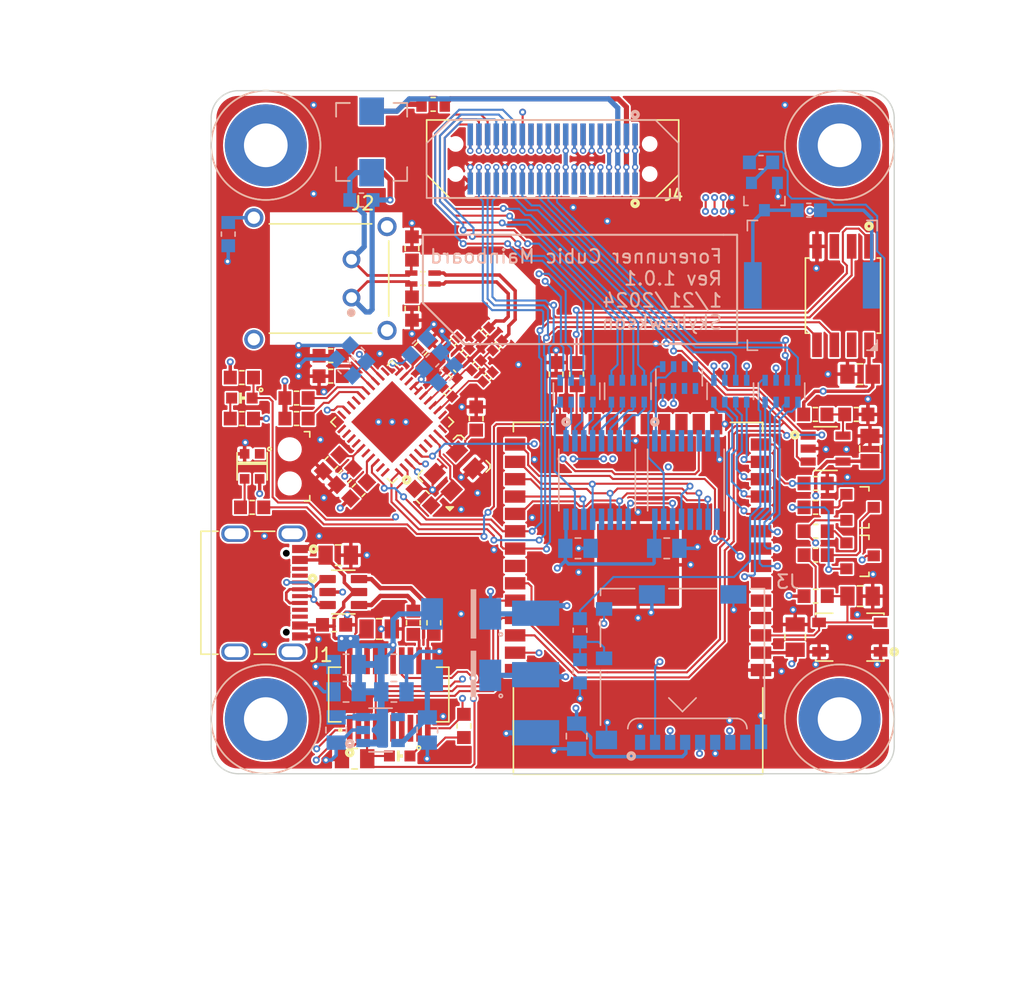
<source format=kicad_pcb>
(kicad_pcb (version 20221018) (generator pcbnew)
  (layers (0 "F.Cu" signal) (1 "In1.Cu" signal) (2 "In2.Cu" signal) (31 "B.Cu" signal) (34 "B.Paste" user) (35 "F.Paste" user) (36 "B.SilkS" user "B.Silkscreen") (37 "F.SilkS" user "F.Silkscreen") (38 "B.Mask" user) (39 "F.Mask" user) (44 "Edge.Cuts" user))
  (net 0 "")
  (net 1 "GND")
  (net 2 "+VUSB")
  (net 3 "/USB_Input/3V3_FTDI")
  (net 4 "/ESP-32_Core/~{RESET}")
  (net 5 "+3V3")
  (net 6 "/SPE-PoDL_Interface/DATA-")
  (net 7 "/SPE-PoDL_Interface/DATA+")
  (net 8 "/SPE-PoDL_Interface/BI_DA-")
  (net 9 "/SPE-PoDL_Interface/BI_DA+")
  (net 10 "/SPE-PoDL_Interface/XTAL-I")
  (net 11 "/SPE-PoDL_Interface/XTAL-O")
  (net 12 "+1V1")
  (net 13 "/USB_Input/USB_P")
  (net 14 "/USB_Input/USB_N")
  (net 15 "/USB_Input/ESD_D-")
  (net 16 "/USB_Input/ESD_D+")
  (net 17 "+5VB")
  (net 18 "/SPE-PoDL_Interface/SPE-LED")
  (net 19 "+24V")
  (net 21 "/Data_Storage/SPI1.MOSI")
  (net 22 "/Data_Storage/SPI1.SCLK")
  (net 23 "/Data_Storage/SPI1.MISO")
  (net 25 "Net-(J3-PadCD2)")
  (net 26 "/Stacking_Connector/SHLD")
  (net 27 "24V_RTN")
  (net 28 "/ESP-32_Core/NRF24-TX-~{CS}")
  (net 29 "/ESP-32_Core/NRF24-TX-IRQ")
  (net 30 "/ESP-32_Core/NRF24-RX-~{CS}")
  (net 31 "/ESP-32_Core/NRF24-RX-IRQ")
  (net 32 "/ESP-32_Core/LoRa-~{CS}")
  (net 33 "/ESP-32_Core/LoRa-IR")
  (net 34 "/ESP-32_Core/MAX-8Q-~{CS}")
  (net 35 "/ESP-32_Core/BMX160-~{CS}")
  (net 36 "/Data_Storage/CARD-~{CS}")
  (net 37 "/ESP-32_Core/MAGNETOMETER-~{CS}")
  (net 38 "/ESP-32_Core/ADS1148-FS-~{CS}")
  (net 39 "/ESP-32_Core/MAX31856-1-~{CS}")
  (net 40 "/ESP-32_Core/MAX31856-2-~{CS}")
  (net 41 "/ESP-32_Core/CONFIG-EXP-~{CS}")
  (net 42 "/ESP-32_Core/H3LIS-~{CS}")
  (net 43 "/ESP-32_Core/~{RTS}")
  (net 44 "Net-(Q2-B)")
  (net 45 "/ESP-32_Core/~{DTR}")
  (net 46 "/ESP-32_Core/GPIO0")
  (net 47 "/USB_Input/D+")
  (net 48 "/USB_Input/D-")
  (net 49 "/USB_Input/~{FTDI-LED}")
  (net 50 "/ESP-32_Core/LED")
  (net 51 "/SPE-PoDL_Interface/RX_N")
  (net 52 "/SPE-PoDL_Interface/RX_P")
  (net 53 "/SPE-PoDL_Interface/TX_N")
  (net 54 "/SPE-PoDL_Interface/TX_P")
  (net 55 "/SPE-PoDL_Interface/TEST1")
  (net 56 "/SPE-PoDL_Interface/~{INT}-ADIN1110")
  (net 57 "/SPE-PoDL_Interface/SPI-CFG1")
  (net 58 "/ESP-32_Core/PIEZO")
  (net 59 "/ESP-32_Core/RST-ADIN1110")
  (net 60 "/Data_Storage/FLASH-~{CS}")
  (net 61 "/ESP-32_Core/ADIN1110-~{CS}")
  (net 62 "Net-(U4-VOUT)")
  (net 63 "Net-(U6-CEXT3)")
  (net 64 "Net-(U6-CEXT2)")
  (net 65 "Net-(C26-Pad1)")
  (net 66 "Net-(C27-Pad1)")
  (net 68 "Net-(D1-DI)")
  (net 69 "Net-(D6-PadC)")
  (net 70 "Net-(D7-PadA)")
  (net 71 "Net-(F2-Pad1)")
  (net 78 "/Data_Storage/CARD-DETECT")
  (net 82 "/ESP-32_Core/SPE-LINK-STATUS")
  (net 83 "Net-(Q1-D)")
  (net 84 "Net-(Q1-G)")
  (net 85 "Net-(Q2-C)")
  (net 86 "Net-(Q3-B)")
  (net 87 "Net-(U1-IO33)")
  (net 88 "Net-(U1-IO32)")
  (net 89 "Net-(U1-IO35)")
  (net 90 "Net-(U1-IO34)")
  (net 91 "Net-(U1-IO25)")
  (net 92 "Net-(U1-IO26)")
  (net 93 "Net-(U1-IO27)")
  (net 94 "Net-(U1-IO14)")
  (net 95 "Net-(U1-IO15)")
  (net 96 "Net-(U2-QD)")
  (net 97 "Net-(U2-QC)")
  (net 98 "Net-(U2-QB)")
  (net 99 "Net-(U2-QA)")
  (net 100 "Net-(U2-QH)")
  (net 101 "Net-(U2-QG)")
  (net 102 "Net-(U2-QF)")
  (net 103 "Net-(U2-QE)")
  (net 104 "Net-(U3-QA)")
  (net 105 "Net-(U3-QB)")
  (net 109 "/ESP-32_Core/SR-~{EN}")
  (net 110 "/ESP-32_Core/SRCLK")
  (net 111 "/ESP-32_Core/SRDATA")
  (net 112 "/ESP-32_Core/~{SRCLR}")
  (net 123 "Net-(U2-QH')")
  (net 137 "/Data_Storage/I2C.SDA")
  (net 138 "/Data_Storage/I2C.SCL")
  (net 139 "Net-(U8-WP)")
  (net 165 "/ESP-32_Core/UART0.RXD")
  (net 166 "/ESP-32_Core/UART0.TXD")
  (net 169 "Net-(J2-PadSHLD4)")
  (footprint "Skyhawkson_Footprints:BIVAR_SLP3-150-100-F" (layer "F.Cu") (at 5.75 -22.5 180)
    (fp_text reference "LP1" hide)
    (fp_text value "BIVAR_SLP3-150-100-F")
    (fp_circle (center 0 -1.25) (end 0.5 -1.25) (stroke (width 0.001)) (fill none) (layer "Edge.Cuts"))
    (fp_circle (center 0 1.25) (end 0.5 1.25) (stroke (width 0.001)) (fill none) (layer "Edge.Cuts"))
  )
  (footprint "Skyhawkson_Footprints:MCP_SOT23-5" (layer "F.Cu") (at 44.975 -23.8)
    (fp_text reference "U8" hide)
    (fp_text value "MCP_24LC32AT-E/OT")
  )
  (footprint "Skyhawkson_Footprints:GENERIC_0603_CAP" (layer "F.Cu") (at 8.75 -29.1)
    (fp_text reference "C20" hide)
    (fp_text value "100NF_0603")
  )
  (footprint "Skyhawkson_Footprints:LF_0494_(0603)" (layer "F.Cu") (at 16.25 -49)
    (fp_text reference "F2" hide)
    (fp_text value "LF_0494003")
  )
  (footprint "Skyhawkson_Footprints:CK_PTS815" (layer "F.Cu") (at 46.75 -10 180)
    (fp_text reference "SW1" hide)
    (fp_text value "CK_PTS815-SJG-250-XXXX-LFS")
  )
  (footprint "Skyhawkson_Footprints:GENERIC_0603_RES" (layer "F.Cu") (at 6.25 -27.5 180)
    (fp_text reference "R21" hide)
    (fp_text value "1K5_0603")
  )
  (footprint "Skyhawkson_Footprints:GENERIC_0402_RES" (layer "F.Cu") (at 19.4 -29.9 45)
    (fp_text reference "R27" hide)
    (fp_text value "5K1_0402")
  )
  (footprint "Skyhawkson_Footprints:GENERIC_MH_M3" (layer "F.Cu") (at 46 -4)
    (fp_text reference "MH3" hide)
    (fp_text value "M3_PTH")
  )
  (footprint "Skyhawkson_Footprints:FTDI_000565_(SSOP-20)" (layer "F.Cu") (at 13 -5.8 90)
    (fp_text reference "U5" hide)
    (fp_text value "FTDI_FT231XS")
  )
  (footprint "Skyhawkson_Footprints:GENERIC_0603_RES" (layer "F.Cu") (at 6.25 -26 180)
    (fp_text reference "R22" hide)
    (fp_text value "1K5_0603")
  )
  (footprint "Skyhawkson_Footprints:LF_AXGD1_0603" (layer "F.Cu") (at 14.7 -38.45 -90)
    (fp_text reference "D8" hide)
    (fp_text value "LF_AXGD10603MR")
  )
  (footprint "Skyhawkson_Footprints:GENERIC_0603_RES" (layer "F.Cu") (at 14.8 -11.05 -90)
    (fp_text reference "R17" hide)
    (fp_text value "22R_0603")
  )
  (footprint "Skyhawkson_Footprints:BOURNS_SRP5030TA" (layer "F.Cu") (at 11.75 -46.25 -90)
    (fp_text reference "L2" hide)
    (fp_text value "BOURNS_SRP5030TA-3R6M")
  )
  (footprint "Skyhawkson_Footprints:GENERIC_0603_RES" (layer "F.Cu") (at 44.25 -21.25 180)
    (fp_text reference "R7" hide)
    (fp_text value "10K_0603")
  )
  (footprint "Skyhawkson_Footprints:ABRACON_ABM8" (layer "F.Cu") (at 17.8 -22.15 45)
    (fp_text reference "X1" hide)
    (fp_text value "ABRACON_ABM8-25.000MHZ-12-D2Y")
  )
  (footprint "Skyhawkson_Footprints:GENERIC_MH_M3" (layer "F.Cu") (at 4 -4)
    (fp_text reference "MH4" hide)
    (fp_text value "M3_PTH")
  )
  (footprint "Skyhawkson_Footprints:GENERIC_0603_CAP" (layer "F.Cu") (at 8.75 -30.6)
    (fp_text reference "C22" hide)
    (fp_text value "680NF_0603")
  )
  (footprint "Skyhawkson_Footprints:GENERIC_0603_RES" (layer "F.Cu") (at 25.25 -29.25 -90)
    (fp_text reference "R9" hide)
    (fp_text value "10K_0603")
  )
  (footprint "Skyhawkson_Footprints:GCT_USB4105" (layer "F.Cu") (at 3.5 -13.25 -90)
    (fp_text reference "J1")
    (fp_text value "GCT_USB4105")
  )
  (footprint "Skyhawkson_Footprints:GENERIC_0805_CAP" (layer "F.Cu") (at 10.5 -1.1)
    (fp_text reference "C13" hide)
    (fp_text value "1UF_0805")
  )
  (footprint "Skyhawkson_Footprints:OSRAM_0603" (layer "F.Cu") (at 13.8 -1.3)
    (fp_text reference "D6" hide)
    (fp_text value "OSRAM_LBQ39E-N1OO-35-1")
  )
  (footprint "Skyhawkson_Footprints:GENERIC_0603_RES" (layer "F.Cu") (at 44.25 -13 180)
    (fp_text reference "R6" hide)
    (fp_text value "10K_0603")
  )
  (footprint "Skyhawkson_Footprints:GENERIC_0402_RES" (layer "F.Cu") (at 18.55 -30.75 45)
    (fp_text reference "R28" hide)
    (fp_text value "5K1_0402")
  )
  (footprint "Skyhawkson_Footprints:GENERIC_0603_RES" (layer "F.Cu") (at 44.25 -17.75)
    (fp_text reference "R11" hide)
    (fp_text value "10K_0603")
  )
  (footprint "Skyhawkson_Footprints:LF_AXGD1_0603" (layer "F.Cu") (at 9 -10.9 180)
    (fp_text reference "D2" hide)
    (fp_text value "LF_AXGD10603MR")
  )
  (footprint "Skyhawkson_Footprints:GENERIC_0402_RES" (layer "F.Cu") (at 17.65 -29.3 -45)
    (fp_text reference "R24" hide)
    (fp_text value "10K2_0402")
  )
  (footprint "Skyhawkson_Footprints:GENERIC_0603_CAP" (layer "F.Cu") (at 19.4 -26 -90)
    (fp_text reference "C25" hide)
    (fp_text value "30PF_0603")
  )
  (footprint "Skyhawkson_Footprints:OSRAM_0603" (layer "F.Cu") (at 2.25 -27.5)
    (fp_text reference "D7" hide)
    (fp_text value "OSRAM_LBQ39E-N1OO-35-1")
  )
  (footprint "Skyhawkson_Footprints:GENERIC_0603_RES" (layer "F.Cu") (at 44.225 -26.3 180)
    (fp_text reference "R31" hide)
    (fp_text value "0R_0603")
  )
  (footprint "Skyhawkson_Footprints:AD_ADIN1110" (layer "F.Cu") (at 13.25 -25.75 135)
    (fp_text reference "U6" hide)
    (fp_text value "AD_ADIN1110CCPZ")
  )
  (footprint "Skyhawkson_Footprints:GENERIC_SOT-23" (layer "F.Cu") (at 47.5 -15.95)
    (fp_text reference "Q3" hide)
    (fp_text value "MMBT2222A")
  )
  (footprint "Skyhawkson_Footprints:ADESTO_8S4_(SOP-8)" (layer "F.Cu") (at 46.25 -35 -90)
    (fp_text reference "U7" hide)
    (fp_text value "ADESTO_AT25SF128A-SHB")
  )
  (footprint "Skyhawkson_Footprints:GENERIC_0805_CAP" (layer "F.Cu") (at 42.75 -10 -90)
    (fp_text reference "C2" hide)
    (fp_text value "1UF_0805")
  )
  (footprint "Skyhawkson_Footprints:GENERIC_0603_RES" (layer "F.Cu") (at 26.75 -29.25 -90)
    (fp_text reference "R8" hide)
    (fp_text value "1K33_0603")
  )
  (footprint "Skyhawkson_Footprints:GENERIC_MH_M3" (layer "F.Cu") (at 4 -46)
    (fp_text reference "MH1" hide)
    (fp_text value "M3_PTH")
  )
  (footprint "Skyhawkson_Footprints:AMP_MSPE-J2L0-B01" (layer "F.Cu") (at 8 -36.25 -90)
    (fp_text reference "J2")
    (fp_text value "AMP_MSPE-J2L0-B01")
  )
  (footprint "Skyhawkson_Footprints:GENERIC_0805_CAP" (layer "F.Cu") (at 9.3 -16 180)
    (fp_text reference "C9" hide)
    (fp_text value "1UF_0805")
  )
  (footprint "Skyhawkson_Footprints:GENERIC_0603_CAP" (layer "F.Cu") (at 9.798959 -21.748959 45)
    (fp_text reference "C19" hide)
    (fp_text value "100NF_0603")
  )
  (footprint "Skyhawkson_Footprints:GENERIC_0402_RES" (layer "F.Cu") (at 20.25 -29.05 45)
    (fp_text reference "R26" hide)
    (fp_text value "49R9_0402")
  )
  (footprint "Skyhawkson_Footprints:GENERIC_0603_RES" (layer "F.Cu") (at 2.25 -26)
    (fp_text reference "R20" hide)
    (fp_text value "121R_0603")
  )
  (footprint "Skyhawkson_Footprints:WE_CNSW-0603" (layer "F.Cu") (at 15.5 -36.25 180)
    (fp_text reference "L1" hide)
    (fp_text value "WE_744230251")
  )
  (footprint "Skyhawkson_Footprints:LF_AXGD1_0603" (layer "F.Cu") (at 14.7 -34.05 90)
    (fp_text reference "D9" hide)
    (fp_text value "LF_AXGD10603MR")
  )
  (footprint "Skyhawkson_Footprints:GENERIC_0402_RES" (layer "F.Cu") (at 17.7 -31.6 45)
    (fp_text reference "R29" hide)
    (fp_text value "49R9_0402")
  )
  (footprint "Skyhawkson_Footprints:GENERIC_0603_CAP" (layer "F.Cu") (at 8.798959 -22.748959 45)
    (fp_text reference "C18" hide)
    (fp_text value "10NF_0603")
  )
  (footprint "Skyhawkson_Footprints:WS_WS2812B-2020" (layer "F.Cu") (at 3 -22.5 90)
    (fp_text reference "D1" hide)
    (fp_text value "WS_WS2812B-2020")
  )
  (footprint "Skyhawkson_Footprints:ESPRESSIF_ESP-WROOM-32D" (layer "F.Cu") (at 31.25 -15.29 180)
    (fp_text reference "U1" hide)
    (fp_text value "ESP32-WROOM-32D")
  )
  (footprint "Skyhawkson_Footprints:GENERIC_0402_CAP" (layer "F.Cu") (at 20.95 -31.35 45)
    (fp_text reference "C26" hide)
    (fp_text value "220NF_0402")
  )
  (footprint "Skyhawkson_Footprints:GENERIC_0603_CAP" (layer "F.Cu") (at 15.35 -31.1 -135)
    (fp_text reference "C23" hide)
    (fp_text value "100NF_0603")
  )
  (footprint "Skyhawkson_Footprints:GENERIC_0603_RES" (layer "F.Cu") (at 47.225 -26.3 180)
    (fp_text reference "R32" hide)
    (fp_text value "1K_0603")
  )
  (footprint "Skyhawkson_Footprints:GENERIC_0805_CAP" (layer "F.Cu") (at 12.3 -10.6 180)
    (fp_text reference "C12" hide)
    (fp_text value "1UF_0805")
  )
  (footprint "Skyhawkson_Footprints:SAMTEC_LSS-120_12mm_Stack" (layer "F.Cu") (at 25 -45)
    (fp_text reference "J4")
    (fp_text value "SAMTEC_LSS-120_12mm_Stack" hide)
  )
  (footprint "Skyhawkson_Footprints:GENERIC_0603_RES" (layer "F.Cu") (at 16.3 -11.05 -90)
    (fp_text reference "R16" hide)
    (fp_text value "22R_0603")
  )
  (footprint "Skyhawkson_Footprints:GENERIC_0805_CAP" (layer "F.Cu") (at 47.5 -29.25)
    (fp_text reference "C30" hide)
    (fp_text value "1UF_0805")
  )
  (footprint "Skyhawkson_Footprints:GENERIC_0402_RES" (layer "F.Cu") (at 17.3 -27.95 -45)
    (fp_text reference "R25" hide)
    (fp_text value "10K2_0402")
  )
  (footprint "Skyhawkson_Footprints:ST_SOT-23-6L" (layer "F.Cu") (at 9.675 -13.3)
    (fp_text reference "D3" hide)
    (fp_text value "ST_USBLC6-2SC6")
  )
  (footprint "Skyhawkson_Footprints:GENERIC_0603_RES" (layer "F.Cu") (at 18.5 -3.5 -90)
    (fp_text reference "R18" hide)
    (fp_text value "121R_0603")
  )
  (footprint "Skyhawkson_Footprints:GENERIC_0603_RES" (layer "F.Cu") (at 10.8 -20.75 -135)
    (fp_text reference "R23" hide)
    (fp_text value "5K1_0603")
  )
  (footprint "Skyhawkson_Footprints:GENERIC_MH_M3" (layer "F.Cu") (at 46 -46)
    (fp_text reference "MH2" hide)
    (fp_text value "M3_PTH")
  )
  (footprint "Skyhawkson_Footprints:GENERIC_0603_RES" (layer "F.Cu") (at 44.25 -16)
    (fp_text reference "R12" hide)
    (fp_text value "0R_0603")
  )
  (footprint "Skyhawkson_Footprints:GENERIC_0805_CAP" (layer "F.Cu") (at 48.225 -23.8 -90)
    (fp_text reference "C31" hide)
    (fp_text value "1UF_0805")
  )
  (footprint "Skyhawkson_Footprints:GENERIC_0603_RES" (layer "F.Cu") (at 3 -19.5 180)
    (fp_text reference "R1" hide)
    (fp_text value "1K33_0603")
  )
  (footprint "Skyhawkson_Footprints:GENERIC_0805_CAP" (layer "F.Cu") (at 47.5 -13)
    (fp_text reference "C1" hide)
    (fp_text value "1UF_0805")
  )
  (footprint "Skyhawkson_Footprints:GENERIC_0603_RES" (layer "F.Cu") (at 2.25 -29 180)
    (fp_text reference "R19" hide)
    (fp_text value "5K1_0603")
  )
  (footprint "Skyhawkson_Footprints:GENERIC_0402_CAP" (layer "F.Cu") (at 20 -32.3 45)
    (fp_text reference "C27" hide)
    (fp_text value "220NF_0402")
  )
  (footprint "Skyhawkson_Footprints:GENERIC_0603_RES" (layer "F.Cu") (at 44.25 -19.5)
    (fp_text reference "R10" hide)
    (fp_text value "10K_0603")
  )
  (footprint "Skyhawkson_Footprints:GENERIC_SOT-23" (layer "F.Cu") (at 47.5 -19.5)
    (fp_text reference "Q2" hide)
    (fp_text value "MMBT2222A")
  )
  (footprint "Skyhawkson_Footprints:GENERIC_0603_CAP" (layer "F.Cu") (at 15.5 -20.25 -45)
    (fp_text reference "C24" hide)
    (fp_text value "30PF_0603")
  )
  (footprint "Skyhawkson_Footprints:GENERIC_0805_CAP" (layer "B.Cu") (at 33.35 -16.5 180)
    (fp_text reference "C3" hide)
    (fp_text value "1UF_0805")
  )
  (footprint "Skyhawkson_Footprints:HARWIN_S1751-XX" (layer "B.Cu") (at 23.75 -7.25 180)
    (fp_text reference "TP2" hide)
    (fp_text value "HARWIN_S1751-46")
  )
  (footprint "Skyhawkson_Footprints:MURATA_PKMCS" (layer "B.Cu") (at 44 -35.75 180)
    (fp_text reference "LS1" hide)
    (fp_text value "MURATA_PKMCS0909E4000-R1")
  )
  (footprint "Skyhawkson_Footprints:BOURNS_CAT16-X4" (layer "B.Cu") (at 34.25 -29 -90)
    (fp_text reference "R15" hide)
    (fp_text value "CAT16-1001F4LF")
  )
  (footprint "Skyhawkson_Footprints:GENERIC_0603_CAP" (layer "B.Cu") (at 10.75 -30.75 -45)
    (fp_text reference "C16" hide)
    (fp_text value "10NF_0603")
  )
  (footprint "Skyhawkson_Footprints:TOR_SOT-25" (layer "B.Cu") (at 12.4 -3.2)
    (fp_text reference "U4" hide)
    (fp_text value "TOR_XC6220B331")
  )
  (footprint "Skyhawkson_Footprints:GENERIC_0805_CAP" (layer "B.Cu") (at 9.15 -3.2 -90)
    (fp_text reference "C10" hide)
    (fp_text value "10UF_0805")
  )
  (footprint "Skyhawkson_Footprints:TI_PW0016A_(TSSOP-16)" (layer "B.Cu") (at 28.25 -21.5 -90)
    (fp_text reference "U2" hide)
    (fp_text value "TI_SN74HCS595PWR")
  )
  (footprint "Skyhawkson_Footprints:HARWIN_S1751-XX" (layer "B.Cu") (at 23.75 -11.75 180)
    (fp_text reference "TP1" hide)
    (fp_text value "HARWIN_S1751-46")
  )
  (footprint "Skyhawkson_Footprints:GENERIC_0805_CAP" (layer "B.Cu") (at 15.825 -3.2 90)
    (fp_text reference "C11" hide)
    (fp_text value "10UF_0805")
  )
  (footprint "Skyhawkson_Footprints:GENERIC_0603_CAP" (layer "B.Cu") (at 11 -42)
    (fp_text reference "C28" hide)
    (fp_text value "15NF_0603")
  )
  (footprint "Skyhawkson_Footprints:MCP_DO-214BA" (layer "B.Cu") (at 18.3 -7.2)
    (fp_text reference "D5" hide)
    (fp_text value "MCP_LSM115J")
  )
  (footprint "Skyhawkson_Footprints:BOURNS_SRP5030TA" (layer "B.Cu") (at 11.75 -46.25 -90)
    (fp_text reference "L3" hide)
    (fp_text value "BOURNS_SRP5030TA-3R6M")
  )
  (footprint "Skyhawkson_Footprints:GENERIC_0603_CAP" (layer "B.Cu") (at 15.2 -31.25 -135)
    (fp_text reference "C21" hide)
    (fp_text value "1UF_0603")
  )
  (footprint "Skyhawkson_Footprints:GENERIC_0603_RES" (layer "B.Cu") (at 1.25 -39.5 90)
    (fp_text reference "R30" hide)
    (fp_text value "0R_0603")
  )
  (footprint "Skyhawkson_Footprints:GENERIC_0805_CAP" (layer "B.Cu") (at 9.875 -8)
    (fp_text reference "C7" hide)
    (fp_text value "10UF_0805")
  )
  (footprint "Skyhawkson_Footprints:HARWIN_S1751-XX" (layer "B.Cu") (at 23.75 -3 180)
    (fp_text reference "TP3" hide)
    (fp_text value "HARWIN_S1751-46")
  )
  (footprint "Skyhawkson_Footprints:GENERIC_0805_CAP" (layer "B.Cu") (at 13.375 -8 180)
    (fp_text reference "C5" hide)
    (fp_text value "10UF_0805")
  )
  (footprint "Skyhawkson_Footprints:BOURNS_CAT16-X4" (layer "B.Cu") (at 41.75 -28 -90)
    (fp_text reference "R4" hide)
    (fp_text value "CAT16-1001F4LF")
  )
  (footprint "Skyhawkson_Footprints:GENERIC_0805_CAP" (layer "B.Cu") (at 26.85 -16.5 180)
    (fp_text reference "C4" hide)
    (fp_text value "1UF_0805")
  )
  (footprint "Skyhawkson_Footprints:GENERIC_0805_CAP" (layer "B.Cu") (at 9.875 -6)
    (fp_text reference "C6" hide)
    (fp_text value "10UF_0805")
  )
  (footprint "Skyhawkson_Footprints:GENERIC_0603_CAP" (layer "B.Cu") (at 9.75 -29.75 -45)
    (fp_text reference "C17" hide)
    (fp_text value "100NF_0603")
  )
  (footprint "Skyhawkson_Footprints:BOURNS_CAT16-X4" (layer "B.Cu") (at 26.75 -28 90)
    (fp_text reference "R13" hide)
    (fp_text value "CAT16-1001F4LF")
  )
  (footprint "Skyhawkson_Footprints:GENERIC_0603_RES" (layer "B.Cu") (at 27 -10.5 90)
    (fp_text reference "R34" hide)
    (fp_text value "10K_0603")
  )
  (footprint "Skyhawkson_Footprints:MCP_DO-214BA" (layer "B.Cu") (at 18.3 -11.7)
    (fp_text reference "D4" hide)
    (fp_text value "MCP_LSM115J")
  )
  (footprint "Skyhawkson_Footprints:BOURNS_CAT16-X4" (layer "B.Cu") (at 38 -28 -90)
    (fp_text reference "R5" hide)
    (fp_text value "CAT16-1001F4LF")
  )
  (footprint "Skyhawkson_Footprints:GENERIC_SOT-23" (layer "B.Cu") (at 40.5 -42.25 -90)
    (fp_text reference "Q1" hide)
    (fp_text value "ONSEMI_BSS138")
  )
  (footprint "Skyhawkson_Footprints:GENERIC_0603_CAP" (layer "B.Cu") (at 17.2 -29.25 -135)
    (fp_text reference "C14" hide)
    (fp_text value "100NF_0603")
  )
  (footprint "Skyhawkson_Footprints:GENERIC_0603_RES" (layer "B.Cu") (at 40.25 -44.75)
    (fp_text reference "R2" hide)
    (fp_text value "1K33_0603")
  )
  (footprint "Skyhawkson_Footprints:BOURNS_CAT16-X4" (layer "B.Cu") (at 30.5 -28 90)
    (fp_text reference "R14" hide)
    (fp_text value "CAT16-1001F4LF")
  )
  (footprint "Skyhawkson_Footprints:GENERIC_0805_CAP" (layer "B.Cu") (at 13.375 -6 180)
    (fp_text reference "C8" hide)
    (fp_text value "10UF_0805")
  )
  (footprint "Skyhawkson_Footprints:MOLEX_1040310811" (layer "B.Cu") (at 34.5 -7.75 180)
    (fp_text reference "J3")
    (fp_text value "MOLEX_1040310811")
  )
  (footprint "Skyhawkson_Footprints:GENERIC_0805_CAP" (layer "B.Cu") (at 26.75 -2.75 90)
    (fp_text reference "C29" hide)
    (fp_text value "1UF_0805")
  )
  (footprint "Skyhawkson_Footprints:TI_PW0016A_(TSSOP-16)" (layer "B.Cu") (at 34.75 -21.5 -90)
    (fp_text reference "U3" hide)
    (fp_text value "TI_SN74HCS595PWR")
  )
  (footprint "Skyhawkson_Footprints:GENERIC_0603_CAP" (layer "B.Cu") (at 16.2 -30.25 -135)
    (fp_text reference "C15" hide)
    (fp_text value "10NF_0603")
  )
  (footprint "Skyhawkson_Footprints:GENERIC_0603_RES" (layer "B.Cu") (at 43.75 -41.25)
    (fp_text reference "R3" hide)
    (fp_text value "1K33_0603")
  )
  (footprint "Skyhawkson_Footprints:GENERIC_0603_RES" (layer "B.Cu") (at 27 -7.5 -90)
    (fp_text reference "R33" hide)
    (fp_text value "10K_0603")
  )
  (gr_line (start 18.5 -31.45) (end 38.5 -31.45) (stroke (width 0.15)) (layer "B.SilkS"))
  (gr_line (start 37.5 -39.45) (end 15.5 -39.45) (stroke (width 0.15)) (layer "B.SilkS"))
  (gr_line (start 15.5 -39.45) (end 15.5 -34.45) (stroke (width 0.15)) (layer "B.SilkS"))
  (gr_line (start 15.5 -34.45) (end 18.5 -31.45) (stroke (width 0.15)) (layer "B.SilkS"))
  (gr_line (start 38.5 -31.45) (end 38.5 -39.45) (stroke (width 0.15)) (layer "B.SilkS"))
  (gr_line (start 38.5 -39.45) (end 37.5 -39.45) (stroke (width 0.15)) (layer "B.SilkS"))
  (gr_circle (center 9.45 -3.2) (end 9.525 -3.15) (stroke (width 0.15)) (fill none) (layer "F.SilkS"))
  (gr_line locked (start 0 -2) (end 0 -48) (stroke (width 0.1)) (layer "Edge.Cuts"))
  (gr_arc locked (start 0 -48) (mid 0.585786 -49.414214) (end 2 -50) (stroke (width 0.1)) (layer "Edge.Cuts"))
  (gr_line locked (start 50 -48) (end 50 -2) (stroke (width 0.1)) (layer "Edge.Cuts"))
  (gr_line locked (start 2 -50) (end 48 -50) (stroke (width 0.1)) (layer "Edge.Cuts"))
  (gr_line locked (start 48 0) (end 2 0) (stroke (width 0.1)) (layer "Edge.Cuts"))
  (gr_arc locked (start 48 -50) (mid 49.414214 -49.414214) (end 50 -48) (stroke (width 0.1)) (layer "Edge.Cuts"))
  (gr_arc locked (start 50 -2) (mid 49.414214 -0.585786) (end 48 0) (stroke (width 0.1)) (layer "Edge.Cuts"))
  (gr_arc locked (start 2 0) (mid 0.585786 -0.585786) (end 0 -2) (stroke (width 0.1)) (layer "Edge.Cuts"))
  (gr_text "Forerunner Cubic Mainboard\nRev 1.0.1\n1/21/2024\nSkyhawkson" (at 37.5 -38.45) (layer "B.SilkS") (effects (font (size 1 1)) (justify left top mirror)))
  (segment (start 9.62089 -13.3) (end 8.525 -13.3) (width 0.25) (layer "F.Cu") (net 1))
  (segment (start 16.206575 -21.794012) (end 16.368109 -21.955546) (width 0.1524) (layer "F.Cu") (net 1))
  (segment (start 25.25 -31) (end 25.25 -30.1) (width 0.1524) (layer "F.Cu") (net 1))
  (segment (start 14.7 -39.3) (end 14.7 -40.3) (width 0.25) (layer "F.Cu") (net 1))
  (segment (start 7.85 -9.85) (end 7.65 -10.05) (width 0.25) (layer "F.Cu") (net 1))
  (segment (start 12.4 -9.8) (end 12.6825 -9.5175) (width 0.254) (layer "F.Cu") (net 1))
  (segment (start 7.9 -17.4) (end 6.95 -16.45) (width 0.25) (layer "F.Cu") (net 1))
  (segment (start 18.3 -26.8) (end 18.35 -26.85) (width 0.1524) (layer "F.Cu") (net 1))
  (segment (start 6.45 -30.6) (end 6.4 -30.65) (width 0.254) (layer "F.Cu") (net 1))
  (segment (start 14.7 -33.2) (end 14.7 -32.2) (width 0.25) (layer "F.Cu") (net 1))
  (segment (start 6.95 -16.45) (end 6.5 -16.45) (width 0.25) (layer "F.Cu") (net 1))
  (segment (start 16.206575 -20.783297) (end 16.206575 -21.794012) (width 0.1524) (layer "F.Cu") (net 1))
  (segment (start 9.575 -1) (end 8.4 -1) (width 0.1524) (layer "F.Cu") (net 1))
  (segment (start 19.231891 -22.344454) (end 18.944454 -22.344454) (width 0.1524) (layer "F.Cu") (net 1))
  (segment (start 18.944454 -22.344454) (end 18.3 -21.7) (width 0.1524) (layer "F.Cu") (net 1))
  (segment (start 16.368109 -21.314609) (end 16.368109 -21.955546) (width 0.1524) (layer "F.Cu") (net 1))
  (segment (start 44.345 -37.045) (end 44.3 -37) (width 0.254) (layer "F.Cu") (net 1))
  (segment (start 48.075 -27.425) (end 48.075 -26.3) (width 0.254) (layer "F.Cu") (net 1))
  (segment (start 37.6031 -25.59) (end 36.965 -25.59) (width 0.254) (layer "F.Cu") (net 1))
  (segment (start 47.25 -23.75) (end 47 -23.75) (width 0.254) (layer "F.Cu") (net 1))
  (segment (start 12.4 -10.55) (end 12.4 -9.8) (width 0.254) (layer "F.Cu") (net 1))
  (segment (start 42.75 -10.925) (end 42.75 -11.85) (width 0.254) (layer "F.Cu") (net 1))
  (segment (start 44.5 -8.25) (end 44.25 -8) (width 0.1524) (layer "F.Cu") (net 1))
  (segment (start 44.95 -23.8) (end 45 -23.75) (width 0.1524) (layer "F.Cu") (net 1))
  (segment (start 44.5 -8.925) (end 44.5 -8.25) (width 0.1524) (layer "F.Cu") (net 1))
  (segment (start 46.575 -29.25) (end 45.15 -29.25) (width 0.1524) (layer "F.Cu") (net 1))
  (segment (start 16.587302 -4.5912) (end 16.978502 -4.2) (width 0.1524) (layer "F.Cu") (net 1))
  (segment (start 49 -8.25) (end 48.75 -8) (width 0.1524) (layer "F.Cu") (net 1))
  (segment (start 41.66 -7.59) (end 41.75 -7.5) (width 0.254) (layer "F.Cu") (net 1))
  (segment (start 9.623718 -13.297172) (end 9.62089 -13.3) (width 0.25) (layer "F.Cu") (net 1))
  (segment (start 2.45 -23.415) (end 2.45 -24.2) (width 0.254) (layer "F.Cu") (net 1))
  (segment (start 49 -8.925) (end 49 -8.25) (width 0.1524) (layer "F.Cu") (net 1))
  (segment (start 47 -23.75) (end 46.5 -23.75) (width 0.254) (layer "F.Cu") (net 1))
  (segment (start 19.4 -26.85) (end 18.35 -26.85) (width 0.1524) (layer "F.Cu") (net 1))
  (segment (start 13.4413 -4.5912) (end 16.587302 -4.5912) (width 0.1524) (layer "F.Cu") (net 1))
  (segment (start 43.7 -23.8) (end 44.95 -23.8) (width 0.1524) (layer "F.Cu") (net 1))
  (segment (start 16.138831 -20.851041) (end 14.898959 -20.851041) (width 0.1524) (layer "F.Cu") (net 1))
  (segment (start 10.225 -16) (end 11.4 -16) (width 0.25) (layer "F.Cu") (net 1))
  (segment (start 9.961727 -11.638273) (end 9.961727 -11.011727) (width 0.25) (layer "F.Cu") (net 1))
  (segment (start 46.572851 -21.7067) (end 46.116151 -21.25) (width 0.1524) (layer "F.Cu") (net 1))
  (segment (start 48.425 -13) (end 48.425 -14.575) (width 0.1524) (layer "F.Cu") (net 1))
  (segment (start 12.6825 -9.5175) (end 12.6825 -8.27) (width 0.254) (layer "F.Cu") (net 1))
  (segment (start 13.3175 -4.4674) (end 13.4413 -4.5912) (width 0.1524) (layer "F.Cu") (net 1))
  (segment (start 44.345 -38.6033) (end 44.345 -37.045) (width 0.254) (layer "F.Cu") (net 1))
  (segment (start 48.425 -14.575) (end 48.45 -14.6) (width 0.1524) (layer "F.Cu") (net 1))
  (segment (start 13.3175 -3.33) (end 13.3175 -4.4674) (width 0.1524) (layer "F.Cu") (net 1))
  (segment (start 48.225 -24.725) (end 47.25 -23.75) (width 0.254) (layer "F.Cu") (net 1))
  (segment (start 2.45 -24.2) (end 2.5 -24.25) (width 0.254) (layer "F.Cu") (net 1))
  (segment (start 42.75 -11.85) (end 42.6 -12) (width 0.254) (layer "F.Cu") (net 1))
  (segment (start 40.25 -7.59) (end 41.66 -7.59) (width 0.254) (layer "F.Cu") (net 1))
  (segment (start 46.116151 -21.25) (end 45.1 -21.25) (width 0.1524) (layer "F.Cu") (net 1))
  (segment (start 16.206575 -20.783297) (end 16.138831 -20.851041) (width 0.1524) (layer "F.Cu") (net 1))
  (segment (start 7.9 -29.1) (end 6.4 -29.1) (width 0.254) (layer "F.Cu") (net 1))
  (segment (start 7.9 -30.6) (end 6.45 -30.6) (width 0.254) (layer "F.Cu") (net 1))
  (segment (start 7.65 -10.05) (end 6.5 -10.05) (width 0.25) (layer "F.Cu") (net 1))
  (segment (start 13.225 -10.6) (end 12.45 -10.6) (width 0.254) (layer "F.Cu") (net 1))
  (segment (start 12.45 -10.6) (end 12.4 -10.55) (width 0.254) (layer "F.Cu") (net 1))
  (segment (start 9.961727 -11.011727) (end 9.85 -10.9) (width 0.25) (layer "F.Cu") (net 1))
  (segment (start 37.6131 -25.6) (end 37.6031 -25.59) (width 0.254) (layer "F.Cu") (net 1))
  (via (at 7.85 -9.85) (size 0.508) (drill 0.254) (layers "F.Cu" "B.Cu") (net 1))
  (via (at 12.45 -10.6) (size 0.508) (drill 0.254) (layers "F.Cu" "B.Cu") (net 1))
  (via (at 6.4 -29.1) (size 0.508) (drill 0.254) (layers "F.Cu" "B.Cu") (net 1))
  (via (at 16.978502 -4.2) (size 0.508) (drill 0.254) (layers "F.Cu" "B.Cu") (net 1))
  (via (at 14.7 -40.3) (size 0.508) (drill 0.254) (layers "F.Cu" "B.Cu") (net 1))
  (via (at 48.45 -14.6) (size 0.508) (drill 0.254) (layers "F.Cu" "B.Cu") (net 1))
  (via (at 9.961727 -11.638273) (size 0.508) (drill 0.254) (layers "F.Cu" "B.Cu") (net 1))
  (via (at 6.4 -30.65) (size 0.508) (drill 0.254) (layers "F.Cu" "B.Cu") (net 1))
  (via (at 19.5 -20.55) (size 0.508) (drill 0.254) (layers "F.Cu" "B.Cu") (net 1))
  (via (at 41.75 -7.5) (size 0.508) (drill 0.254) (layers "F.Cu" "B.Cu") (net 1))
  (via (at 48.75 -8) (size 0.508) (drill 0.254) (layers "F.Cu" "B.Cu") (net 1))
  (via (at 6.4 -31.35) (size 0.508) (drill 0.254) (layers "F.Cu" "B.Cu") (net 1))
  (via (at 25.1 -1.7) (size 0.508) (drill 0.254) (layers "F.Cu" "B.Cu") (net 1))
  (via (at 22.5 -29.95) (size 0.508) (drill 0.254) (layers "F.Cu" "B.Cu") (net 1))
  (via (at 35.1 -15.3) (size 0.508) (drill 0.254) (layers "F.Cu" "B.Cu") (net 1))
  (via (at 32.55 -31.5) (size 0.508) (drill 0.254) (layers "F.Cu" "B.Cu") (net 1))
  (via (at 8.25 -20.2) (size 0.508) (drill 0.254) (layers "F.Cu" "B.Cu") (net 1))
  (via (at 31.25 -19.15) (size 0.508) (drill 0.254) (layers "F.Cu" "B.Cu") (net 1))
  (via (at 46.5 -23.75) (size 0.508) (drill 0.254) (layers "F.Cu" "B.Cu") (net 1))
  (via (at 3.9 -17.4) (size 0.508) (drill 0.254) (layers "F.Cu" "B.Cu") (net 1))
  (via (at 14.25 -25.75) (size 0.508) (drill 0.254) (layers "F.Cu" "B.Cu") (net 1))
  (via (at 37.2203 -23) (size 0.508) (drill 0.254) (layers "F.Cu" "B.Cu") (net 1))
  (via (at 7.65 -6.6) (size 0.508) (drill 0.254) (layers "F.Cu" "B.Cu") (net 1))
  (via (at 44.3 -37) (size 0.508) (drill 0.254) (layers "F.Cu" "B.Cu") (net 1))
  (via (at 1.2 -37.5) (size 0.508) (drill 0.254) (layers "F.Cu" "B.Cu") (net 1))
  (via (at 25.25 -31) (size 0.508) (drill 0.254) (layers "F.Cu" "B.Cu") (net 1))
  (via (at 7.9 -17.4) (size 0.508) (drill 0.254) (layers "F.Cu" "B.Cu") (net 1))
  (via (at 38.25 -12) (size 0.508) (drill 0.254) (layers "F.Cu" "B.Cu") (net 1))
  (via (at 32.2 -11.8) (size 0.508) (drill 0.254) (layers "F.Cu" "B.Cu") (net 1))
  (via (at 37.95 -3.9) (size 0.508) (drill 0.254) (layers "F.Cu" "B.Cu") (net 1))
  (via (at 16.7 -8.95) (size 0.508) (drill 0.254) (layers "F.Cu" "B.Cu") (net 1))
  (via (at 6.4 -29.85) (size 0.508) (drill 0.254) (layers "F.Cu" "B.Cu") (net 1))
  (via (at 23.5 -18.75) (size 0.508) (drill 0.254) (layers "F.Cu" "B.Cu") (net 1))
  (via (at 15.8 -1.1) (size 0.508) (drill 0.254) (layers "F.Cu" "B.Cu") (net 1))
  (via (at 27 -5.5) (size 0.508) (drill 0.254) (layers "F.Cu" "B.Cu") (net 1))
  (via (at 20.697818 -16.392507) (size 0.508) (drill 0.254) (layers "F.Cu" "B.Cu") (net 1))
  (via (at 29 -40.45) (size 0.508) (drill 0.254) (layers "F.Cu" "B.Cu") (net 1))
  (via (at 48.075 -27.425) (size 0.508) (drill 0.254) (layers "F.Cu" "B.Cu") (net 1))
  (via (at 11.4 -16) (size 0.508) (drill 0.254) (layers "F.Cu" "B.Cu") (net 1))
  (via (at 16.206575 -20.783297) (size 0.508) (drill 0.254) (layers "F.Cu" "B.Cu") (net 1))
  (via (at 21.6 -2.95) (size 0.508) (drill 0.254) (layers "F.Cu" "B.Cu") (net 1))
  (via (at 31.25 -11.4) (size 0.508) (drill 0.254) (layers "F.Cu" "B.Cu") (net 1))
  (via (at 31.4 -3.4647) (size 0.508) (drill 0.254) (layers "F.Cu" "B.Cu") (net 1))
  (via (at 23.6599 -23) (size 0.508) (drill 0.254) (layers "F.Cu" "B.Cu") (net 1))
  (via (at 18.35 -26.85) (size 0.508) (drill 0.254) (layers "F.Cu" "B.Cu") (net 1))
  (via (at 2.5 -24.25) (size 0.508) (drill 0.254) (layers "F.Cu" "B.Cu") (net 1))
  (via (at 14.7 -32.2) (size 0.508) (drill 0.254) (layers "F.Cu" "B.Cu") (net 1))
  (via (at 47.3 -11.65) (size 0.508) (drill 0.254) (layers "F.Cu" "B.Cu") (net 1))
  (via (at 16.9 -32.4) (size 0.508) (drill 0.254) (layers "F.Cu" "B.Cu") (net 1))
  (via (at 9.623718 -13.297172) (size 0.508) (drill 0.254) (layers "F.Cu" "B.Cu") (net 1))
  (via (at 26.5 -41.45) (size 0.508) (drill 0.254) (layers "F.Cu" "B.Cu") (net 1))
  (via (at 38.119006 -42.1765) (size 0.508) (drill 0.254) (layers "F.Cu" "B.Cu") (net 1))
  (via (at 37.6131 -25.6) (size 0.508) (drill 0.254) (layers "F.Cu" "B.Cu") (net 1))
  (via (at 38.124691 -41.1615) (size 0.508) (drill 0.254) (layers "F.Cu" "B.Cu") (net 1))
  (via (at 18.3 -21.7) (size 0.508) (drill 0.254) (layers "F.Cu" "B.Cu") (net 1))
  (via (at 13.25 -25.75) (size 0.508) (drill 0.254) (layers "F.Cu" "B.Cu") (net 1))
  (via (at 46.75 -10) (size 0.508) (drill 0.254) (layers "F.Cu" "B.Cu") (net 1))
  (via (at 26.903502 -16.5) (size 0.508) (drill 0.254) (layers "F.Cu" "B.Cu") (net 1))
  (via (at 12.35 -30.75) (size 0.508) (drill 0.254) (layers "F.Cu" "B.Cu") (net 1))
  (via (at 42 -48.95) (size 0.508) (drill 0.254) (layers "F.Cu" "B.Cu") (net 1))
  (via (at 7.5 -42.45) (size 0.508) (drill 0.254) (layers "F.Cu" "B.Cu") (net 1))
  (via (at 42.6 -12) (size 0.508) (drill 0.254) (layers "F.Cu" "B.Cu") (net 1))
  (via (at 36.9 -1.4821) (size 0.508) (drill 0.254) (layers "F.Cu" "B.Cu") (net 1))
  (via (at 35.6 -16.6) (size 0.508) (drill 0.254) (layers "F.Cu" "B.Cu") (net 1))
  (via (at 8 -24.45) (size 0.508) (drill 0.254) (layers "F.Cu" "B.Cu") (net 1))
  (via (at 16.3 -32.9) (size 0.508) (drill 0.254) (layers "F.Cu" "B.Cu") (net 1))
  (via (at 12.25 -25.75) (size 0.508) (drill 0.254) (layers "F.Cu" "B.Cu") (net 1))
  (via (at 46.572851 -21.7067) (size 0.508) (drill 0.254) (layers "F.Cu" "B.Cu") (net 1))
  (via (at 31.07 -24.37) (size 0.508) (drill 0.254) (layers "F.Cu" "B.Cu") (net 1))
  (via (at 8.25 -27.9567) (size 0.508) (drill 0.254) (layers "F.Cu" "B.Cu") (net 1))
  (via (at 29 -3.75) (size 0.508) (drill 0.254) (layers "F.Cu" "B.Cu") (net 1))
  (via (at 45.15 -29.25) (size 0.508) (drill 0.254) (layers "F.Cu" "B.Cu") (net 1))
  (via (at 45 -23.75) (size 0.508) (drill 0.254) (layers "F.Cu" "B.Cu") (net 1))
  (via (at 8.4 -1) (size 0.508) (drill 0.254) (layers "F.Cu" "B.Cu") (net 1))
  (via (at 41.5 -42.25) (size 0.508) (drill 0.254) (layers "F.Cu" "B.Cu") (net 1))
  (via (at 3.9 -9.45) (size 0.508) (drill 0.254) (layers "F.Cu" "B.Cu") (net 1))
  (via (at 26.9 -14.75) (size 0.508) (drill 0.254) (layers "F.Cu" "B.Cu") (net 1))
  (via (at 18.3 -19.35) (size 0.508) (drill 0.254) (layers "F.Cu" "B.Cu") (net 1))
  (via (at 44.25 -8) (size 0.508) (drill 0.254) (layers "F.Cu" "B.Cu") (net 1))
  (via (at 7.5 -48.95) (size 0.508) (drill 0.254) (layers "F.Cu" "B.Cu") (net 1))
  (via (at 7.65 -7.85) (size 0.508) (drill 0.254) (layers "F.Cu" "B.Cu") (net 1))
  (via (at 40.25 -4.25) (size 0.508) (drill 0.254) (layers "F.Cu" "B.Cu") (net 1))
  (via (at 18.3 -11.7) (size 0.508) (drill 0.254) (layers "F.Cu" "B.Cu") (net 1))
  (segment (start 41.45 -43.25) (end 41.45 -42.3) (width 0.254) (layer "B.Cu") (net 1))
  (segment (start 15.25 -8.95) (end 16.7 -8.95) (width 0.254) (layer "B.Cu") (net 1))
  (segment (start 9.15 -2.275) (end 9.15 -1.35) (width 0.254) (layer "B.Cu") (net 1))
  (segment (start 36.895 -1.4871) (end 36.9 -1.4821) (width 0.1524) (layer "B.Cu") (net 1))
  (segment (start 28.935 -3.685) (end 29 -3.75) (width 0.1524) (layer "B.Cu") (net 1))
  (segment (start 6.401041 -31.351041) (end 6.4 -31.35) (width 0.254) (layer "B.Cu") (net 1))
  (segment (start 32.26 -13.125) (end 32.26 -11.86) (width 0.254) (layer "B.Cu") (net 1))
  (segment (start 32.26 -11.86) (end 32.2 -11.8) (width 0.254) (layer "B.Cu") (net 1))
  (segment (start 6.901041 -30.351041) (end 6.4 -29.85) (width 0.254) (layer "B.Cu") (net 1))
  (segment (start 9.15 -1.35) (end 8.8 -1) (width 0.254) (layer "B.Cu") (net 1))
  (segment (start 38.23 -12.02) (end 38.25 -12) (width 0.1524) (layer "B.Cu") (net 1))
  (segment (start 14.3 -8) (end 15.25 -8.95) (width 0.254) (layer "B.Cu") (net 1))
  (segment (start 34.275 -16.5) (end 35.5 -16.5) (width 0.254) (layer "B.Cu") (net 1))
  (segment (start 9.148959 -30.351041) (end 6.901041 -30.351041) (width 0.254) (layer "B.Cu") (net 1))
  (segment (start 11.125 -3.2) (end 10.336594 -3.2) (width 0.254) (layer "B.Cu") (net 1))
  (segment (start 41.45 -42.3) (end 41.5 -42.25) (width 0.254) (layer "B.Cu") (net 1))
  (segment (start 25.1 -1.7) (end 25.225 -1.825) (width 0.254) (layer "B.Cu") (net 1))
  (segment (start 17.801041 -29.851041) (end 16.801041 -30.851041) (width 0.254) (layer "B.Cu") (net 1))
  (segment (start 16.9 -32.1) (end 16.9 -32.4) (width 0.254) (layer "B.Cu") (net 1))
  (segment (start 17.4 -31.6) (end 16.9 -32.1) (width 0.254) (layer "B.Cu") (net 1))
  (segment (start 31.1 -24.4) (end 31.07 -24.37) (width 0.1524) (layer "B.Cu") (net 1))
  (segment (start 23.75 -3) (end 21.65 -3) (width 0.381) (layer "B.Cu") (net 1))
  (segment (start 8.95 -6) (end 8.25 -6) (width 0.254) (layer "B.Cu") (net 1))
  (segment (start 15.801041 -32.401041) (end 16.3 -32.9) (width 0.254) (layer "B.Cu") (net 1))
  (segment (start 15.825 -1.125) (end 15.8 -1.1) (width 0.254) (layer "B.Cu") (net 1))
  (segment (start 37.125 -24.42) (end 37.125 -23.0953) (width 0.254) (layer "B.Cu") (net 1))
  (segment (start 40.25 -2.7) (end 40.25 -4.25) (width 0.1524) (layer "B.Cu") (net 1))
  (segment (start 9.411594 -2.275) (end 9.15 -2.275) (width 0.254) (layer "B.Cu") (net 1))
  (segment (start 16.801041 -30.851041) (end 17.4 -31.45) (width 0.254) (layer "B.Cu") (net 1))
  (segment (start 27 -6.65) (end 27 -5.5) (width 0.1524) (layer "B.Cu") (net 1))
  (segment (start 30.525 -24.37) (end 31.07 -24.37) (width 0.1524) (layer "B.Cu") (net 1))
  (segment (start 36.895 -2.3) (end 36.895 -1.4871) (width 0.1524) (layer "B.Cu") (net 1))
  (segment (start 25.225 -1.825) (end 26.75 -1.825) (width 0.254) (layer "B.Cu") (net 1))
  (segment (start 21.65 -3) (end 21.6 -2.95) (width 0.381) (layer "B.Cu") (net 1))
  (segment (start 1.25 -37.55) (end 1.2 -37.5) (width 0.254) (layer "B.Cu") (net 1))
  (segment (start 15.825 -2.275) (end 15.825 -1.125) (width 0.254) (layer "B.Cu") (net 1))
  (segment (start 17.4 -31.45) (end 17.4 -31.6) (width 0.254) (layer "B.Cu") (net 1))
  (segment (start 8.8 -1) (end 8.4 -1) (width 0.254) (layer "B.Cu") (net 1))
  (segment (start 10.336594 -3.2) (end 9.411594 -2.275) (width 0.254) (layer "B.Cu") (net 1))
  (segment (start 26.903502 -16.5) (end 27.775 -16.5) (width 0.254) (layer "B.Cu") (net 1))
  (segment (start 8.95 -8) (end 7.8 -8) (width 0.254) (layer "B.Cu") (net 1))
  (segment (start 37.125 -23.0953) (end 37.2203 -23) (width 0.254) (layer "B.Cu") (net 1))
  (segment (start 38.23 -13.125) (end 38.23 -12.02) (width 0.1524) (layer "B.Cu") (net 1))
  (segment (start 1.25 -38.65) (end 1.25 -37.55) (width 0.254) (layer "B.Cu") (net 1))
  (segment (start 35.5 -16.5) (end 35.6 -16.6) (width 0.254) (layer "B.Cu") (net 1))
  (segment (start 10.148959 -31.351041) (end 6.401041 -31.351041) (width 0.254) (layer "B.Cu") (net 1))
  (segment (start 7.8 -8) (end 7.65 -7.85) (width 0.254) (layer "B.Cu") (net 1))
  (segment (start 15.801041 -31.851041) (end 15.801041 -32.401041) (width 0.254) (layer "B.Cu") (net 1))
  (segment (start 28.935 -2.475) (end 28.935 -3.685) (width 0.1524) (layer "B.Cu") (net 1))
  (segment (start 8.25 -6) (end 7.65 -6.6) (width 0.254) (layer "B.Cu") (net 1))
  (segment (start 14.3 -8) (end 14.3 -6) (width 0.254) (layer "B.Cu") (net 1))
  (segment (start 9 -11.49467) (end 9 -10.8) (width 0.25) (layer "F.Cu") (net 2))
  (segment (start 9.7 -12.19467) (end 9 -11.49467) (width 0.25) (layer "F.Cu") (net 2))
  (segment (start 8.15 -10.9) (end 6.55 -10.9) (width 0.25) (layer "F.Cu") (net 2))
  (segment (start 10.441841 -13.3) (end 9.75 -13.991841) (width 0.254) (layer "F.Cu") (net 2))
  (segment (start 8.025 -15.65) (end 8.375 -16) (width 0.25) (layer "F.Cu") (net 2))
  (segment (start 10.44467 -13.3) (end 9.7 -12.55533) (width 0.25) (layer "F.Cu") (net 2))
  (segment (start 6.5 -15.65) (end 8.025 -15.65) (width 0.25) (layer "F.Cu") (net 2))
  (segment (start 9.102899 -9.9) (end 8.997698 -10.005201) (width 0.254) (layer "F.Cu") (net 2))
  (segment (start 8.25 -10.8) (end 8.15 -10.9) (width 0.25) (layer "F.Cu") (net 2))
  (segment (start 10.675 -9.9) (end 10.2 -9.9) (width 0.25) (layer "F.Cu") (net 2))
  (segment (start 13.3175 -9.429235) (end 13.3175 -8.27) (width 0.254) (layer "F.Cu") (net 2))
  (segment (start 11.375 -10.6) (end 10.675 -9.9) (width 0.25) (layer "F.Cu") (net 2))
  (segment (start 10.825 -13.3) (end 10.44467 -13.3) (width 0.25) (layer "F.Cu") (net 2))
  (segment (start 9 -10.8) (end 8.997698 -10.8) (width 0.25) (layer "F.Cu") (net 2))
  (segment (start 8.375 -15.875) (end 8.375 -16) (width 0.254) (layer "F.Cu") (net 2))
  (segment (start 9.7 -12.55533) (end 9.7 -12.19467) (width 0.25) (layer "F.Cu") (net 2))
  (segment (start 9.75 -13.991841) (end 9.75 -14.5) (width 0.254) (layer "F.Cu") (net 2))
  (segment (start 9.55 -9.9) (end 9.102899 -9.9) (width 0.254) (layer "F.Cu") (net 2))
  (segment (start 9 -10.8) (end 8.25 -10.8) (width 0.25) (layer "F.Cu") (net 2))
  (segment (start 9.75 -14.5) (end 8.375 -15.875) (width 0.254) (layer "F.Cu") (net 2))
  (segment (start 6.55 -10.9) (end 6.5 -10.85) (width 0.25) (layer "F.Cu") (net 2))
  (segment (start 10.825 -13.3) (end 10.441841 -13.3) (width 0.254) (layer "F.Cu") (net 2))
  (segment (start 8.997698 -10.8) (end 8.997698 -10.005201) (width 0.254) (layer "F.Cu") (net 2))
  (segment (start 10.2 -9.9) (end 9.55 -9.9) (width 0.254) (layer "F.Cu") (net 2))
  (via (at 9.55 -9.9) (size 0.508) (drill 0.254) (layers "F.Cu" "B.Cu") (net 2))
  (via (at 10.2 -9.9) (size 0.508) (drill 0.254) (layers "F.Cu" "B.Cu") (net 2))
  (via (at 13.3175 -9.429235) (size 0.508) (drill 0.254) (layers "F.Cu" "B.Cu") (net 2))
  (segment (start 13.3175 -9.429235) (end 13.3175 -11.2675) (width 0.381) (layer "B.Cu") (net 2))
  (segment (start 13.3175 -9.0425) (end 12.45 -8.175) (width 0.254) (layer "B.Cu") (net 2))
  (segment (start 11.1 -4.125) (end 11.125 -4.15) (width 0.254) (layer "B.Cu") (net 2))
  (segment (start 9.15 -4.125) (end 11.1 -4.125) (width 0.254) (layer "B.Cu") (net 2))
  (segment (start 13.75 -11.7) (end 16.17 -11.7) (width 0.381) (layer "B.Cu") (net 2))
  (segment (start 13.3175 -11.2675) (end 13.75 -11.7) (width 0.381) (layer "B.Cu") (net 2))
  (segment (start 13.3175 -9.429235) (end 13.3175 -9.0425) (width 0.254) (layer "B.Cu") (net 2))
  (segment (start 12.45 -8.175) (end 12.45 -8) (width 0.254) (layer "B.Cu") (net 2))
  (segment (start 13.9525 -7.2475) (end 14.1912 -7.0088) (width 0.1524) (layer "F.Cu") (net 3))
  (segment (start 13.9525 -8.27) (end 13.9525 -7.2475) (width 0.1524) (layer "F.Cu") (net 3))
  (segment (start 11.4125 -3.33) (end 11.4125 -1.0125) (width 0.1524) (layer "F.Cu") (net 3))
  (segment (start 18.0599 -7.4599) (end 18.716598 -7.4599) (width 0.1524) (layer "F.Cu") (net 3))
  (segment (start 11.4125 -1.0125) (end 11.425 -1) (width 0.1524) (layer "F.Cu") (net 3))
  (segment (start 14.1912 -7.0088) (end 17.6088 -7.0088) (width 0.1524) (layer "F.Cu") (net 3))
  (segment (start 13.05 -1.3) (end 11.725 -1.3) (width 0.1524) (layer "F.Cu") (net 3))
  (segment (start 11.925 -0.5) (end 11.425 -1) (width 0.1524) (layer "F.Cu") (net 3))
  (segment (start 18.716598 -7.4599) (end 19.176498 -7) (width 0.1524) (layer "F.Cu") (net 3))
  (segment (start 19.2 -5.5) (end 19.2762 -5.4238) (width 0.1524) (layer "F.Cu") (net 3))
  (segment (start 19.2762 -0.7262) (end 19.05 -0.5) (width 0.1524) (layer "F.Cu") (net 3))
  (segment (start 19.05 -0.5) (end 11.925 -0.5) (width 0.1524) (layer "F.Cu") (net 3))
  (segment (start 13.9525 -8.27) (end 14.5875 -8.27) (width 0.1524) (layer "F.Cu") (net 3))
  (segment (start 11.725 -1.3) (end 11.425 -1) (width 0.1524) (layer "F.Cu") (net 3))
  (segment (start 17.6088 -7.0088) (end 18.0599 -7.4599) (width 0.1524) (layer "F.Cu") (net 3))
  (segment (start 19.2762 -5.4238) (end 19.2762 -0.7262) (width 0.1524) (layer "F.Cu") (net 3))
  (via (at 19.176498 -7) (size 0.508) (drill 0.254) (layers "F.Cu" "B.Cu") (net 3))
  (via (at 19.2 -5.5) (size 0.508) (drill 0.254) (layers "F.Cu" "B.Cu") (net 3))
  (segment (start 19.176498 -7) (end 19.176498 -5.523502) (width 0.1524) (layer "B.Cu") (net 3))
  (segment (start 19.176498 -5.523502) (end 19.2 -5.5) (width 0.1524) (layer "B.Cu") (net 3))
  (segment (start 46.575 -11.15) (end 46.5 -11.075) (width 0.1524) (layer "F.Cu") (net 4))
  (segment (start 46.575 -13) (end 46.575 -11.15) (width 0.1524) (layer "F.Cu") (net 4))
  (segment (start 44.5 -11.075) (end 46.5 -11.075) (width 0.1524) (layer "F.Cu") (net 4))
  (segment (start 44.5 -10.5) (end 44.5 -11.075) (width 0.1524) (layer "F.Cu") (net 4))
  (segment (start 44.25 -11.325) (end 44.5 -11.075) (width 0.1524) (layer "F.Cu") (net 4))
  (segment (start 40.2562 -10.1238) (end 44.1238 -10.1238) (width 0.1524) (layer "F.Cu") (net 4))
  (segment (start 40.25 -10.13) (end 40.2562 -10.1238) (width 0.1524) (layer "F.Cu") (net 4))
  (segment (start 45.1 -13) (end 46.575 -13) (width 0.1524) (layer "F.Cu") (net 4))
  (segment (start 44.1238 -10.1238) (end 44.5 -10.5) (width 0.1524) (layer "F.Cu") (net 4))
  (segment (start 46.5 -11.075) (end 49 -11.075) (width 0.1524) (layer "F.Cu") (net 4))
  (segment (start 43.4 -16) (end 44.25 -15.15) (width 0.1524) (layer "F.Cu") (net 4))
  (segment (start 44.25 -15.15) (end 44.25 -11.325) (width 0.1524) (layer "F.Cu") (net 4))
  (segment (start 43.375 -26.3) (end 43.375 -27.175) (width 0.254) (layer "F.Cu") (net 5))
  (segment (start 48.155 -29.52) (end 48.425 -29.25) (width 0.254) (layer "F.Cu") (net 5))
  (segment (start 48.155 -31.3967) (end 48.155 -29.52) (width 0.254) (layer "F.Cu") (net 5))
  (segment (start 44.25 -22) (end 45.1 -22.85) (width 0.254) (layer "F.Cu") (net 5))
  (segment (start 47.828341 -28) (end 47.834341 -28.006) (width 0.254) (layer "F.Cu") (net 5))
  (segment (start 43.375 -27.175) (end 44.2 -28) (width 0.254) (layer "F.Cu") (net 5))
  (segment (start 46.275 -22.875) (end 46.25 -22.85) (width 0.254) (layer "F.Cu") (net 5))
  (segment (start 47.834341 -28.006) (end 48.106 -28.006) (width 0.254) (layer "F.Cu") (net 5))
  (segment (start 44.25 -20.35) (end 44.25 -22) (width 0.254) (layer "F.Cu") (net 5))
  (segment (start 3.1 -26) (end 4.0433 -26) (width 0.254) (layer "F.Cu") (net 5))
  (segment (start 48.106 -28.006) (end 48.425 -28.325) (width 0.254) (layer "F.Cu") (net 5))
  (segment (start 10.148959 -20.148959) (end 9.45 -19.45) (width 0.254) (layer "F.Cu") (net 5))
  (segment (start 5.4 -27.5) (end 5.4 -26) (width 0.381) (layer "F.Cu") (net 5))
  (segment (start 10.85 -30.7) (end 12 -29.474872) (width 0.1524) (layer "F.Cu") (net 5))
  (segment (start 14.888153 -28.381711) (end 14.821049 -28.381711) (width 0.1524) (layer "F.Cu") (net 5))
  (segment (start 10.4 -23.253554) (end 10.4 -23.25) (width 0.1524) (layer "F.Cu") (net 5))
  (segment (start 9.4 -23.35) (end 9.5 -23.25) (width 0.1524) (layer "F.Cu") (net 5))
  (segment (start 40.25 -8.86) (end 41.5 -8.86) (width 0.254) (layer "F.Cu") (net 5))
  (segment (start 41.5 -8.86) (end 42.535 -8.86) (width 0.254) (layer "F.Cu") (net 5))
  (segment (start 10.971843 -23.825397) (end 10.4 -23.253554) (width 0.1524) (layer "F.Cu") (net 5))
  (segment (start 1.4 -30.15) (end 1.4 -29) (width 0.254) (layer "F.Cu") (net 5))
  (segment (start 42.535 -8.86) (end 42.75 -9.075) (width 0.254) (layer "F.Cu") (net 5))
  (segment (start 48.225 -22.875) (end 46.275 -22.875) (width 0.254) (layer "F.Cu") (net 5))
  (segment (start 10.4 -22.35) (end 10.35 -22.35) (width 0.1524) (layer "F.Cu") (net 5))
  (segment (start 42.75 -9.075) (end 42.75 -8.3) (width 0.254) (layer "F.Cu") (net 5))
  (segment (start 48.425 -28.325) (end 48.425 -29.25) (width 0.254) (layer "F.Cu") (net 5))
  (segment (start 5.4 -27.5) (end 5.4 -28.75) (width 0.254) (layer "F.Cu") (net 5))
  (segment (start 9.5 -23.25) (end 10.4 -23.25) (width 0.1524) (layer "F.Cu") (net 5))
  (segment (start 44.2 -28) (end 44.8 -28) (width 0.254) (layer "F.Cu") (net 5))
  (segment (start 15.174603 -28.028157) (end 14.821049 -28.381711) (width 0.1524) (layer "F.Cu") (net 5))
  (segment (start 10.198959 -20.148959) (end 10.148959 -20.148959) (width 0.254) (layer "F.Cu") (net 5))
  (segment (start 42.75 -8.3) (end 42.5 -8.05) (width 0.254) (layer "F.Cu") (net 5))
  (segment (start 44.8 -28) (end 47.828341 -28) (width 0.254) (layer "F.Cu") (net 5))
  (segment (start 12 -29.474872) (end 12.386056 -29.088816) (width 0.1524) (layer "F.Cu") (net 5))
  (segment (start 42.35 -13) (end 42.3 -13.05) (width 0.254) (layer "F.Cu") (net 5))
  (segment (start 45.1 -22.85) (end 46.25 -22.85) (width 0.254) (layer "F.Cu") (net 5))
  (segment (start 10.35 -22.35) (end 9.777848 -21.777848) (width 0.1524) (layer "F.Cu") (net 5))
  (segment (start 15.378221 -28.871779) (end 14.888153 -28.381711) (width 0.1524) (layer "F.Cu") (net 5))
  (segment (start 10.4 -23.25) (end 10.4 -22.35) (width 0.1524) (layer "F.Cu") (net 5))
  (segment (start 43.4 -13) (end 42.35 -13) (width 0.254) (layer "F.Cu") (net 5))
  (via (at 15.378221 -28.871779) (size 0.508) (drill 0.254) (layers "F.Cu" "B.Cu") (net 5))
  (via (at 4.0433 -26) (size 0.508) (drill 0.254) (layers "F.Cu" "B.Cu") (net 5))
  (via (at 10.85 -30.7) (size 0.508) (drill 0.254) (layers "F.Cu" "B.Cu") (net 5))
  (via (at 28.75 -11) (size 0.508) (drill 0.254) (layers "F.Cu" "B.Cu") (net 5))
  (via (at 44.8 -28) (size 0.508) (drill 0.254) (layers "F.Cu" "B.Cu") (net 5))
  (via (at 25.337 -15.05) (size 0.508) (drill 0.254) (layers "F.Cu" "B.Cu") (net 5))
  (via (at 26.7 -4.8) (size 0.508) (drill 0.254) (layers "F.Cu" "B.Cu") (net 5))
  (via (at 5.4 -28.75) (size 0.508) (drill 0.254) (layers "F.Cu" "B.Cu") (net 5))
  (via (at 9.777848 -21.777848) (size 0.508) (drill 0.254) (layers "F.Cu" "B.Cu") (net 5))
  (via (at 1.4 -30.15) (size 0.508) (drill 0.254) (layers "F.Cu" "B.Cu") (net 5))
  (via (at 25.95 -7.1) (size 0.508) (drill 0.254) (layers "F.Cu" "B.Cu") (net 5))
  (via (at 44.25 -20.35) (size 0.508) (drill 0.254) (layers "F.Cu" "B.Cu") (net 5))
  (via (at 42.3 -13.05) (size 0.508) (drill 0.254) (layers "F.Cu" "B.Cu") (net 5))
  (via (at 42.5 -8.05) (size 0.508) (drill 0.254) (layers "F.Cu" "B.Cu") (net 5))
  (via (at 9.45 -19.45) (size 0.508) (drill 0.254) (layers "F.Cu" "B.Cu") (net 5))
  (segment (start 32.475 -16.55) (end 32.425 -16.5) (width 0.254) (layer "B.Cu") (net 5))
  (segment (start 26.75 -3.675) (end 26.779 -3.675) (width 0.254) (layer "B.Cu") (net 5))
  (segment (start 25.975 -18.63) (end 25.975 -16.55) (width 0.254) (layer "B.Cu") (net 5))
  (segment (start 27.777 -1.529) (end 28.056 -1.25) (width 0.254) (layer "B.Cu") (net 5))
  (segment (start 15.378221 -28.871779) (end 15.601041 -28.648959) (width 0.1524) (layer "B.Cu") (net 5))
  (segment (start 25.925 -16.5) (end 25.925 -15.588) (width 0.254) (layer "B.Cu") (net 5))
  (segment (start 15.601041 -28.648959) (end 16.598959 -28.648959) (width 0.1524) (layer "B.Cu") (net 5))
  (segment (start 26.1558 -15.3572) (end 32.35 -15.3572) (width 0.254) (layer "B.Cu") (net 5))
  (segment (start 34.75 -2.245) (end 34.695 -2.3) (width 0.254) (layer "B.Cu") (net 5))
  (segment (start 23.7 -7.2) (end 23.75 -7.25) (width 0.381) (layer "B.Cu") (net 5))
  (segment (start 28.76 -12.06) (end 28.76 -11.01) (width 0.1524) (layer "B.Cu") (net 5))
  (segment (start 27.777 -2.677) (end 27.777 -1.529) (width 0.254) (layer "B.Cu") (net 5))
  (segment (start 32.425 -15.4322) (end 32.425 -16.5) (width 0.254) (layer "B.Cu") (net 5))
  (segment (start 10.85 -30.7) (end 11.351041 -30.148959) (width 0.1524) (layer "B.Cu") (net 5))
  (segment (start 25.975 -16.55) (end 25.925 -16.5) (width 0.254) (layer "B.Cu") (net 5))
  (segment (start 23.9 -7.1) (end 23.75 -7.25) (width 0.381) (layer "B.Cu") (net 5))
  (segment (start 15.378221 -28.871779) (end 15.378221 -29.428221) (width 0.1524) (layer "B.Cu") (net 5))
  (segment (start 25.95 -7.1) (end 23.9 -7.1) (width 0.381) (layer "B.Cu") (net 5))
  (segment (start 26.779 -3.675) (end 27.777 -2.677) (width 0.254) (layer "B.Cu") (net 5))
  (segment (start 10.351041 -29.148959) (end 11.351041 -30.148959) (width 0.1524) (layer "B.Cu") (net 5))
  (segment (start 34.5 -1.25) (end 34.75 -1.5) (width 0.254) (layer "B.Cu") (net 5))
  (segment (start 32.35 -15.3572) (end 32.425 -15.4322) (width 0.254) (layer "B.Cu") (net 5))
  (segment (start 28.056 -1.25) (end 34.5 -1.25) (width 0.254) (layer "B.Cu") (net 5))
  (segment (start 32.475 -18.63) (end 32.475 -16.55) (width 0.254) (layer "B.Cu") (net 5))
  (segment (start 25.925 -15.588) (end 25.387 -15.05) (width 0.254) (layer "B.Cu") (net 5))
  (segment (start 25.925 -15.588) (end 26.1558 -15.3572) (width 0.254) (layer "B.Cu") (net 5))
  (segment (start 25.387 -15.05) (end 25.337 -15.05) (width 0.254) (layer "B.Cu") (net 5))
  (segment (start 26.75 -3.675) (end 26.75 -4.75) (width 0.254) (layer "B.Cu") (net 5))
  (segment (start 15.378221 -29.428221) (end 15.598959 -29.648959) (width 0.1524) (layer "B.Cu") (net 5))
  (segment (start 34.75 -1.5) (end 34.75 -2.245) (width 0.254) (layer "B.Cu") (net 5))
  (segment (start 26.75 -4.75) (end 26.7 -4.8) (width 0.254) (layer "B.Cu") (net 5))
  (segment (start 20.43 -7.2) (end 23.7 -7.2) (width 0.381) (layer "B.Cu") (net 5))
  (segment (start 28.76 -11.01) (end 28.75 -11) (width 0.1524) (layer "B.Cu") (net 5))
  (segment (start 21.791053 -32.781843) (end 21.791053 -32.191053) (width 0.254) (layer "F.Cu") (net 6))
  (segment (start 16.35 -36.65) (end 17.025001 -36.65) (width 0.254) (layer "F.Cu") (net 6))
  (segment (start 17.171001 -36.504) (end 21.105212 -36.504) (width 0.254) (layer "F.Cu") (net 6))
  (segment (start 17.025001 -36.65) (end 17.171001 -36.504) (width 0.254) (layer "F.Cu") (net 6))
  (segment (start 21.105212 -36.504) (end 22.254 -35.355212) (width 0.254) (layer "F.Cu") (net 6))
  (segment (start 22.254 -35.355212) (end 22.254 -33.24479) (width 0.254) (layer "F.Cu") (net 6))
  (segment (start 22.254 -33.24479) (end 21.791053 -32.781843) (width 0.254) (layer "F.Cu") (net 6))
  (segment (start 21.791053 -32.191053) (end 21.303553 -31.703553) (width 0.254) (layer "F.Cu") (net 6))
  (segment (start 16.35 -35.85) (end 17.025001 -35.85) (width 0.254) (layer "F.Cu") (net 7))
  (segment (start 21.746 -35.144788) (end 21.746 -33.45521) (width 0.254) (layer "F.Cu") (net 7))
  (segment (start 21.431843 -33.141053) (end 20.841053 -33.141053) (width 0.254) (layer "F.Cu") (net 7))
  (segment (start 21.746 -33.45521) (end 21.431843 -33.141053) (width 0.254) (layer "F.Cu") (net 7))
  (segment (start 17.025001 -35.85) (end 17.171001 -35.996) (width 0.254) (layer "F.Cu") (net 7))
  (segment (start 20.841053 -33.141053) (end 20.353553 -32.653553) (width 0.254) (layer "F.Cu") (net 7))
  (segment (start 20.894788 -35.996) (end 21.746 -35.144788) (width 0.254) (layer "F.Cu") (net 7))
  (segment (start 17.171001 -35.996) (end 20.894788 -35.996) (width 0.254) (layer "F.Cu") (net 7))
  (segment (start 14.65 -36.65) (end 14.65 -37.55) (width 0.2) (layer "F.Cu") (net 8))
  (segment (start 14.65 -36.65) (end 14.475001 -36.475001) (width 0.2) (layer "F.Cu") (net 8))
  (segment (start 14.475001 -36.475001) (end 11.449999 -36.475001) (width 0.2) (layer "F.Cu") (net 8))
  (segment (start 14.65 -37.55) (end 14.7 -37.6) (width 0.2) (layer "F.Cu") (net 8))
  (segment (start 11.449999 -36.475001) (end 10.275 -37.65) (width 0.2) (layer "F.Cu") (net 8))
  (segment (start 10.6 -44) (end 10.15 -43.55) (width 0.381) (layer "B.Cu") (net 8))
  (segment (start 11.2035 -38.5785) (end 11.2035 -40.9465) (width 0.381) (layer "B.Cu") (net 8))
  (segment (start 10.275 -37.65) (end 11.2035 -38.5785) (width 0.381) (layer "B.Cu") (net 8))
  (segment (start 11.75 -44) (end 10.6 -44) (width 0.381) (layer "B.Cu") (net 8))
  (segment (start 11.2035 -40.9465) (end 10.15 -42) (width 0.381) (layer "B.Cu") (net 8))
  (segment (start 10.15 -43.55) (end 10.15 -42) (width 0.381) (layer "B.Cu") (net 8))
  (segment (start 11.449999 -36.024999) (end 10.275 -34.85) (width 0.2) (layer "F.Cu") (net 9))
  (segment (start 13.1 -43.5) (end 12.6 -44) (width 0.381) (layer "F.Cu") (net 9))
  (segment (start 13.1 -42) (end 13.1 -43.5) (width 0.381) (layer "F.Cu") (net 9))
  (segment (start 14.65 -35.85) (end 14.475001 -36.024999) (width 0.2) (layer "F.Cu") (net 9))
  (segment (start 14.65 -35.85) (end 14.65 -34.95) (width 0.2) (layer "F.Cu") (net 9))
  (segment (start 14.475001 -36.024999) (end 11.449999 -36.024999) (width 0.2) (layer "F.Cu") (net 9))
  (segment (start 12.6 -44) (end 11.75 -44) (width 0.381) (layer "F.Cu") (net 9))
  (segment (start 14.65 -34.95) (end 14.7 -34.9) (width 0.2) (layer "F.Cu") (net 9))
  (via (at 13.1 -42) (size 0.508) (drill 0.254) (layers "F.Cu" "B.Cu") (net 9))
  (segment (start 11.7845 -41.9345) (end 11.85 -42) (width 0.381) (layer "B.Cu") (net 9))
  (segment (start 11.6 -33.8) (end 11.7845 -33.9845) (width 0.381) (layer "B.Cu") (net 9))
  (segment (start 11.85 -42) (end 13.1 -42) (width 0.381) (layer "B.Cu") (net 9))
  (segment (start 10.275 -34.85) (end 11.325 -33.8) (width 0.381) (layer "B.Cu") (net 9))
  (segment (start 11.7845 -33.9845) (end 11.7845 -41.9345) (width 0.381) (layer "B.Cu") (net 9))
  (segment (start 11.325 -33.8) (end 11.6 -33.8) (width 0.381) (layer "B.Cu") (net 9))
  (segment (start 17.605546 -21.494454) (end 17.5 -21.6) (width 0.1524) (layer "F.Cu") (net 10))
  (segment (start 17.5 -22.5) (end 16.737404 -23.262596) (width 0.1524) (layer "F.Cu") (net 10))
  (segment (start 17.605546 -20.718109) (end 17.605546 -21.494454) (width 0.1524) (layer "F.Cu") (net 10))
  (segment (start 17.5 -21.6) (end 17.5 -22.5) (width 0.1524) (layer "F.Cu") (net 10))
  (segment (start 16.737404 -23.262596) (end 16.737404 -24.030363) (width 0.1524) (layer "F.Cu") (net 10))
  (segment (start 17.170191 -20.718109) (end 17.605546 -20.718109) (width 0.1524) (layer "F.Cu") (net 10))
  (segment (start 16.737404 -24.030363) (end 16.235263 -24.532504) (width 0.1524) (layer "F.Cu") (net 10))
  (segment (start 16.101041 -19.648959) (end 17.170191 -20.718109) (width 0.1524) (layer "F.Cu") (net 10))
  (segment (start 18.6 -24.4) (end 18.6 -24.187437) (width 0.1524) (layer "F.Cu") (net 11))
  (segment (start 16.588816 -24.886056) (end 16.613944 -24.886056) (width 0.1524) (layer "F.Cu") (net 11))
  (segment (start 17.918109 -23.581891) (end 17.994454 -23.581891) (width 0.1524) (layer "F.Cu") (net 11))
  (segment (start 19.4 -25.15) (end 19.35 -25.15) (width 0.1524) (layer "F.Cu") (net 11))
  (segment (start 16.613944 -24.886056) (end 17.918109 -23.581891) (width 0.1524) (layer "F.Cu") (net 11))
  (segment (start 18.6 -24.187437) (end 17.994454 -23.581891) (width 0.1524) (layer "F.Cu") (net 11))
  (segment (start 19.35 -25.15) (end 18.6 -24.4) (width 0.1524) (layer "F.Cu") (net 11))
  (segment (start 10.167767 -30.6) (end 12.032504 -28.735263) (width 0.1524) (layer "F.Cu") (net 12))
  (segment (start 10.960662 -29.1) (end 9.6 -29.1) (width 0.1524) (layer "F.Cu") (net 12))
  (segment (start 11.678951 -28.381711) (end 10.960662 -29.1) (width 0.1524) (layer "F.Cu") (net 12))
  (segment (start 9.6 -30.6) (end 10.167767 -30.6) (width 0.1524) (layer "F.Cu") (net 12))
  (segment (start 6.5 -13.5) (end 7.4 -13.5) (width 0.2) (layer "F.Cu") (net 13))
  (segment (start 7.7 -13.816393) (end 8.133607 -14.25) (width 0.2) (layer "F.Cu") (net 13))
  (segment (start 5.5 -12.75) (end 5.75 -12.5) (width 0.2) (layer "F.Cu") (net 13))
  (segment (start 5.75 -12.5) (end 6.5 -12.5) (width 0.2) (layer "F.Cu") (net 13))
  (segment (start 6.5 -13.5) (end 5.75 -13.5) (width 0.2) (layer "F.Cu") (net 13))
  (segment (start 5.5 -13.25) (end 5.5 -12.75) (width 0.2) (layer "F.Cu") (net 13))
  (segment (start 7.4 -13.5) (end 7.7 -13.8) (width 0.2) (layer "F.Cu") (net 13))
  (segment (start 8.133607 -14.25) (end 8.525 -14.25) (width 0.2) (layer "F.Cu") (net 13))
  (segment (start 5.75 -13.5) (end 5.5 -13.25) (width 0.2) (layer "F.Cu") (net 13))
  (segment (start 7.7 -13.8) (end 7.7 -13.816393) (width 0.2) (layer "F.Cu") (net 13))
  (segment (start 6.494204 -14.005796) (end 6.5 -14) (width 0.2) (layer "F.Cu") (net 14))
  (segment (start 5.525202 -14.005796) (end 6.494204 -14.005796) (width 0.2) (layer "F.Cu") (net 14))
  (segment (start 7.9 -12.35) (end 8.525 -12.35) (width 0.2) (layer "F.Cu") (net 14))
  (segment (start 7.495316 -12.775) (end 7.516446 -12.75387) (width 0.1524) (layer "F.Cu") (net 14))
  (segment (start 7.25 -13) (end 7.9 -12.35) (width 0.2) (layer "F.Cu") (net 14))
  (segment (start 7.475 -12.775) (end 7.25 -13) (width 0.2) (layer "F.Cu") (net 14))
  (segment (start 7.25 -13) (end 6.5 -13) (width 0.2) (layer "F.Cu") (net 14))
  (segment (start 7.475 -12.775) (end 7.495316 -12.775) (width 0.1524) (layer "F.Cu") (net 14))
  (via (at 5.525202 -14.005796) (size 0.508) (drill 0.254) (layers "F.Cu" "B.Cu") (net 14))
  (via (at 7.516446 -12.75387) (size 0.508) (drill 0.254) (layers "F.Cu" "B.Cu") (net 14))
  (segment (start 7.475 -13.711592) (end 7.475 -12.775) (width 0.2) (layer "B.Cu") (net 14))
  (segment (start 7.49613 -12.75387) (end 7.475 -12.775) (width 0.1524) (layer "B.Cu") (net 14))
  (segment (start 7.180796 -14.005796) (end 5.525202 -14.005796) (width 0.2) (layer "B.Cu") (net 14))
  (segment (start 7.516446 -12.75387) (end 7.49613 -12.75387) (width 0.1524) (layer "B.Cu") (net 14))
  (segment (start 7.180796 -14.005796) (end 7.475 -13.711592) (width 0.2) (layer "B.Cu") (net 14))
  (segment (start 10.825 -12.35) (end 11.725001 -12.35) (width 0.3238) (layer "F.Cu") (net 15))
  (segment (start 11.725001 -12.35) (end 12.386101 -13.0111) (width 0.3238) (layer "F.Cu") (net 15))
  (segment (start 12.386101 -13.0111) (end 14.371767 -13.0111) (width 0.3238) (layer "F.Cu") (net 15))
  (segment (start 14.8 -12.582867) (end 14.8 -11.9) (width 0.3238) (layer "F.Cu") (net 15))
  (segment (start 14.8 -11.9) (end 14.8 -11.925) (width 0.3238) (layer "F.Cu") (net 15))
  (segment (start 14.371767 -13.0111) (end 14.8 -12.582867) (width 0.3238) (layer "F.Cu") (net 15))
  (segment (start 11.725001 -14.25) (end 12.386101 -13.5889) (width 0.3238) (layer "F.Cu") (net 16))
  (segment (start 12.386101 -13.5889) (end 14.6111 -13.5889) (width 0.3238) (layer "F.Cu") (net 16))
  (segment (start 14.6111 -13.5889) (end 16.3 -11.9) (width 0.3238) (layer "F.Cu") (net 16))
  (segment (start 10.825 -14.25) (end 11.725001 -14.25) (width 0.3238) (layer "F.Cu") (net 16))
  (segment (start 16.3 -11.9) (end 16.3 -11.925) (width 0.3238) (layer "F.Cu") (net 16))
  (segment (start 3.55 -21.585) (end 3.55 -20.5) (width 0.254) (layer "F.Cu") (net 17))
  (via (at 20.45 -13.35) (size 0.508) (drill 0.254) (layers "F.Cu" "B.Cu") (net 17))
  (via (at 3.55 -20.5) (size 0.508) (drill 0.254) (layers "F.Cu" "B.Cu") (net 17))
  (via (at 43.828502 -41.2) (size 0.508) (drill 0.254) (layers "F.Cu" "B.Cu") (net 17))
  (via (at 26.044 -12.3) (size 0.508) (drill 0.254) (layers "F.Cu" "B.Cu") (net 17))
  (segment (start 26.044 -12.3) (end 24.3 -12.3) (width 0.381) (layer "B.Cu") (net 17))
  (segment (start 43.828502 -41.2) (end 43.878502 -41.25) (width 0.254) (layer "B.Cu") (net 17))
  (segment (start 43.878502 -41.25) (end 44.6 -41.25) (width 0.254) (layer "B.Cu") (net 17))
  (segment (start 47.75 -41.25) (end 44.6 -41.25) (width 0.254) (layer "B.Cu") (net 17))
  (segment (start 20.45 -13.35) (end 20.45 -11.72) (width 0.254) (layer "B.Cu") (net 17))
  (segment (start 20.45 -11.72) (end 20.43 -11.7) (width 0.254) (layer "B.Cu") (net 17))
  (segment (start 23.7 -11.7) (end 23.75 -11.75) (width 0.381) (layer "B.Cu") (net 17))
  (segment (start 48.35 -40.65) (end 47.75 -41.25) (width 0.254) (layer "B.Cu") (net 17))
  (segment (start 24.3 -12.3) (end 23.75 -11.75) (width 0.381) (layer "B.Cu") (net 17))
  (segment (start 20.43 -11.7) (end 23.7 -11.7) (width 0.381) (layer "B.Cu") (net 17))
  (segment (start 48.35 -35.75) (end 48.35 -40.65) (width 0.254) (layer "B.Cu") (net 17))
  (segment (start 13.5 -18.7797) (end 13.3227 -18.6024) (width 0.1524) (layer "F.Cu") (net 18))
  (segment (start 13.5 -18.7797) (end 13.5 -18.8) (width 0.1524) (layer "F.Cu") (net 18))
  (segment (start 3.1 -27.6) (end 3 -27.5) (width 0.1524) (layer "F.Cu") (net 18))
  (segment (start 8.395968 -18.6024) (end 7.145968 -19.8524) (width 0.1524) (layer "F.Cu") (net 18))
  (segment (start 3.1 -29) (end 3.1 -27.6) (width 0.1524) (layer "F.Cu") (net 18))
  (segment (start 15.1 -22.1) (end 15.1 -22.132233) (width 0.1524) (layer "F.Cu") (net 18))
  (segment (start 13.3227 -18.6024) (end 8.395968 -18.6024) (width 0.1524) (layer "F.Cu") (net 18))
  (segment (start 4.8976 -19.8524) (end 4.5 -20.25) (width 0.1524) (layer "F.Cu") (net 18))
  (segment (start 7.145968 -19.8524) (end 4.8976 -19.8524) (width 0.1524) (layer "F.Cu") (net 18))
  (segment (start 15.1 -22.132233) (end 14.467496 -22.764737) (width 0.1524) (layer "F.Cu") (net 18))
  (segment (start 4.5 -20.25) (end 4.5 -27.25) (width 0.1524) (layer "F.Cu") (net 18))
  (segment (start 4.25 -27.5) (end 3 -27.5) (width 0.1524) (layer "F.Cu") (net 18))
  (segment (start 4.5 -27.25) (end 4.25 -27.5) (width 0.1524) (layer "F.Cu") (net 18))
  (via (at 15.1 -22.1) (size 0.508) (drill 0.254) (layers "F.Cu" "B.Cu") (net 18))
  (via (at 13.5 -18.8) (size 0.508) (drill 0.254) (layers "F.Cu" "B.Cu") (net 18))
  (segment (start 30.3975 -44.4) (end 30.3975 -45.6) (width 0.381) (layer "F.Cu") (net 19))
  (segment (start 17.5 -49.4) (end 29.8 -49.4) (width 0.381) (layer "F.Cu") (net 19))
  (segment (start 30.4 -48.8) (end 30.4 -46.8025) (width 0.381) (layer "F.Cu") (net 19))
  (segment (start 30.4 -46.8025) (end 30.3975 -46.8) (width 0.381) (layer "F.Cu") (net 19))
  (segment (start 29.8 -49.4) (end 30.4 -48.8) (width 0.381) (layer "F.Cu") (net 19))
  (segment (start 17.1 -49) (end 17.5 -49.4) (width 0.381) (layer "F.Cu") (net 19))
  (segment (start 22.25 -8.86) (end 23.99 -8.86) (width 0.1524) (layer "F.Cu") (net 21))
  (segment (start 24.009997 -17.1) (end 24 -17.090003) (width 0.1524) (layer "F.Cu") (net 21))
  (segment (start 13.2 -21.49724) (end 13.760389 -22.057629) (width 0.1524) (layer "F.Cu") (net 21))
  (segment (start 24.5406 -31.915525) (end 25.320275 -32.6952) (width 0.1524) (layer "F.Cu") (net 21))
  (segment (start 20.2 -17.9) (end 15.2 -17.9) (width 0.1524) (layer "F.Cu") (net 21))
  (segment (start 44.345 -31.9467) (end 44.345 -31.3967) (width 0.1524) (layer "F.Cu") (net 21))
  (segment (start 20.6941 -17.1) (end 20.6941 -17.4059) (width 0.1524) (layer "F.Cu") (net 21))
  (segment (start 20.6941 -17.4059) (end 20.2 -17.9) (width 0.1524) (layer "F.Cu") (net 21))
  (segment (start 13.2 -19.9) (end 13.2 -21.49724) (width 0.1524) (layer "F.Cu") (net 21))
  (segment (start 25.320275 -32.6952) (end 43.5965 -32.6952) (width 0.1524) (layer "F.Cu") (net 21))
  (segment (start 43.5965 -32.6952) (end 44.345 -31.9467) (width 0.1524) (layer "F.Cu") (net 21))
  (segment (start 15.2 -17.9) (end 13.2 -19.9) (width 0.1524) (layer "F.Cu") (net 21))
  (segment (start 23.99 -8.86) (end 24 -8.85) (width 0.1524) (layer "F.Cu") (net 21))
  (via (at 24.5406 -31.915525) (size 0.508) (drill 0.254) (layers "F.Cu" "B.Cu") (net 21))
  (via (at 20.6941 -17.1) (size 0.508) (drill 0.254) (layers "F.Cu" "B.Cu") (net 21))
  (via (at 24 -8.85) (size 0.508) (drill 0.254) (layers "F.Cu" "B.Cu") (net 21))
  (via (at 33.6 -3.15) (size 0.508) (drill 0.254) (layers "F.Cu" "B.Cu") (net 21))
  (via (at 24.009997 -17.1) (size 0.508) (drill 0.254) (layers "F.Cu" "B.Cu") (net 21))
  (segment (start 24.4476 -17.537603) (end 24.4476 -30.554214) (width 0.1524) (layer "B.Cu") (net 21))
  (segment (start 24.5406 -31.915525) (end 24.654 -32.028925) (width 0.1524) (layer "B.Cu") (net 21))
  (segment (start 24.654 -33.966482) (end 24.333668 -34.286814) (width 0.1524) (layer "B.Cu") (net 21))
  (segment (start 20.2375 -34.760868) (end 20.2375 -43.2) (width 0.1524) (layer "B.Cu") (net 21))
  (segment (start 33.6 -3.15) (end 33.6 -2.305) (width 0.1524) (layer "B.Cu") (net 21))
  (segment (start 24.4476 -30.554214) (end 24.3674 -30.634414) (width 0.1524) (layer "B.Cu") (net 21))
  (segment (start 24.654 -32.028925) (end 24.654 -33.966482) (width 0.1524) (layer "B.Cu") (net 21))
  (segment (start 20.711554 -34.286814) (end 20.2375 -34.760868) (width 0.1524) (layer "B.Cu") (net 21))
  (segment (start 24.3674 -30.634414) (end 24.3674 -31.742325) (width 0.1524) (layer "B.Cu") (net 21))
  (segment (start 20.6941 -17.1) (end 24.009997 -17.1) (width 0.1524) (layer "B.Cu") (net 21))
  (segment (start 24.333668 -34.286814) (end 20.711554 -34.286814) (width 0.1524) (layer "B.Cu") (net 21))
  (segment (start 24.3674 -31.742325) (end 24.5406 -31.915525) (width 0.1524) (layer "B.Cu") (net 21))
  (segment (start 24.009997 -17.1) (end 24.4476 -17.537603) (width 0.1524) (layer "B.Cu") (net 21))
  (segment (start 33.6 -2.305) (end 33.595 -2.3) (width 0.1524) (layer "B.Cu") (net 21))
  (segment (start 11.768606 -22.500839) (end 11.768606 -22.045834) (width 0.1524) (layer "F.Cu") (net 22))
  (segment (start 45.615 -31.9467) (end 45.615 -31.3967) (width 0.1524) (layer "F.Cu") (net 22))
  (segment (start 12.032504 -22.764737) (end 11.768606 -22.500839) (width 0.1524) (layer "F.Cu") (net 22))
  (segment (start 11.768606 -22.045834) (end 12.6703 -21.14414) (width 0.1524) (layer "F.Cu") (net 22))
  (segment (start 21.3476 -17.75) (end 22.25 -17.75) (width 0.1524) (layer "F.Cu") (net 22))
  (segment (start 44.5141 -33.0476) (end 45.615 -31.9467) (width 0.1524) (layer "F.Cu") (net 22))
  (segment (start 24.070427 -32.4442) (end 24.673827 -33.0476) (width 0.1524) (layer "F.Cu") (net 22))
  (segment (start 24.673827 -33.0476) (end 44.5141 -33.0476) (width 0.1524) (layer "F.Cu") (net 22))
  (segment (start 23.5 -17.75) (end 22.25 -17.75) (width 0.1524) (layer "F.Cu") (net 22))
  (segment (start 12.6703 -21.14414) (end 12.6703 -20.9) (width 0.1524) (layer "F.Cu") (net 22))
  (segment (start 12.6703 -20.9) (end 12.7 -20.8703) (width 0.1524) (layer "F.Cu") (net 22))
  (segment (start 14.0821 -20.273739) (end 15.751039 -18.6048) (width 0.1524) (layer "F.Cu") (net 22))
  (segment (start 20.4928 -18.6048) (end 21.3476 -17.75) (width 0.1524) (layer "F.Cu") (net 22))
  (segment (start 15.751039 -18.6048) (end 20.4928 -18.6048) (width 0.1524) (layer "F.Cu") (net 22))
  (via (at 12.6703 -20.9) (size 0.508) (drill 0.254) (layers "F.Cu" "B.Cu") (net 22))
  (via (at 24.070427 -32.4442) (size 0.508) (drill 0.254) (layers "F.Cu" "B.Cu") (net 22))
  (via (at 14.0821 -20.273739) (size 0.508) (drill 0.254) (layers "F.Cu" "B.Cu") (net 22))
  (via (at 23.5 -17.75) (size 0.508) (drill 0.254) (layers "F.Cu" "B.Cu") (net 22))
  (via (at 35.75 -1.4821) (size 0.508) (drill 0.254) (layers "F.Cu" "B.Cu") (net 22))
  (segment (start 24.3016 -32.675374) (end 24.3016 -33.820514) (width 0.1524) (layer "B.Cu") (net 22))
  (segment (start 12.6703 -20.9) (end 13.455839 -20.9) (width 0.1524) (layer "B.Cu") (net 22))
  (segment (start 20.565586 -33.934414) (end 19.8851 -34.6149) (width 0.1524) (layer "B.Cu") (net 22))
  (segment (start 13.455839 -20.9) (end 14.0821 -20.273739) (width 0.1524) (layer "B.Cu") (net 22))
  (segment (start 24.0104 -32.384174) (end 24.088113 -32.461887) (width 0.1524) (layer "B.Cu") (net 22))
  (segment (start 23.5 -17.75) (end 24.1682 -18.4182) (width 0.1524) (layer "B.Cu") (net 22))
  (segment (start 24.070427 -32.4442) (end 24.070427 -32.444201) (width 0.1524) (layer "B.Cu") (net 22))
  (segment (start 24.0104 -30.493045) (end 24.0104 -32.384174) (width 0.1524) (layer "B.Cu") (net 22))
  (segment (start 24.3016 -33.820514) (end 24.1877 -33.934414) (width 0.1524) (layer "B.Cu") (net 22))
  (segment (start 35.75 -2.255) (end 35.795 -2.3) (width 0.1524) (layer "B.Cu") (net 22))
  (segment (start 24.1877 -33.934414) (end 20.565586 -33.934414) (width 0.1524) (layer "B.Cu") (net 22))
  (segment (start 19.6025 -42.1975) (end 19.6025 -43.2) (width 0.1524) (layer "B.Cu") (net 22))
  (segment (start 24.088113 -32.461887) (end 24.3016 -32.675374) (width 0.1524) (layer "B.Cu") (net 22))
  (segment (start 24.1682 -18.4182) (end 24.1682 -30.335245) (width 0.1524) (layer "B.Cu") (net 22))
  (segment (start 19.8851 -41.9149) (end 19.6025 -42.1975) (width 0.1524) (layer "B.Cu") (net 22))
  (segment (start 35.75 -1.4821) (end 35.75 -2.255) (width 0.1524) (layer "B.Cu") (net 22))
  (segment (start 19.8851 -34.6149) (end 19.8851 -41.9149) (width 0.1524) (layer "B.Cu") (net 22))
  (segment (start 24.070427 -32.444201) (end 24.088113 -32.461887) (width 0.1524) (layer "B.Cu") (net 22))
  (segment (start 24.1682 -30.335245) (end 24.0104 -30.493045) (width 0.1524) (layer "B.Cu") (net 22))
  (segment (start 14.113944 -22.411184) (end 14.377839 -22.147289) (width 0.1524) (layer "F.Cu") (net 23))
  (segment (start 43.8 -33.4) (end 46.885 -36.485) (width 0.1524) (layer "F.Cu") (net 23))
  (segment (start 21.2238 -16.6524) (end 21.3962 -16.48) (width 0.1524) (layer "F.Cu") (net 23))
  (segment (start 13.5519 -20.054122) (end 15.353622 -18.2524) (width 0.1524) (layer "F.Cu") (net 23))
  (segment (start 24.52 -16.48) (end 22.25 -16.48) (width 0.1524) (layer "F.Cu") (net 23))
  (segment (start 14.377839 -22.147289) (end 14.377839 -21.677839) (width 0.1524) (layer "F.Cu") (net 23))
  (segment (start 21.3962 -16.48) (end 22.25 -16.48) (width 0.1524) (layer "F.Cu") (net 23))
  (segment (start 21.2238 -17.375432) (end 21.2238 -16.6524) (width 0.1524) (layer "F.Cu") (net 23))
  (segment (start 15.353622 -18.2524) (end 20.346832 -18.2524) (width 0.1524) (layer "F.Cu") (net 23))
  (segment (start 24.55 -16.45) (end 24.52 -16.48) (width 0.1524) (layer "F.Cu") (net 23))
  (segment (start 25.0703 -33.570754) (end 25.241054 -33.4) (width 0.1524) (layer "F.Cu") (net 23))
  (segment (start 13.5519 -20.8519) (end 13.5519 -20.054122) (width 0.1524) (layer "F.Cu") (net 23))
  (segment (start 25.0703 -34.3) (end 25.0703 -33.570754) (width 0.1524) (layer "F.Cu") (net 23))
  (segment (start 14.377839 -21.677839) (end 13.5519 -20.8519) (width 0.1524) (layer "F.Cu") (net 23))
  (segment (start 20.346832 -18.2524) (end 21.2238 -17.375432) (width 0.1524) (layer "F.Cu") (net 23))
  (segment (start 46.885 -36.485) (end 46.885 -38.6033) (width 0.1524) (layer "F.Cu") (net 23))
  (segment (start 25.241054 -33.4) (end 43.8 -33.4) (width 0.1524) (layer "F.Cu") (net 23))
  (via (at 25.0703 -34.3) (size 0.508) (drill 0.254) (layers "F.Cu" "B.Cu") (net 23))
  (via (at 24.55 -16.45) (size 0.508) (drill 0.254) (layers "F.Cu" "B.Cu") (net 23))
  (via (at 37.95 -3.15) (size 0.508) (drill 0.254) (layers "F.Cu" "B.Cu") (net 23))
  (segment (start 24.81885 -34.3) (end 25.0703 -34.3) (width 0.1524) (layer "B.Cu") (net 23))
  (segment (start 24.7198 -31.219617) (end 25.030383 -31.5302) (width 0.1524) (layer "B.Cu") (net 23))
  (segment (start 24.55 -16.45) (end 24.55 -16.729394) (width 0.1524) (layer "B.Cu") (net 23))
  (segment (start 25.0703 -31.5302) (end 25.0703 -34.3) (width 0.1524) (layer "B.Cu") (net 23))
  (segment (start 25.030383 -31.5302) (end 25.0703 -31.5302) (width 0.1524) (layer "B.Cu") (net 23))
  (segment (start 24.8 -16.979394) (end 24.8 -30.700183) (width 0.1524) (layer "B.Cu") (net 23))
  (segment (start 24.7198 -30.780383) (end 24.7198 -31.219617) (width 0.1524) (layer "B.Cu") (net 23))
  (segment (start 37.95 -2.345) (end 37.995 -2.3) (width 0.1524) (layer "B.Cu") (net 23))
  (segment (start 20.857522 -34.639214) (end 24.479636 -34.639214) (width 0.1524) (layer "B.Cu") (net 23))
  (segment (start 20.5899 -34.906836) (end 20.857522 -34.639214) (width 0.1524) (layer "B.Cu") (net 23))
  (segment (start 24.55 -16.729394) (end 24.8 -16.979394) (width 0.1524) (layer "B.Cu") (net 23))
  (segment (start 24.479636 -34.639214) (end 24.81885 -34.3) (width 0.1524) (layer "B.Cu") (net 23))
  (segment (start 24.8 -30.700183) (end 24.7198 -30.780383) (width 0.1524) (layer "B.Cu") (net 23))
  (segment (start 20.8725 -42.2225) (end 20.5899 -41.9399) (width 0.1524) (layer "B.Cu") (net 23))
  (segment (start 20.5899 -41.9399) (end 20.5899 -34.906836) (width 0.1524) (layer "B.Cu") (net 23))
  (segment (start 37.95 -3.15) (end 37.95 -2.345) (width 0.1524) (layer "B.Cu") (net 23))
  (segment (start 20.8725 -43.2) (end 20.8725 -42.2225) (width 0.1524) (layer "B.Cu") (net 23))
  (segment (start 27 -9.65) (end 27 -8.35) (width 0.1524) (layer "B.Cu") (net 25))
  (segment (start 28.35 -9.65) (end 27 -9.65) (width 0.1524) (layer "B.Cu") (net 25))
  (segment (start 28.76 -8.45) (end 28.76 -9.24) (width 0.1524) (layer "B.Cu") (net 25))
  (segment (start 28.76 -9.24) (end 28.35 -9.65) (width 0.1524) (layer "B.Cu") (net 25))
  (segment (start 29.1 -49.4) (end 14.5 -49.4) (width 0.381) (layer "B.Cu") (net 27))
  (segment (start 13.6 -48.5) (end 11.75 -48.5) (width 0.381) (layer "B.Cu") (net 27))
  (segment (start 29.7625 -45.6) (end 29.7625 -44.4) (width 0.381) (layer "B.Cu") (net 27))
  (segment (start 29.7625 -48.7375) (end 29.1 -49.4) (width 0.381) (layer "B.Cu") (net 27))
  (segment (start 14.5 -49.4) (end 13.6 -48.5) (width 0.381) (layer "B.Cu") (net 27))
  (segment (start 29.7625 -46.8) (end 29.7625 -48.7375) (width 0.381) (layer "B.Cu") (net 27))
  (segment (start 42.05 -31.7297) (end 42.05 -31.6535) (width 0.1524) (layer "F.Cu") (net 28))
  (segment (start 42.031076 -30.727576) (end 42.025445 -30.721945) (width 0.1524) (layer "F.Cu") (net 28))
  (segment (start 42.025445 -30.721945) (end 42.025445 -30.625445) (width 0.1524) (layer "F.Cu") (net 28))
  (segment (start 42.031076 -31.634576) (end 42.031076 -30.727576) (width 0.1524) (layer "F.Cu") (net 28))
  (segment (start 42.05 -31.6535) (end 42.031076 -31.634576) (width 0.1524) (layer "F.Cu") (net 28))
  (via (at 42.025445 -30.625445) (size 0.508) (drill 0.254) (layers "F.Cu" "B.Cu") (net 28))
  (via (at 42.05 -31.7297) (size 0.508) (drill 0.254) (layers "F.Cu" "B.Cu") (net 28))
  (segment (start 42.15 -28.8) (end 42.15 -30.608652) (width 0.1524) (layer "B.Cu") (net 28))
  (segment (start 42.05 -31.6535) (end 41.9489 -31.5524) (width 0.1524) (layer "B.Cu") (net 28))
  (segment (start 41.9489 -31.5524) (end 35.594336 -31.5524) (width 0.1524) (layer "B.Cu") (net 28))
  (segment (start 35.594336 -31.5524) (end 25.3175 -41.829236) (width 0.1524) (layer "B.Cu") (net 28))
  (segment (start 42.15 -30.608652) (end 42.031076 -30.727576) (width 0.1524) (layer "B.Cu") (net 28))
  (segment (start 25.3175 -41.829236) (end 25.3175 -43.2) (width 0.1524) (layer "B.Cu") (net 28))
  (segment (start 36.2 -41.176506) (end 36.2 -42.1765) (width 0.1524) (layer "F.Cu") (net 29))
  (segment (start 36.184994 -41.1615) (end 36.2 -41.176506) (width 0.1524) (layer "F.Cu") (net 29))
  (via (at 36.8 -29.85) (size 0.508) (drill 0.254) (layers "F.Cu" "B.Cu") (net 29))
  (via (at 36.184994 -41.1615) (size 0.508) (drill 0.254) (layers "F.Cu" "B.Cu") (net 29))
  (via (at 36.2 -42.1765) (size 0.508) (drill 0.254) (layers "F.Cu" "B.Cu") (net 29))
  (segment (start 36.8 -28.8) (end 36.8 -29.85) (width 0.1524) (layer "B.Cu") (net 29))
  (segment (start 24.6825 -43.2) (end 24.6825 -41.965868) (width 0.1524) (layer "B.Cu") (net 30))
  (segment (start 42.2 -31.2) (end 42.95 -30.45) (width 0.1524) (layer "B.Cu") (net 30))
  (segment (start 42.95 -30.45) (end 42.95 -28.8) (width 0.1524) (layer "B.Cu") (net 30))
  (segment (start 35.448368 -31.2) (end 42.2 -31.2) (width 0.1524) (layer "B.Cu") (net 30))
  (segment (start 24.6825 -41.965868) (end 35.448368 -31.2) (width 0.1524) (layer "B.Cu") (net 30))
  (segment (start 36.85 -41.167185) (end 36.855685 -41.1615) (width 0.1524) (layer "F.Cu") (net 31))
  (segment (start 36.85 -42.1765) (end 36.85 -41.167185) (width 0.1524) (layer "F.Cu") (net 31))
  (via (at 36.85 -42.1765) (size 0.508) (drill 0.254) (layers "F.Cu" "B.Cu") (net 31))
  (via (at 37.6 -29.85) (size 0.508) (drill 0.254) (layers "F.Cu" "B.Cu") (net 31))
  (via (at 36.855685 -41.1615) (size 0.508) (drill 0.254) (layers "F.Cu" "B.Cu") (net 31))
  (segment (start 37.6 -28.8) (end 37.6 -29.85) (width 0.1524) (layer "B.Cu") (net 31))
  (segment (start 35.3024 -30.8476) (end 38.1024 -30.8476) (width 0.1524) (layer "B.Cu") (net 32))
  (segment (start 24.0475 -42.1025) (end 35.3024 -30.8476) (width 0.1524) (layer "B.Cu") (net 32))
  (segment (start 38.1024 -30.8476) (end 38.4 -30.55) (width 0.1524) (layer "B.Cu") (net 32))
  (segment (start 38.4 -30.55) (end 38.4 -28.8) (width 0.1524) (layer "B.Cu") (net 32))
  (segment (start 24.0475 -43.2) (end 24.0475 -42.1025) (width 0.1524) (layer "B.Cu") (net 32))
  (segment (start 37.490188 -42.170815) (end 37.484503 -42.1765) (width 0.1524) (layer "F.Cu") (net 33))
  (segment (start 37.490188 -41.1615) (end 37.490188 -42.170815) (width 0.1524) (layer "F.Cu") (net 33))
  (via (at 37.490188 -41.1615) (size 0.508) (drill 0.254) (layers "F.Cu" "B.Cu") (net 33))
  (via (at 37.484503 -42.1765) (size 0.508) (drill 0.254) (layers "F.Cu" "B.Cu") (net 33))
  (via (at 39.2 -29.85) (size 0.508) (drill 0.254) (layers "F.Cu" "B.Cu") (net 33))
  (segment (start 39.2 -28.8) (end 39.2 -29.85) (width 0.1524) (layer "B.Cu") (net 33))
  (via (at 23.997068 -36.593518) (size 0.508) (drill 0.254) (layers "F.Cu" "B.Cu") (net 34))
  (segment (start 24.70485 -36.593518) (end 25.9524 -35.345968) (width 0.1524) (layer "B.Cu") (net 34))
  (segment (start 26.35 -31.148186) (end 26.35 -28.8) (width 0.1524) (layer "B.Cu") (net 34))
  (segment (start 25.9524 -35.345968) (end 25.9524 -31.545786) (width 0.1524) (layer "B.Cu") (net 34))
  (segment (start 25.9524 -31.545786) (end 26.35 -31.148186) (width 0.1524) (layer "B.Cu") (net 34))
  (segment (start 23.997068 -36.593518) (end 24.70485 -36.593518) (width 0.1524) (layer "B.Cu") (net 34))
  (segment (start 22.8 -48.4297) (end 22.8 -46.8225) (width 0.1524) (layer "F.Cu") (net 35))
  (segment (start 22.8 -46.8225) (end 22.7775 -46.8) (width 0.1524) (layer "F.Cu") (net 35))
  (via (at 24.45 -36.05) (size 0.508) (drill 0.254) (layers "F.Cu" "B.Cu") (net 35))
  (via (at 22.8 -48.4297) (size 0.508) (drill 0.254) (layers "F.Cu" "B.Cu") (net 35))
  (segment (start 25.7802 -31.219617) (end 25.7802 -29.0302) (width 0.1524) (layer "B.Cu") (net 35))
  (segment (start 24.45 -36.05) (end 25.6 -34.9) (width 0.1524) (layer "B.Cu") (net 35))
  (segment (start 25.6 -34.9) (end 25.6 -31.399817) (width 0.1524) (layer "B.Cu") (net 35))
  (segment (start 25.7802 -29.0302) (end 25.55 -28.8) (width 0.1524) (layer "B.Cu") (net 35))
  (segment (start 25.6 -31.399817) (end 25.7802 -31.219617) (width 0.1524) (layer "B.Cu") (net 35))
  (via (at 33.0821 -27.1) (size 0.508) (drill 0.254) (layers "F.Cu" "B.Cu") (net 36))
  (via (at 32.85 -8.2) (size 0.508) (drill 0.254) (layers "F.Cu" "B.Cu") (net 36))
  (via (at 33.462285 -22.4623) (size 0.508) (drill 0.254) (layers "F.Cu" "B.Cu") (net 36))
  (segment (start 33.05 -27.1321) (end 33.0821 -27.1) (width 0.1524) (layer "B.Cu") (net 36))
  (segment (start 32.5 -7.85) (end 32.5 -4.2099) (width 0.1524) (layer "B.Cu") (net 36))
  (segment (start 32.85 -8.2) (end 32.5 -7.85) (width 0.1524) (layer "B.Cu") (net 36))
  (segment (start 32.495 -4.2049) (end 32.495 -2.3) (width 0.1524) (layer "B.Cu") (net 36))
  (segment (start 32.5 -4.2099) (end 32.495 -4.2049) (width 0.1524) (layer "B.Cu") (net 36))
  (segment (start 33.05 -28.2) (end 33.05 -27.1321) (width 0.1524) (layer "B.Cu") (net 36))
  (segment (start 18.463511 -39.786489) (end 22.17816 -39.786489) (width 0.1524) (layer "F.Cu") (net 37))
  (segment (start 22.17816 -39.786489) (end 23.163919 -38.80073) (width 0.1524) (layer "F.Cu") (net 37))
  (segment (start 18.45 -39.8) (end 18.463511 -39.786489) (width 0.1524) (layer "F.Cu") (net 37))
  (via (at 18.45 -39.8) (size 0.508) (drill 0.254) (layers "F.Cu" "B.Cu") (net 37))
  (via (at 23.163919 -38.80073) (size 0.508) (drill 0.254) (layers "F.Cu" "B.Cu") (net 37))
  (segment (start 18.45 -40.2) (end 16.75 -41.9) (width 0.1524) (layer "B.Cu") (net 37))
  (segment (start 18.3 -48.25) (end 21.05 -48.25) (width 0.1524) (layer "B.Cu") (net 37))
  (segment (start 23.993472 -38.8) (end 29.7476 -33.045872) (width 0.1524) (layer "B.Cu") (net 37))
  (segment (start 16.75 -41.9) (end 16.75 -46.7) (width 0.1524) (layer "B.Cu") (net 37))
  (segment (start 29.7476 -33.045872) (end 29.7476 -29.9476) (width 0.1524) (layer "B.Cu") (net 37))
  (segment (start 23.7 -38.8) (end 23.993472 -38.8) (width 0.1524) (layer "B.Cu") (net 37))
  (segment (start 21.5075 -47.7925) (end 21.5075 -46.8) (width 0.1524) (layer "B.Cu") (net 37))
  (segment (start 18.45 -39.8) (end 18.45 -40.2) (width 0.1524) (layer "B.Cu") (net 37))
  (segment (start 29.7476 -29.9476) (end 29.3 -29.5) (width 0.1524) (layer "B.Cu") (net 37))
  (segment (start 29.3 -29.5) (end 29.3 -28.8) (width 0.1524) (layer "B.Cu") (net 37))
  (segment (start 23.7 -38.8) (end 23.164649 -38.8) (width 0.1524) (layer "B.Cu") (net 37))
  (segment (start 21.05 -48.25) (end 21.5075 -47.7925) (width 0.1524) (layer "B.Cu") (net 37))
  (segment (start 23.164649 -38.8) (end 23.163919 -38.80073) (width 0.1524) (layer "B.Cu") (net 37))
  (segment (start 16.75 -46.7) (end 18.3 -48.25) (width 0.1524) (layer "B.Cu") (net 37))
  (segment (start 19.147635 -39.3) (end 19.118346 -39.329289) (width 0.1524) (layer "F.Cu") (net 38))
  (segment (start 21.91891 -39.3302) (end 19.119257 -39.3302) (width 0.1524) (layer "F.Cu") (net 38))
  (segment (start 19.119257 -39.3302) (end 19.118346 -39.329289) (width 0.1524) (layer "F.Cu") (net 38))
  (segment (start 22.449555 -38.799555) (end 21.91891 -39.3302) (width 0.1524) (layer "F.Cu") (net 38))
  (via (at 19.118346 -39.329289) (size 0.508) (drill 0.254) (layers "F.Cu" "B.Cu") (net 38))
  (via (at 22.449555 -38.799555) (size 0.508) (drill 0.254) (layers "F.Cu" "B.Cu") (net 38))
  (segment (start 20.8725 -47.7775) (end 20.7524 -47.8976) (width 0.1524) (layer "B.Cu") (net 38))
  (segment (start 23.1976 -37.9024) (end 24.392704 -37.9024) (width 0.1524) (layer "B.Cu") (net 38))
  (segment (start 27.95 -34.345104) (end 27.95 -28.8) (width 0.1524) (layer "B.Cu") (net 38))
  (segment (start 20.7524 -47.8976) (end 18.4476 -47.8976) (width 0.1524) (layer "B.Cu") (net 38))
  (segment (start 20.8725 -46.8) (end 20.8725 -47.7775) (width 0.1524) (layer "B.Cu") (net 38))
  (segment (start 22.449555 -38.799555) (end 22.449555 -38.650445) (width 0.1524) (layer "B.Cu") (net 38))
  (segment (start 22.449555 -38.650445) (end 23.1976 -37.9024) (width 0.1524) (layer "B.Cu") (net 38))
  (segment (start 19.2005 -39.9495) (end 19.2005 -39.411443) (width 0.1524) (layer "B.Cu") (net 38))
  (segment (start 24.392704 -37.9024) (end 27.95 -34.345104) (width 0.1524) (layer "B.Cu") (net 38))
  (segment (start 17.1024 -46.5524) (end 17.1024 -42.0476) (width 0.1524) (layer "B.Cu") (net 38))
  (segment (start 19.2005 -39.411443) (end 19.118346 -39.329289) (width 0.1524) (layer "B.Cu") (net 38))
  (segment (start 18.4476 -47.8976) (end 17.1024 -46.5524) (width 0.1524) (layer "B.Cu") (net 38))
  (segment (start 17.1024 -42.0476) (end 19.2005 -39.9495) (width 0.1524) (layer "B.Cu") (net 38))
  (segment (start 20.2375 -47.7625) (end 20.2375 -46.8) (width 0.1524) (layer "F.Cu") (net 39))
  (segment (start 16.3952 -46.843568) (end 17.801632 -48.25) (width 0.1524) (layer "F.Cu") (net 39))
  (segment (start 21.2703 -40.35) (end 21.3 -40.3203) (width 0.1524) (layer "F.Cu") (net 39))
  (segment (start 17.803264 -40.35) (end 16.3952 -41.758064) (width 0.1524) (layer "F.Cu") (net 39))
  (segment (start 19.75 -48.25) (end 20.2375 -47.7625) (width 0.1524) (layer "F.Cu") (net 39))
  (segment (start 16.3952 -41.758064) (end 16.3952 -46.843568) (width 0.1524) (layer "F.Cu") (net 39))
  (segment (start 20.95 -40.35) (end 17.803264 -40.35) (width 0.1524) (layer "F.Cu") (net 39))
  (segment (start 20.95 -40.35) (end 21.2703 -40.35) (width 0.1524) (layer "F.Cu") (net 39))
  (segment (start 17.801632 -48.25) (end 19.75 -48.25) (width 0.1524) (layer "F.Cu") (net 39))
  (via (at 21.3 -40.3203) (size 0.508) (drill 0.254) (layers "F.Cu" "B.Cu") (net 39))
  (segment (start 21.4299 -40.1904) (end 23.10144 -40.1904) (width 0.1524) (layer "B.Cu") (net 39))
  (segment (start 23.10144 -40.1904) (end 24.07092 -39.22092) (width 0.1524) (layer "B.Cu") (net 39))
  (segment (start 21.3 -40.3203) (end 21.4299 -40.1904) (width 0.1524) (layer "B.Cu") (net 39))
  (segment (start 30.1 -33.19184) (end 30.1 -28.8) (width 0.1524) (layer "B.Cu") (net 39))
  (segment (start 24.07092 -39.22092) (end 30.1 -33.19184) (width 0.1524) (layer "B.Cu") (net 39))
  (segment (start 16.7476 -46.6976) (end 17.9476 -47.8976) (width 0.1524) (layer "F.Cu") (net 40))
  (segment (start 21.820859 -40.85) (end 17.801632 -40.85) (width 0.1524) (layer "F.Cu") (net 40))
  (segment (start 17.9476 -47.8976) (end 19.4223 -47.8976) (width 0.1524) (layer "F.Cu") (net 40))
  (segment (start 21.850128 -40.820731) (end 21.820859 -40.85) (width 0.1524) (layer "F.Cu") (net 40))
  (segment (start 19.6025 -47.7174) (end 19.6025 -46.8) (width 0.1524) (layer "F.Cu") (net 40))
  (segment (start 16.7476 -41.904032) (end 16.7476 -46.6976) (width 0.1524) (layer "F.Cu") (net 40))
  (segment (start 19.4223 -47.8976) (end 19.6025 -47.7174) (width 0.1524) (layer "F.Cu") (net 40))
  (segment (start 17.801632 -40.85) (end 16.7476 -41.904032) (width 0.1524) (layer "F.Cu") (net 40))
  (via (at 21.850128 -40.820731) (size 0.508) (drill 0.254) (layers "F.Cu" "B.Cu") (net 40))
  (segment (start 23.247408 -40.5428) (end 30.9 -32.890208) (width 0.1524) (layer "B.Cu") (net 40))
  (segment (start 30.9 -32.890208) (end 30.9 -28.8) (width 0.1524) (layer "B.Cu") (net 40))
  (segment (start 22.128059 -40.5428) (end 23.247408 -40.5428) (width 0.1524) (layer "B.Cu") (net 40))
  (segment (start 21.850128 -40.820731) (end 22.128059 -40.5428) (width 0.1524) (layer "B.Cu") (net 40))
  (segment (start 18.0738 -47.5238) (end 18.9675 -47.5238) (width 0.1524) (layer "F.Cu") (net 41))
  (segment (start 21.4 -41.35) (end 17.8 -41.35) (width 0.1524) (layer "F.Cu") (net 41))
  (segment (start 17.8 -41.35) (end 17.1 -42.05) (width 0.1524) (layer "F.Cu") (net 41))
  (segment (start 17.1 -42.05) (end 17.1 -46.55) (width 0.1524) (layer "F.Cu") (net 41))
  (segment (start 17.1 -46.55) (end 18.0738 -47.5238) (width 0.1524) (layer "F.Cu") (net 41))
  (segment (start 18.9675 -47.5238) (end 18.9675 -46.8) (width 0.1524) (layer "F.Cu") (net 41))
  (via (at 21.387972 -41.3797) (size 0.508) (drill 0.254) (layers "F.Cu" "B.Cu") (net 41))
  (segment (start 23.393376 -40.8952) (end 31.2524 -33.036176) (width 0.1524) (layer "B.Cu") (net 41))
  (segment (start 21.4 -41.35) (end 22.532498 -41.35) (width 0.1524) (layer "B.Cu") (net 41))
  (segment (start 31.2524 -29.9476) (end 31.7 -29.5) (width 0.1524) (layer "B.Cu") (net 41))
  (segment (start 21.4 -41.367672) (end 21.387972 -41.3797) (width 0.1524) (layer "B.Cu") (net 41))
  (segment (start 22.987298 -40.8952) (end 23.393376 -40.8952) (width 0.1524) (layer "B.Cu") (net 41))
  (segment (start 21.4 -41.35) (end 21.4 -41.367672) (width 0.1524) (layer "B.Cu") (net 41))
  (segment (start 31.2524 -33.036176) (end 31.2524 -29.9476) (width 0.1524) (layer "B.Cu") (net 41))
  (segment (start 22.532498 -41.35) (end 22.987298 -40.8952) (width 0.1524) (layer "B.Cu") (net 41))
  (segment (start 31.7 -29.5) (end 31.7 -28.8) (width 0.1524) (layer "B.Cu") (net 41))
  (segment (start 18.45 -38.8) (end 21.7 -38.8) (width 0.1524) (layer "F.Cu") (net 42))
  (via (at 21.7 -38.8) (size 0.508) (drill 0.254) (layers "F.Cu" "B.Cu") (net 42))
  (via (at 18.45 -38.8) (size 0.508) (drill 0.254) (layers "F.Cu" "B.Cu") (net 42))
  (segment (start 22.1425 -47.8075) (end 22.1425 -46.8) (width 0.1524) (layer "B.Cu") (net 42))
  (segment (start 16.3976 -41.754032) (end 16.3976 -46.845968) (width 0.1524) (layer "B.Cu") (net 42))
  (segment (start 18.45 -38.8) (end 17.8698 -39.3802) (width 0.1524) (layer "B.Cu") (net 42))
  (segment (start 27.254 -28.904) (end 27.15 -28.8) (width 0.1524) (layer "B.Cu") (net 42))
  (segment (start 27.254 -34.542736) (end 27.254 -28.904) (width 0.1524) (layer "B.Cu") (net 42))
  (segment (start 17.8698 -40.281832) (end 16.3976 -41.754032) (width 0.1524) (layer "B.Cu") (net 42))
  (segment (start 21.3476 -48.6024) (end 22.1425 -47.8075) (width 0.1524) (layer "B.Cu") (net 42))
  (segment (start 24.246736 -37.55) (end 27.254 -34.542736) (width 0.1524) (layer "B.Cu") (net 42))
  (segment (start 21.7 -38.8) (end 22.95 -37.55) (width 0.1524) (layer "B.Cu") (net 42))
  (segment (start 17.8698 -39.3802) (end 17.8698 -40.281832) (width 0.1524) (layer "B.Cu") (net 42))
  (segment (start 18.154031 -48.6024) (end 21.3476 -48.6024) (width 0.1524) (layer "B.Cu") (net 42))
  (segment (start 22.95 -37.55) (end 24.246736 -37.55) (width 0.1524) (layer "B.Cu") (net 42))
  (segment (start 16.3976 -46.845968) (end 18.154031 -48.6024) (width 0.1524) (layer "B.Cu") (net 42))
  (segment (start 8.718983 -2.0688) (end 10.477301 -2.0688) (width 0.1524) (layer "F.Cu") (net 43))
  (segment (start 10.477301 -2.0688) (end 10.7775 -2.368999) (width 0.1524) (layer "F.Cu") (net 43))
  (segment (start 7.692497 -1) (end 7.8698 -1.177303) (width 0.1524) (layer "F.Cu") (net 43))
  (segment (start 7.8698 -1.177303) (end 7.8698 -1.219617) (width 0.1524) (layer "F.Cu") (net 43))
  (segment (start 43.4 -17.75) (end 44.25 -16.9) (width 0.1524) (layer "F.Cu") (net 43))
  (segment (start 44.2 -18.55) (end 43.4 -17.75) (width 0.1524) (layer "F.Cu") (net 43))
  (segment (start 7.8698 -1.219617) (end 8.718983 -2.0688) (width 0.1524) (layer "F.Cu") (net 43))
  (segment (start 10.7775 -2.368999) (end 10.7775 -3.33) (width 0.1524) (layer "F.Cu") (net 43))
  (segment (start 46.5 -18.55) (end 44.2 -18.55) (width 0.1524) (layer "F.Cu") (net 43))
  (via (at 44.25 -16.9) (size 0.508) (drill 0.254) (layers "F.Cu" "B.Cu") (net 43))
  (via (at 7.692497 -1) (size 0.508) (drill 0.254) (layers "F.Cu" "B.Cu") (net 43))
  (segment (start 46 -19.625) (end 45.875 -19.5) (width 0.1524) (layer "F.Cu") (net 44))
  (segment (start 45.875 -19.5) (end 45.1 -19.5) (width 0.1524) (layer "F.Cu") (net 44))
  (segment (start 46.5 -20.45) (end 46 -19.95) (width 0.1524) (layer "F.Cu") (net 44))
  (segment (start 46 -19.95) (end 46 -19.625) (width 0.1524) (layer "F.Cu") (net 44))
  (segment (start 45.25 -15) (end 45.2 -14.95) (width 0.1524) (layer "F.Cu") (net 45))
  (segment (start 43.4 -19.5) (end 43.45 -19.5) (width 0.1524) (layer "F.Cu") (net 45))
  (segment (start 46.5 -15) (end 45.25 -15) (width 0.1524) (layer "F.Cu") (net 45))
  (segment (start 43.45 -19.5) (end 43.5 -19.45) (width 0.1524) (layer "F.Cu") (net 45))
  (segment (start 9.6 -3.177302) (end 9.989802 -3.177302) (width 0.1524) (layer "F.Cu") (net 45))
  (segment (start 9.989802 -3.177302) (end 10.1425 -3.33) (width 0.1524) (layer "F.Cu") (net 45))
  (segment (start 9.6 -3.177302) (end 9.078376 -3.177302) (width 0.1524) (layer "F.Cu") (net 45))
  (segment (start 43.4 -19.5) (end 42.55 -19.5) (width 0.1524) (layer "F.Cu") (net 45))
  (segment (start 9.078376 -3.177302) (end 7.725537 -1.824463) (width 0.1524) (layer "F.Cu") (net 45))
  (via (at 7.725537 -1.824463) (size 0.508) (drill 0.254) (layers "F.Cu" "B.Cu") (net 45))
  (via (at 45.2 -14.95) (size 0.508) (drill 0.254) (layers "F.Cu" "B.Cu") (net 45))
  (via (at 42.55 -19.5) (size 0.508) (drill 0.254) (layers "F.Cu" "B.Cu") (net 45))
  (segment (start 44.9 -19.5) (end 42.55 -19.5) (width 0.1524) (layer "B.Cu") (net 45))
  (segment (start 45.2 -14.95) (end 45.2 -19.2) (width 0.1524) (layer "B.Cu") (net 45))
  (segment (start 45.2 -19.2) (end 44.9 -19.5) (width 0.1524) (layer "B.Cu") (net 45))
  (segment (start 29.397685 -21.5802) (end 36.1198 -21.5802) (width 0.1524) (layer "F.Cu") (net 46))
  (segment (start 47.94911 -15.95) (end 47.653282 -15.654172) (width 0.1524) (layer "F.Cu") (net 46))
  (segment (start 36.8802 -17.7698) (end 36.85 -17.7396) (width 0.1524) (layer "F.Cu") (net 46))
  (segment (start 24 -21.8) (end 29.177885 -21.8) (width 0.1524) (layer "F.Cu") (net 46))
  (segment (start 23.2032 -22.5968) (end 24 -21.8) (width 0.1524) (layer "F.Cu") (net 46))
  (segment (start 22.25 -24.1) (end 22.55 -24.1) (width 0.1524) (layer "F.Cu") (net 46))
  (segment (start 29.177885 -21.8) (end 29.397685 -21.5802) (width 0.1524) (layer "F.Cu") (net 46))
  (segment (start 36.1198 -21.5802) (end 36.8802 -20.8198) (width 0.1524) (layer "F.Cu") (net 46))
  (segment (start 36.85 -17.7396) (end 36.85 -17.2) (width 0.1524) (layer "F.Cu") (net 46))
  (segment (start 22.55 -24.1) (end 23.2032 -23.4468) (width 0.1524) (layer "F.Cu") (net 46))
  (segment (start 36.8802 -20.8198) (end 36.8802 -17.7698) (width 0.1524) (layer "F.Cu") (net 46))
  (segment (start 48.5 -15.95) (end 47.94911 -15.95) (width 0.1524) (layer "F.Cu") (net 46))
  (segment (start 23.2032 -23.4468) (end 23.2032 -22.5968) (width 0.1524) (layer "F.Cu") (net 46))
  (via (at 36.85 -17.2) (size 0.508) (drill 0.254) (layers "F.Cu" "B.Cu") (net 46))
  (via (at 38.725 -15.925) (size 0.508) (drill 0.254) (layers "F.Cu" "B.Cu") (net 46))
  (via (at 47.653282 -15.654172) (size 0.508) (drill 0.254) (layers "F.Cu" "B.Cu") (net 46))
  (segment (start 37.45 -17.2) (end 38.725 -15.925) (width 0.1524) (layer "B.Cu") (net 46))
  (segment (start 36.85 -17.2) (end 37.45 -17.2) (width 0.1524) (layer "B.Cu") (net 46))
  (segment (start 15.8575 -9.8075) (end 16.25 -10.2) (width 0.2) (layer "F.Cu") (net 47))
  (segment (start 15.8575 -8.27) (end 15.8575 -9.8075) (width 0.2) (layer "F.Cu") (net 47))
  (segment (start 15.2225 -9.7775) (end 14.8 -10.2) (width 0.2) (layer "F.Cu") (net 48))
  (segment (start 15.2225 -8.27) (end 15.2225 -9.7775) (width 0.2) (layer "F.Cu") (net 48))
  (segment (start 18.5 -4.35) (end 18.4 -4.45) (width 0.1524) (layer "F.Cu") (net 49))
  (segment (start 18.4 -6.8535) (end 18.4 -6.9297) (width 0.1524) (layer "F.Cu") (net 49))
  (segment (start 12.0475 -8.27) (end 12.0475 -6.6525) (width 0.1524) (layer "F.Cu") (net 49))
  (segment (start 12.0475 -6.6525) (end 12.2952 -6.4048) (width 0.1524) (layer "F.Cu") (net 49))
  (segment (start 12.2952 -6.4048) (end 17.506432 -6.4048) (width 0.1524) (layer "F.Cu") (net 49))
  (segment (start 18.2989 -6.7524) (end 18.4 -6.8535) (width 0.1524) (layer "F.Cu") (net 49))
  (segment (start 15.8575 -3.33) (end 17.48 -3.33) (width 0.1524) (layer "F.Cu") (net 49))
  (segment (start 17.854032 -6.7524) (end 18.2989 -6.7524) (width 0.1524) (layer "F.Cu") (net 49))
  (segment (start 18.4 -4.45) (end 18.4 -5.5179) (width 0.1524) (layer "F.Cu") (net 49))
  (segment (start 17.48 -3.33) (end 18.5 -4.35) (width 0.1524) (layer "F.Cu") (net 49))
  (segment (start 17.506432 -6.4048) (end 17.854032 -6.7524) (width 0.1524) (layer "F.Cu") (net 49))
  (via (at 18.4 -5.5179) (size 0.508) (drill 0.254) (layers "F.Cu" "B.Cu") (net 49))
  (via (at 18.4 -6.9297) (size 0.508) (drill 0.254) (layers "F.Cu" "B.Cu") (net 49))
  (segment (start 25.535 -25.59) (end 20.89 -25.59) (width 0.1524) (layer "F.Cu") (net 50))
  (segment (start 14.650816 -17.950816) (end 15.054031 -17.5476) (width 0.1524) (layer "F.Cu") (net 50))
  (segment (start 7 -19.5) (end 3.85 -19.5) (width 0.1524) (layer "F.Cu") (net 50))
  (segment (start 8.25 -18.25) (end 7 -19.5) (width 0.1524) (layer "F.Cu") (net 50))
  (segment (start 20.7 -25.4) (end 20.7 -19.569132) (width 0.1524) (layer "F.Cu") (net 50))
  (segment (start 19.798145 -17.5476) (end 19.975445 -17.3703) (width 0.1524) (layer "F.Cu") (net 50))
  (segment (start 15.054031 -17.5476) (end 19.3 -17.5476) (width 0.1524) (layer "F.Cu") (net 50))
  (segment (start 25.25 -28.4) (end 25.25 -27) (width 0.1524) (layer "F.Cu") (net 50))
  (segment (start 25.25 -27) (end 25.535 -26.715) (width 0.1524) (layer "F.Cu") (net 50))
  (segment (start 8.25 -18.25) (end 14.351632 -18.25) (width 0.1524) (layer "F.Cu") (net 50))
  (segment (start 14.351632 -18.25) (end 14.650816 -17.950816) (width 0.1524) (layer "F.Cu") (net 50))
  (segment (start 20.7 -19.569132) (end 20.265368 -19.1345) (width 0.1524) (layer "F.Cu") (net 50))
  (segment (start 20.89 -25.59) (end 20.7 -25.4) (width 0.1524) (layer "F.Cu") (net 50))
  (segment (start 19.3 -17.5476) (end 19.798145 -17.5476) (width 0.1524) (layer "F.Cu") (net 50))
  (segment (start 25.535 -26.715) (end 25.535 -25.59) (width 0.1524) (layer "F.Cu") (net 50))
  (via (at 19.975445 -17.3703) (size 0.508) (drill 0.254) (layers "F.Cu" "B.Cu") (net 50))
  (via (at 20.265368 -19.1345) (size 0.508) (drill 0.254) (layers "F.Cu" "B.Cu") (net 50))
  (segment (start 20.265368 -19.1345) (end 19.975445 -18.844577) (width 0.1524) (layer "B.Cu") (net 50))
  (segment (start 19.975445 -18.844577) (end 19.975445 -17.3703) (width 0.1524) (layer "B.Cu") (net 50))
  (segment (start 19.046447 -29.546447) (end 18.603553 -29.546447) (width 0.127) (layer "F.Cu") (net 51))
  (segment (start 16.235263 -26.967496) (end 16.33093 -26.967496) (width 0.127) (layer "F.Cu") (net 51))
  (segment (start 16.33093 -26.967496) (end 18.003553 -28.640119) (width 0.127) (layer "F.Cu") (net 51))
  (segment (start 18.603553 -29.546447) (end 18.003553 -28.946447) (width 0.127) (layer "F.Cu") (net 51))
  (segment (start 18.003553 -28.640119) (end 18.003553 -28.946447) (width 0.127) (layer "F.Cu") (net 51))
  (segment (start 18.196447 -29.833013) (end 16.946447 -28.583013) (width 0.127) (layer "F.Cu") (net 52))
  (segment (start 15.881711 -27.321049) (end 15.963943 -27.321049) (width 0.127) (layer "F.Cu") (net 52))
  (segment (start 15.963943 -27.321049) (end 16.946447 -28.303553) (width 0.127) (layer "F.Cu") (net 52))
  (segment (start 16.946447 -28.583013) (end 16.946447 -28.303553) (width 0.127) (layer "F.Cu") (net 52))
  (segment (start 18.196447 -30.396447) (end 18.196447 -29.833013) (width 0.127) (layer "F.Cu") (net 52))
  (segment (start 16.67105 -26.613944) (end 17.653553 -27.596447) (width 0.127) (layer "F.Cu") (net 53))
  (segment (start 17.696447 -27.596447) (end 18.85 -28.75) (width 0.127) (layer "F.Cu") (net 53))
  (segment (start 16.588816 -26.613944) (end 16.67105 -26.613944) (width 0.127) (layer "F.Cu") (net 53))
  (segment (start 19.842894 -28.75) (end 19.896447 -28.696447) (width 0.127) (layer "F.Cu") (net 53))
  (segment (start 17.653553 -27.596447) (end 17.696447 -27.596447) (width 0.127) (layer "F.Cu") (net 53))
  (segment (start 18.85 -28.75) (end 19.842894 -28.75) (width 0.127) (layer "F.Cu") (net 53))
  (segment (start 17.296447 -29.653553) (end 17.296447 -29.442893) (width 0.127) (layer "F.Cu") (net 54))
  (segment (start 15.528157 -27.674603) (end 15.574603 -27.674603) (width 0.127) (layer "F.Cu") (net 54))
  (segment (start 17.297919 -29.653553) (end 17.446447 -29.653553) (width 0.2) (layer "F.Cu") (net 54))
  (segment (start 17.346447 -31.246447) (end 17.346447 -29.703553) (width 0.127) (layer "F.Cu") (net 54))
  (segment (start 17.296447 -29.442893) (end 15.528157 -27.674603) (width 0.127) (layer "F.Cu") (net 54))
  (segment (start 17.346447 -29.703553) (end 17.296447 -29.653553) (width 0.127) (layer "F.Cu") (net 54))
  (segment (start 8.2476 -27.1476) (end 7.1 -26) (width 0.1524) (layer "F.Cu") (net 55))
  (segment (start 10.971843 -27.674603) (end 10.707947 -27.938499) (width 0.1524) (layer "F.Cu") (net 55))
  (segment (start 10.707947 -27.938499) (end 9.386867 -27.938499) (width 0.1524) (layer "F.Cu") (net 55))
  (segment (start 9.386867 -27.938499) (end 8.595968 -27.1476) (width 0.1524) (layer "F.Cu") (net 55))
  (segment (start 8.595968 -27.1476) (end 8.2476 -27.1476) (width 0.1524) (layer "F.Cu") (net 55))
  (segment (start 9.242053 -28.292053) (end 8.45 -27.5) (width 0.1524) (layer "F.Cu") (net 56))
  (segment (start 8.45 -27.5) (end 7.1 -27.5) (width 0.1524) (layer "F.Cu") (net 56))
  (segment (start 11.061501 -28.292053) (end 9.242053 -28.292053) (width 0.1524) (layer "F.Cu") (net 56))
  (segment (start 11.325397 -28.028157) (end 11.061501 -28.292053) (width 0.1524) (layer "F.Cu") (net 56))
  (segment (start 11.678951 -23.118289) (end 11.401041 -22.840379) (width 0.1524) (layer "F.Cu") (net 57))
  (segment (start 11.401041 -22.840379) (end 11.401041 -21.351041) (width 0.1524) (layer "F.Cu") (net 57))
  (segment (start 41.15 -24.1) (end 40.25 -24.1) (width 0.1524) (layer "F.Cu") (net 58))
  (segment (start 41.5 -21.75) (end 41.5 -23.75) (width 0.1524) (layer "F.Cu") (net 58))
  (segment (start 43.45 -21.2) (end 43.4 -21.25) (width 0.1524) (layer "F.Cu") (net 58))
  (segment (start 42.55 -21.25) (end 42 -21.25) (width 0.1524) (layer "F.Cu") (net 58))
  (segment (start 43.4 -21.25) (end 42.55 -21.25) (width 0.1524) (layer "F.Cu") (net 58))
  (segment (start 42 -21.25) (end 41.5 -21.75) (width 0.1524) (layer "F.Cu") (net 58))
  (segment (start 41.5 -23.75) (end 41.15 -24.1) (width 0.1524) (layer "F.Cu") (net 58))
  (via (at 42.55 -21.25) (size 0.508) (drill 0.254) (layers "F.Cu" "B.Cu") (net 58))
  (segment (start 47.91701 -41.6532) (end 48.7532 -40.81701) (width 0.1524) (layer "B.Cu") (net 58))
  (segment (start 40.1762 -45.5262) (end 41.7738 -45.5262) (width 0.1524) (layer "B.Cu") (net 58))
  (segment (start 41.7738 -45.5262) (end 41.9 -45.4) (width 0.1524) (layer "B.Cu") (net 58))
  (segment (start 45.750183 -21.25) (end 42.55 -21.25) (width 0.1524) (layer "B.Cu") (net 58))
  (segment (start 41.9 -44.4) (end 42.2 -44.1) (width 0.1524) (layer "B.Cu") (net 58))
  (segment (start 39.4 -44.75) (end 40.1762 -45.5262) (width 0.1524) (layer "B.Cu") (net 58))
  (segment (start 48.7532 -38.2492) (end 49.2762 -37.7262) (width 0.1524) (layer "B.Cu") (net 58))
  (segment (start 48.95 -21.25) (end 46.249817 -21.25) (width 0.1524) (layer "B.Cu") (net 58))
  (segment (start 49.2762 -21.5762) (end 48.95 -21.25) (width 0.1524) (layer "B.Cu") (net 58))
  (segment (start 45.1532 -42.1) (end 45.6 -41.6532) (width 0.1524) (layer "B.Cu") (net 58))
  (segment (start 42.2 -44.1) (end 42.2 -42.4) (width 0.1524) (layer "B.Cu") (net 58))
  (segment (start 45.6 -41.6532) (end 47.91701 -41.6532) (width 0.1524) (layer "B.Cu") (net 58))
  (segment (start 45.780383 -21.2198) (end 45.750183 -21.25) (width 0.1524) (layer "B.Cu") (net 58))
  (segment (start 42.5 -42.1) (end 45.1532 -42.1) (width 0.1524) (layer "B.Cu") (net 58))
  (segment (start 41.9 -45.4) (end 41.9 -44.4) (width 0.1524) (layer "B.Cu") (net 58))
  (segment (start 42.2 -42.4) (end 42.5 -42.1) (width 0.1524) (layer "B.Cu") (net 58))
  (segment (start 46.219617 -21.2198) (end 45.780383 -21.2198) (width 0.1524) (layer "B.Cu") (net 58))
  (segment (start 49.2762 -37.7262) (end 49.2762 -21.5762) (width 0.1524) (layer "B.Cu") (net 58))
  (segment (start 48.7532 -40.81701) (end 48.7532 -38.2492) (width 0.1524) (layer "B.Cu") (net 58))
  (segment (start 46.249817 -21.25) (end 46.219617 -21.2198) (width 0.1524) (layer "B.Cu") (net 58))
  (segment (start 15.438499 -23.207947) (end 15.174603 -23.471843) (width 0.1524) (layer "F.Cu") (net 59))
  (segment (start 16.157947 -23.207947) (end 15.438499 -23.207947) (width 0.1524) (layer "F.Cu") (net 59))
  (segment (start 16.2 -23.25) (end 16.157947 -23.207947) (width 0.1524) (layer "F.Cu") (net 59))
  (via (at 23.65 -24.15) (size 0.508) (drill 0.254) (layers "F.Cu" "B.Cu") (net 59))
  (via (at 29.4 -23.05) (size 0.508) (drill 0.254) (layers "F.Cu" "B.Cu") (net 59))
  (via (at 16.2 -23.25) (size 0.508) (drill 0.254) (layers "F.Cu" "B.Cu") (net 59))
  (via (at 33.85 -27.1) (size 0.508) (drill 0.254) (layers "F.Cu" "B.Cu") (net 59))
  (segment (start 33.85 -28.2) (end 33.85 -27.1) (width 0.1524) (layer "B.Cu") (net 59))
  (segment (start 23.65 -24.15) (end 17.1 -24.15) (width 0.1524) (layer "B.Cu") (net 59))
  (segment (start 17.1 -24.15) (end 16.2 -23.25) (width 0.1524) (layer "B.Cu") (net 59))
  (segment (start 26.75 -32.1917) (end 26.75 -30.1) (width 0.1524) (layer "F.Cu") (net 60))
  (segment (start 46.5326 -36.630968) (end 46.5326 -37.2) (width 0.1524) (layer "F.Cu") (net 60))
  (segment (start 26.7243 -33.9292) (end 26.7243 -33.9297) (width 0.1524) (layer "F.Cu") (net 60))
  (segment (start 26.9011 -33.7524) (end 43.654032 -33.7524) (width 0.1524) (layer "F.Cu") (net 60))
  (segment (start 43.654032 -33.7524) (end 46.5326 -36.630968) (width 0.1524) (layer "F.Cu") (net 60))
  (segment (start 47.4 -39.9) (end 48.155 -39.145) (width 0.1524) (layer "F.Cu") (net 60))
  (segment (start 46.5326 -37.2) (end 46.2412 -37.4914) (width 0.1524) (layer "F.Cu") (net 60))
  (segment (start 46.2412 -37.4914) (end 46.2412 -39.6412) (width 0.1524) (layer "F.Cu") (net 60))
  (segment (start 46.5 -39.9) (end 47.4 -39.9) (width 0.1524) (layer "F.Cu") (net 60))
  (segment (start 48.155 -39.145) (end 48.155 -38.6033) (width 0.1524) (layer "F.Cu") (net 60))
  (segment (start 26.8 -32.2417) (end 26.75 -32.1917) (width 0.1524) (layer "F.Cu") (net 60))
  (segment (start 46.2412 -39.6412) (end 46.5 -39.9) (width 0.1524) (layer "F.Cu") (net 60))
  (segment (start 26.9011 -33.7524) (end 26.7243 -33.9292) (width 0.1524) (layer "F.Cu") (net 60))
  (via (at 26.7243 -32.1655) (size 0.508) (drill 0.254) (layers "F.Cu" "B.Cu") (net 60))
  (via (at 26.7243 -33.9297) (size 0.508) (drill 0.254) (layers "F.Cu" "B.Cu") (net 60))
  (segment (start 26.7243 -33.9297) (end 26.7243 -33.9292) (width 0.1524) (layer "B.Cu") (net 60))
  (segment (start 26.7243 -32.166) (end 26.7243 -32.1655) (width 0.1524) (layer "B.Cu") (net 60))
  (segment (start 26.8 -32.2417) (end 26.7243 -32.166) (width 0.1524) (layer "B.Cu") (net 60))
  (segment (start 26.8 -33.8535) (end 26.8 -32.2417) (width 0.1524) (layer "B.Cu") (net 60))
  (segment (start 26.7243 -33.9292) (end 26.8 -33.8535) (width 0.1524) (layer "B.Cu") (net 60))
  (segment (start 29.543653 -21.9326) (end 35.4326 -21.9326) (width 0.1524) (layer "F.Cu") (net 61))
  (segment (start 29.323853 -22.1524) (end 29.543653 -21.9326) (width 0.1524) (layer "F.Cu") (net 61))
  (segment (start 8.985718 -26.6179) (end 8.5 -26.6179) (width 0.1524) (layer "F.Cu") (net 61))
  (segment (start 35.695 -22.195) (end 35.695 -25.59) (width 0.1524) (layer "F.Cu") (net 61))
  (segment (start 9.647289 -26.877839) (end 9.245657 -26.877839) (width 0.1524) (layer "F.Cu") (net 61))
  (segment (start 25.75 -23.05) (end 26.6476 -22.1524) (width 0.1524) (layer "F.Cu") (net 61))
  (segment (start 26.6476 -22.1524) (end 29.323853 -22.1524) (width 0.1524) (layer "F.Cu") (net 61))
  (segment (start 9.245657 -26.877839) (end 8.985718 -26.6179) (width 0.1524) (layer "F.Cu") (net 61))
  (segment (start 9.911184 -26.613944) (end 9.647289 -26.877839) (width 0.1524) (layer "F.Cu") (net 61))
  (segment (start 35.4326 -21.9326) (end 35.695 -22.195) (width 0.1524) (layer "F.Cu") (net 61))
  (via (at 25.75 -23.05) (size 0.508) (drill 0.254) (layers "F.Cu" "B.Cu") (net 61))
  (via (at 8.5 -26.6179) (size 0.508) (drill 0.254) (layers "F.Cu" "B.Cu") (net 61))
  (segment (start 15.825 -4.125) (end 15.725 -4.125) (width 0.254) (layer "B.Cu") (net 62))
  (segment (start 13.675 -2.25) (end 13.95 -2.25) (width 0.381) (layer "B.Cu") (net 62))
  (segment (start 13.95 -2.25) (end 15.825 -4.125) (width 0.381) (layer "B.Cu") (net 62))
  (segment (start 15.825 -4.125) (end 15.825 -6.855) (width 0.381) (layer "B.Cu") (net 62))
  (segment (start 15.825 -6.855) (end 16.17 -7.2) (width 0.381) (layer "B.Cu") (net 62))
  (segment (start 13.85 -2.25) (end 13.675 -2.25) (width 0.254) (layer "B.Cu") (net 62))
  (segment (start 13.760389 -29.442371) (end 13.760389 -29.589611) (width 0.1524) (layer "F.Cu") (net 63))
  (segment (start 13.760389 -29.589611) (end 13.3 -30.05) (width 0.1524) (layer "F.Cu") (net 63))
  (via (at 13.3 -30.05) (size 0.508) (drill 0.254) (layers "F.Cu" "B.Cu") (net 63))
  (segment (start 13.3 -30.05) (end 14 -30.05) (width 0.1524) (layer "B.Cu") (net 63))
  (segment (start 14 -30.05) (end 14.598959 -30.648959) (width 0.1524) (layer "B.Cu") (net 63))
  (segment (start 14.748959 -29.723831) (end 14.113944 -29.088816) (width 0.1524) (layer "F.Cu") (net 64))
  (segment (start 14.748959 -30.498959) (end 14.748959 -29.723831) (width 0.1524) (layer "F.Cu") (net 64))
  (segment (start 19.753553 -30.253553) (end 20.603553 -29.403553) (width 0.127) (layer "F.Cu") (net 65))
  (segment (start 20.496447 -30.996447) (end 19.753553 -30.253553) (width 0.127) (layer "F.Cu") (net 65))
  (segment (start 20.596447 -30.996447) (end 20.496447 -30.996447) (width 0.127) (layer "F.Cu") (net 65))
  (segment (start 19.646447 -31.846447) (end 18.903553 -31.103553) (width 0.127) (layer "F.Cu") (net 66))
  (segment (start 18.053553 -31.953553) (end 18.903553 -31.103553) (width 0.127) (layer "F.Cu") (net 66))
  (segment (start 19.646447 -31.946447) (end 19.646447 -31.846447) (width 0.127) (layer "F.Cu") (net 66))
  (segment (start 2.45 -21.585) (end 2.45 -19.8) (width 0.1524) (layer "F.Cu") (net 68))
  (segment (start 2.45 -19.8) (end 2.15 -19.5) (width 0.1524) (layer "F.Cu") (net 68))
  (segment (start 17.15 -2.65) (end 16.5 -2) (width 0.1524) (layer "F.Cu") (net 69))
  (segment (start 18.5 -2.65) (end 17.15 -2.65) (width 0.1524) (layer "F.Cu") (net 69))
  (segment (start 16.5 -2) (end 15.3 -2) (width 0.1524) (layer "F.Cu") (net 69))
  (segment (start 14.6 -1.3) (end 14.55 -1.3) (width 0.1524) (layer "F.Cu") (net 69))
  (segment (start 15.3 -2) (end 14.6 -1.3) (width 0.1524) (layer "F.Cu") (net 69))
  (segment (start 1.4 -26) (end 1.4 -27.4) (width 0.1524) (layer "F.Cu") (net 70))
  (segment (start 1.4 -27.4) (end 1.5 -27.5) (width 0.1524) (layer "F.Cu") (net 70))
  (segment (start 15.4 -49) (end 14.1 -49) (width 0.381) (layer "F.Cu") (net 71))
  (segment (start 13.6 -48.5) (end 11.75 -48.5) (width 0.381) (layer "F.Cu") (net 71))
  (segment (start 14.1 -49) (end 13.6 -48.5) (width 0.381) (layer "F.Cu") (net 71))
  (segment (start 29.4476 -14.4) (end 27 -11.9524) (width 0.1524) (layer "B.Cu") (net 78))
  (segment (start 40.3 -28.8) (end 40.0738 -28.5738) (width 0.1524) (layer "B.Cu") (net 78))
  (segment (start 27 -11.9524) (end 27 -11.35) (width 0.1524) (layer "B.Cu") (net 78))
  (segment (start 40.55 -28.8) (end 40.3 -28.8) (width 0.1524) (layer "B.Cu") (net 78))
  (segment (start 40.1976 -26.5238) (end 40.1976 -19.591073) (width 0.1524) (layer "B.Cu") (net 78))
  (segment (start 40.1976 -19.591073) (end 39.4476 -18.841073) (width 0.1524) (layer "B.Cu") (net 78))
  (segment (start 39.4476 -15.575106) (end 38.272494 -14.4) (width 0.1524) (layer "B.Cu") (net 78))
  (segment (start 39.4476 -18.841073) (end 39.4476 -15.575106) (width 0.1524) (layer "B.Cu") (net 78))
  (segment (start 38.272494 -14.4) (end 29.4476 -14.4) (width 0.1524) (layer "B.Cu") (net 78))
  (segment (start 40.0738 -28.5738) (end 40.0738 -26.6476) (width 0.1524) (layer "B.Cu") (net 78))
  (segment (start 40.0738 -26.6476) (end 40.1976 -26.5238) (width 0.1524) (layer "B.Cu") (net 78))
  (segment (start 14.821049 -23.118289) (end 14.831711 -23.118289) (width 0.1524) (layer "F.Cu") (net 82))
  (segment (start 15.261091 -22.678247) (end 14.821049 -23.118289) (width 0.1524) (layer "F.Cu") (net 82))
  (segment (start 15.691527 -22.678247) (end 15.261091 -22.678247) (width 0.1524) (layer "F.Cu") (net 82))
  (via (at 15.691527 -22.678247) (size 0.508) (drill 0.254) (layers "F.Cu" "B.Cu") (net 82))
  (via (at 41.35 -29.7) (size 0.508) (drill 0.254) (layers "F.Cu" "B.Cu") (net 82))
  (via (at 26.5 -23.05) (size 0.508) (drill 0.254) (layers "F.Cu" "B.Cu") (net 82))
  (via (at 28.725 -23.05) (size 0.508) (drill 0.254) (layers "F.Cu" "B.Cu") (net 82))
  (segment (start 26.5 -23.05) (end 28.725 -23.05) (width 0.1524) (layer "B.Cu") (net 82))
  (segment (start 41.35 -29.7) (end 41.35 -28.8) (width 0.1524) (layer "B.Cu") (net 82))
  (segment (start 40.5 -41.25) (end 42.9 -41.25) (width 0.254) (layer "B.Cu") (net 83))
  (segment (start 39.65 -40.4) (end 40.5 -41.25) (width 0.254) (layer "B.Cu") (net 83))
  (segment (start 39.65 -35.75) (end 39.65 -40.4) (width 0.254) (layer "B.Cu") (net 83))
  (segment (start 41.05 -44.75) (end 39.55 -43.25) (width 0.254) (layer "B.Cu") (net 84))
  (segment (start 41.1 -44.75) (end 41.05 -44.75) (width 0.254) (layer "B.Cu") (net 84))
  (segment (start 48.5 -19.5) (end 47.5 -18.5) (width 0.1524) (layer "F.Cu") (net 85))
  (segment (start 47.5 -16.25) (end 47.5 -18.5) (width 0.1524) (layer "F.Cu") (net 85))
  (segment (start 45.1 -16) (end 47.25 -16) (width 0.1524) (layer "F.Cu") (net 85))
  (segment (start 47.25 -16) (end 47.5 -16.25) (width 0.1524) (layer "F.Cu") (net 85))
  (segment (start 45.1 -17.75) (end 45.65 -17.75) (width 0.1524) (layer "F.Cu") (net 86))
  (segment (start 45.65 -17.75) (end 46.5 -16.9) (width 0.1524) (layer "F.Cu") (net 86))
  (segment (start 41.45 -17.7) (end 40.3 -17.7) (width 0.1524) (layer "F.Cu") (net 87))
  (segment (start 40.3 -17.7) (end 40.25 -17.75) (width 0.1524) (layer "F.Cu") (net 87))
  (via (at 41.45 -17.7) (size 0.508) (drill 0.254) (layers "F.Cu" "B.Cu") (net 87))
  (segment (start 40.8572 -18.2572) (end 40.8572 -17.9428) (width 0.1524) (layer "B.Cu") (net 87))
  (segment (start 42.95 -27.2) (end 42.95 -26.9476) (width 0.1524) (layer "B.Cu") (net 87))
  (segment (start 40.8572 -17.9428) (end 41.1 -17.7) (width 0.1524) (layer "B.Cu") (net 87))
  (segment (start 41.6072 -19.0072) (end 40.8572 -18.2572) (width 0.1524) (layer "B.Cu") (net 87))
  (segment (start 42.5024 -26.5) (end 42.2 -26.5) (width 0.1524) (layer "B.Cu") (net 87))
  (segment (start 42.2 -26.5) (end 41.6072 -25.9072) (width 0.1524) (layer "B.Cu") (net 87))
  (segment (start 41.1 -17.7) (end 41.3 -17.7) (width 0.1524) (layer "B.Cu") (net 87))
  (segment (start 41.3 -17.7) (end 41.45 -17.7) (width 0.1524) (layer "B.Cu") (net 87))
  (segment (start 41.6072 -25.9072) (end 41.6072 -25.9) (width 0.1524) (layer "B.Cu") (net 87))
  (segment (start 41.6072 -25.9) (end 41.6072 -25.2) (width 0.1524) (layer "B.Cu") (net 87))
  (segment (start 42.95 -26.9476) (end 42.5024 -26.5) (width 0.1524) (layer "B.Cu") (net 87))
  (segment (start 41.6072 -25.2) (end 41.6072 -19.0072) (width 0.1524) (layer "B.Cu") (net 87))
  (segment (start 40.27 -16.5) (end 40.25 -16.48) (width 0.1524) (layer "F.Cu") (net 88))
  (segment (start 41.4 -16.5) (end 40.27 -16.5) (width 0.1524) (layer "F.Cu") (net 88))
  (via (at 41.4 -16.5) (size 0.508) (drill 0.254) (layers "F.Cu" "B.Cu") (net 88))
  (segment (start 41.2548 -19.153168) (end 40.5048 -18.403168) (width 0.1524) (layer "B.Cu") (net 88))
  (segment (start 41.2548 -26.0762) (end 41.2548 -19.153168) (width 0.1524) (layer "B.Cu") (net 88))
  (segment (start 41.8262 -26.8762) (end 41.8262 -26.6476) (width 0.1524) (layer "B.Cu") (net 88))
  (segment (start 40.7 -16.5) (end 40.5048 -16.6952) (width 0.1524) (layer "B.Cu") (net 88))
  (segment (start 41.8262 -26.6476) (end 41.2548 -26.0762) (width 0.1524) (layer "B.Cu") (net 88))
  (segment (start 41.4 -16.5) (end 40.7 -16.5) (width 0.1524) (layer "B.Cu") (net 88))
  (segment (start 40.5048 -16.6952) (end 40.5048 -16.8) (width 0.1524) (layer "B.Cu") (net 88))
  (segment (start 40.5048 -18.403168) (end 40.5048 -16.8) (width 0.1524) (layer "B.Cu") (net 88))
  (segment (start 42.15 -27.2) (end 41.8262 -26.8762) (width 0.1524) (layer "B.Cu") (net 88))
  (segment (start 41.45 -15.2) (end 40.26 -15.2) (width 0.1524) (layer "F.Cu") (net 89))
  (segment (start 40.26 -15.2) (end 40.25 -15.21) (width 0.1524) (layer "F.Cu") (net 89))
  (via (at 41.45 -15.2) (size 0.508) (drill 0.254) (layers "F.Cu" "B.Cu") (net 89))
  (segment (start 40.1524 -18.549136) (end 40.9024 -19.299136) (width 0.1524) (layer "B.Cu") (net 89))
  (segment (start 41.35 -26.9714) (end 41.35 -27.2) (width 0.1524) (layer "B.Cu") (net 89))
  (segment (start 40.3524 -15.2) (end 40.1524 -15.4) (width 0.1524) (layer "B.Cu") (net 89))
  (segment (start 40.1524 -15.4) (end 40.1524 -18.549136) (width 0.1524) (layer "B.Cu") (net 89))
  (segment (start 40.9024 -19.299136) (end 40.9024 -26.5238) (width 0.1524) (layer "B.Cu") (net 89))
  (segment (start 41.45 -15.2) (end 40.3524 -15.2) (width 0.1524) (layer "B.Cu") (net 89))
  (segment (start 40.9024 -26.5238) (end 41.35 -26.9714) (width 0.1524) (layer "B.Cu") (net 89))
  (segment (start 39.046611 -14.4243) (end 39.046611 -14.446611) (width 0.1524) (layer "F.Cu") (net 90))
  (segment (start 39.046611 -14.446611) (end 39.1 -14.5) (width 0.1524) (layer "F.Cu") (net 90))
  (segment (start 39.4 -14.5) (end 39.96 -13.94) (width 0.1524) (layer "F.Cu") (net 90))
  (segment (start 39.96 -13.94) (end 40.25 -13.94) (width 0.1524) (layer "F.Cu") (net 90))
  (segment (start 39.1 -14.5) (end 39.4 -14.5) (width 0.1524) (layer "F.Cu") (net 90))
  (via (at 39.046611 -14.4243) (size 0.508) (drill 0.254) (layers "F.Cu" "B.Cu") (net 90))
  (segment (start 39.122311 -14.5) (end 39.046611 -14.4243) (width 0.1524) (layer "B.Cu") (net 90))
  (segment (start 39.8 -14.6) (end 39.8 -18.695104) (width 0.1524) (layer "B.Cu") (net 90))
  (segment (start 39.7 -14.5) (end 39.8 -14.6) (width 0.1524) (layer "B.Cu") (net 90))
  (segment (start 39.7 -14.5) (end 39.122311 -14.5) (width 0.1524) (layer "B.Cu") (net 90))
  (segment (start 39.8 -18.695104) (end 40.55 -19.445104) (width 0.1524) (layer "B.Cu") (net 90))
  (segment (start 40.55 -19.445104) (end 40.55 -27.2) (width 0.1524) (layer "B.Cu") (net 90))
  (segment (start 40.25 -19.02) (end 39.23 -19.02) (width 0.1524) (layer "F.Cu") (net 91))
  (segment (start 39.23 -19.02) (end 39 -19.25) (width 0.1524) (layer "F.Cu") (net 91))
  (via (at 39 -19.25) (size 0.508) (drill 0.254) (layers "F.Cu" "B.Cu") (net 91))
  (segment (start 38.1428 -25.958832) (end 37.601632 -26.5) (width 0.1524) (layer "B.Cu") (net 91))
  (segment (start 39 -19.25) (end 37.75 -20.5) (width 0.1524) (layer "B.Cu") (net 91))
  (segment (start 38.1428 -23.895968) (end 38.1428 -25.958832) (width 0.1524) (layer "B.Cu") (net 91))
  (segment (start 37.601632 -26.5) (end 37.1476 -26.5) (width 0.1524) (layer "B.Cu") (net 91))
  (segment (start 36.8 -26.8476) (end 36.8 -27.2) (width 0.1524) (layer "B.Cu") (net 91))
  (segment (start 37.1476 -26.5) (end 36.8 -26.8476) (width 0.1524) (layer "B.Cu") (net 91))
  (segment (start 37.75 -23.503168) (end 38.1428 -23.895968) (width 0.1524) (layer "B.Cu") (net 91))
  (segment (start 37.75 -20.5) (end 37.75 -23.503168) (width 0.1524) (layer "B.Cu") (net 91))
  (segment (start 40.25 -20.29) (end 39.21 -20.29) (width 0.1524) (layer "F.Cu") (net 92))
  (segment (start 39.21 -20.29) (end 39 -20.5) (width 0.1524) (layer "F.Cu") (net 92))
  (via (at 39 -20.5) (size 0.508) (drill 0.254) (layers "F.Cu" "B.Cu") (net 92))
  (segment (start 38.4952 -26.1048) (end 37.6 -27) (width 0.1524) (layer "B.Cu") (net 92))
  (segment (start 38.1174 -23.3722) (end 38.4952 -23.75) (width 0.1524) (layer "B.Cu") (net 92))
  (segment (start 37.6 -27) (end 37.6 -27.2) (width 0.1524) (layer "B.Cu") (net 92))
  (segment (start 39 -20.5) (end 38.1174 -21.3826) (width 0.1524) (layer "B.Cu") (net 92))
  (segment (start 38.1174 -21.3826) (end 38.1174 -23.3722) (width 0.1524) (layer "B.Cu") (net 92))
  (segment (start 38.4952 -23.75) (end 38.4952 -26.1048) (width 0.1524) (layer "B.Cu") (net 92))
  (segment (start 39.19 -21.56) (end 39 -21.75) (width 0.1524) (layer "F.Cu") (net 93))
  (segment (start 40.25 -21.56) (end 39.19 -21.56) (width 0.1524) (layer "F.Cu") (net 93))
  (via (at 39 -21.75) (size 0.508) (drill 0.254) (layers "F.Cu" "B.Cu") (net 93))
  (segment (start 38.4 -26.698368) (end 38.4 -27.2) (width 0.1524) (layer "B.Cu") (net 93))
  (segment (start 38.8476 -26.250768) (end 38.4 -26.698368) (width 0.1524) (layer "B.Cu") (net 93))
  (segment (start 38.4698 -22.2802) (end 38.4698 -23.2198) (width 0.1524) (layer "B.Cu") (net 93))
  (segment (start 38.8476 -23.5976) (end 38.8476 -26.250768) (width 0.1524) (layer "B.Cu") (net 93))
  (segment (start 39 -21.75) (end 38.4698 -22.2802) (width 0.1524) (layer "B.Cu") (net 93))
  (segment (start 38.4698 -23.2198) (end 38.8476 -23.5976) (width 0.1524) (layer "B.Cu") (net 93))
  (segment (start 39.17 -22.83) (end 39 -23) (width 0.1524) (layer "F.Cu") (net 94))
  (segment (start 40.25 -22.83) (end 39.17 -22.83) (width 0.1524) (layer "F.Cu") (net 94))
  (via (at 39 -23) (size 0.508) (drill 0.254) (layers "F.Cu" "B.Cu") (net 94))
  (segment (start 39 -23) (end 39.2 -23.2) (width 0.1524) (layer "B.Cu") (net 94))
  (segment (start 39.2 -23.2) (end 39.2 -27.2) (width 0.1524) (layer "B.Cu") (net 94))
  (segment (start 26.75 -25.645) (end 26.805 -25.59) (width 0.1524) (layer "F.Cu") (net 95))
  (segment (start 26.75 -28.4) (end 26.75 -25.645) (width 0.1524) (layer "F.Cu") (net 95))
  (segment (start 27.275 -24.37) (end 27.275 -25.275) (width 0.1524) (layer "B.Cu") (net 96))
  (segment (start 27.275 -25.275) (end 27.95 -25.95) (width 0.1524) (layer "B.Cu") (net 96))
  (segment (start 27.95 -25.95) (end 27.95 -27.2) (width 0.1524) (layer "B.Cu") (net 96))
  (segment (start 27.15 -27.2) (end 27.15 -25.85) (width 0.1524) (layer "B.Cu") (net 97))
  (segment (start 27.15 -25.85) (end 26.625 -25.325) (width 0.1524) (layer "B.Cu") (net 97))
  (segment (start 26.625 -25.325) (end 26.625 -24.37) (width 0.1524) (layer "B.Cu") (net 97))
  (segment (start 25.975 -25.3074) (end 26.35 -25.6824) (width 0.1524) (layer "B.Cu") (net 98))
  (segment (start 25.975 -24.37) (end 25.975 -25.3074) (width 0.1524) (layer "B.Cu") (net 98))
  (segment (start 26.35 -25.6824) (end 26.35 -27.2) (width 0.1524) (layer "B.Cu") (net 98))
  (segment (start 25.1524 -26.8024) (end 25.1524 -22.1476) (width 0.1524) (layer "B.Cu") (net 99))
  (segment (start 25.1524 -22.1476) (end 26.625 -20.675) (width 0.1524) (layer "B.Cu") (net 99))
  (segment (start 25.55 -27.2) (end 25.1524 -26.8024) (width 0.1524) (layer "B.Cu") (net 99))
  (segment (start 26.625 -20.675) (end 26.625 -18.63) (width 0.1524) (layer "B.Cu") (net 99))
  (segment (start 31.7 -26.7) (end 31.7 -27.2) (width 0.1524) (layer "B.Cu") (net 100))
  (segment (start 30.8476 -26.2476) (end 31.2476 -26.2476) (width 0.1524) (layer "B.Cu") (net 100))
  (segment (start 31.2476 -26.2476) (end 31.7 -26.7) (width 0.1524) (layer "B.Cu") (net 100))
  (segment (start 29.875 -25.275) (end 30.8476 -26.2476) (width 0.1524) (layer "B.Cu") (net 100))
  (segment (start 29.875 -24.37) (end 29.875 -25.275) (width 0.1524) (layer "B.Cu") (net 100))
  (segment (start 30.800001 -26.6) (end 30.9 -26.699999) (width 0.1524) (layer "B.Cu") (net 101))
  (segment (start 29.225 -25.275) (end 30.55 -26.6) (width 0.1524) (layer "B.Cu") (net 101))
  (segment (start 30.9 -26.699999) (end 30.9 -27.2) (width 0.1524) (layer "B.Cu") (net 101))
  (segment (start 30.55 -26.6) (end 30.800001 -26.6) (width 0.1524) (layer "B.Cu") (net 101))
  (segment (start 29.225 -24.37) (end 29.225 -25.275) (width 0.1524) (layer "B.Cu") (net 101))
  (segment (start 30.1 -26.7) (end 30.1 -27.2) (width 0.1524) (layer "B.Cu") (net 102))
  (segment (start 28.575 -24.37) (end 28.575 -25.2574) (width 0.1524) (layer "B.Cu") (net 102))
  (segment (start 28.575 -25.2574) (end 29.3176 -26) (width 0.1524) (layer "B.Cu") (net 102))
  (segment (start 29.4 -26) (end 30.1 -26.7) (width 0.1524) (layer "B.Cu") (net 102))
  (segment (start 29.3176 -26) (end 29.4 -26) (width 0.1524) (layer "B.Cu") (net 102))
  (segment (start 28.9 -26.2) (end 29.3 -26.6) (width 0.1524) (layer "B.Cu") (net 103))
  (segment (start 28.8 -26.2) (end 28.9 -26.2) (width 0.1524) (layer "B.Cu") (net 103))
  (segment (start 27.925 -25.325) (end 28.8 -26.2) (width 0.1524) (layer "B.Cu") (net 103))
  (segment (start 29.3 -26.6) (end 29.3 -27.2) (width 0.1524) (layer "B.Cu") (net 103))
  (segment (start 27.925 -24.37) (end 27.925 -25.325) (width 0.1524) (layer "B.Cu") (net 103))
  (segment (start 33.125 -18.63) (end 33.125 -22.025) (width 0.1524) (layer "B.Cu") (net 104))
  (segment (start 32.2 -26.6262) (end 32.2 -29.35) (width 0.1524) (layer "B.Cu") (net 104))
  (segment (start 32.2 -29.35) (end 32.65 -29.8) (width 0.1524) (layer "B.Cu") (net 104))
  (segment (start 31.9988 -26.425) (end 32.2 -26.6262) (width 0.1524) (layer "B.Cu") (net 104))
  (segment (start 33.125 -22.025) (end 31.9988 -23.1512) (width 0.1524) (layer "B.Cu") (net 104))
  (segment (start 32.65 -29.8) (end 33.05 -29.8) (width 0.1524) (layer "B.Cu") (net 104))
  (segment (start 31.9988 -23.1512) (end 31.9988 -26.425) (width 0.1524) (layer "B.Cu") (net 104))
  (segment (start 32.5524 -24.4474) (end 32.5524 -28.8548) (width 0.1524) (layer "B.Cu") (net 105))
  (segment (start 32.475 -24.37) (end 32.5524 -24.4474) (width 0.1524) (layer "B.Cu") (net 105))
  (segment (start 32.6976 -29) (end 33.25 -29) (width 0.1524) (layer "B.Cu") (net 105))
  (segment (start 32.5524 -28.8548) (end 32.6976 -29) (width 0.1524) (layer "B.Cu") (net 105))
  (segment (start 33.85 -29.6) (end 33.85 -29.8) (width 0.1524) (layer "B.Cu") (net 105))
  (segment (start 33.25 -29) (end 33.85 -29.6) (width 0.1524) (layer "B.Cu") (net 105))
  (segment (start 35.05 -21.0505) (end 34.8727 -21.2278) (width 0.1524) (layer "F.Cu") (net 109))
  (segment (start 34.8727 -21.2278) (end 24.1284 -21.2278) (width 0.1524) (layer "F.Cu") (net 109))
  (segment (start 24.1284 -21.2278) (end 22.5262 -22.83) (width 0.1524) (layer "F.Cu") (net 109))
  (segment (start 22.5262 -22.83) (end 22.25 -22.83) (width 0.1524) (layer "F.Cu") (net 109))
  (via (at 27.9 -21.2) (size 0.508) (drill 0.254) (layers "F.Cu" "B.Cu") (net 109))
  (via (at 35.05 -21.0505) (size 0.508) (drill 0.254) (layers "F.Cu" "B.Cu") (net 109))
  (segment (start 27.9 -21.2) (end 27.925 -21.175) (width 0.1524) (layer "B.Cu") (net 109))
  (segment (start 34.425 -20.4255) (end 34.425 -18.63) (width 0.1524) (layer "B.Cu") (net 109))
  (segment (start 27.925 -21.175) (end 27.925 -18.63) (width 0.1524) (layer "B.Cu") (net 109))
  (segment (start 35.05 -21.0505) (end 34.425 -20.4255) (width 0.1524) (layer "B.Cu") (net 109))
  (segment (start 29.75 -20.8754) (end 29.4043 -20.5297) (width 0.1524) (layer "F.Cu") (net 110))
  (segment (start 35.7 -20.55) (end 35.6703 -20.5203) (width 0.1524) (layer "F.Cu") (net 110))
  (segment (start 35.6 -20.5) (end 35.65 -20.55) (width 0.1524) (layer "F.Cu") (net 110))
  (segment (start 27.820483 -20.5297) (end 29.2 -20.5297) (width 0.1524) (layer "F.Cu") (net 110))
  (segment (start 22.25 -21.56) (end 23.39 -21.56) (width 0.1524) (layer "F.Cu") (net 110))
  (segment (start 23.39 -21.56) (end 24.1 -20.85) (width 0.1524) (layer "F.Cu") (net 110))
  (segment (start 34.830383 -20.5203) (end 34.475283 -20.8754) (width 0.1524) (layer "F.Cu") (net 110))
  (segment (start 34.475283 -20.8754) (end 29.75 -20.8754) (width 0.1524) (layer "F.Cu") (net 110))
  (segment (start 35.65 -20.55) (end 35.7 -20.55) (width 0.1524) (layer "F.Cu") (net 110))
  (segment (start 24.1 -20.85) (end 27.500183 -20.85) (width 0.1524) (layer "F.Cu") (net 110))
  (segment (start 35.6703 -20.5203) (end 34.830383 -20.5203) (width 0.1524) (layer "F.Cu") (net 110))
  (segment (start 29.4043 -20.5297) (end 29.2 -20.5297) (width 0.1524) (layer "F.Cu") (net 110))
  (segment (start 27.500183 -20.85) (end 27.820483 -20.5297) (width 0.1524) (layer "F.Cu") (net 110))
  (via (at 35.7 -20.55) (size 0.508) (drill 0.254) (layers "F.Cu" "B.Cu") (net 110))
  (via (at 29.2 -20.5297) (size 0.508) (drill 0.254) (layers "F.Cu" "B.Cu") (net 110))
  (segment (start 29.225 -18.63) (end 29.225 -20.5047) (width 0.1524) (layer "B.Cu") (net 110))
  (segment (start 29.225 -20.5047) (end 29.2 -20.5297) (width 0.1524) (layer "B.Cu") (net 110))
  (segment (start 35.725 -20.525) (end 35.725 -18.63) (width 0.1524) (layer "B.Cu") (net 110))
  (segment (start 35.7 -20.55) (end 35.725 -20.525) (width 0.1524) (layer "B.Cu") (net 110))
  (segment (start 27.204815 -20.113095) (end 27.02791 -20.29) (width 0.1524) (layer "F.Cu") (net 111))
  (segment (start 27.02791 -20.29) (end 22.25 -20.29) (width 0.1524) (layer "F.Cu") (net 111))
  (via (at 27.204815 -20.113095) (size 0.508) (drill 0.254) (layers "F.Cu" "B.Cu") (net 111))
  (segment (start 27.275 -20.04291) (end 27.204815 -20.113095) (width 0.1524) (layer "B.Cu") (net 111))
  (segment (start 27.275 -18.63) (end 27.275 -20.04291) (width 0.1524) (layer "B.Cu") (net 111))
  (segment (start 23.5376 -19.9376) (end 22.62 -19.02) (width 0.1524) (layer "F.Cu") (net 112))
  (segment (start 27.424432 -19.582895) (end 26.985198 -19.582895) (width 0.1524) (layer "F.Cu") (net 112))
  (segment (start 26.630493 -19.9376) (end 23.5376 -19.9376) (width 0.1524) (layer "F.Cu") (net 112))
  (segment (start 34.832515 -20.0198) (end 34.329315 -20.523) (width 0.1524) (layer "F.Cu") (net 112))
  (segment (start 34.329315 -20.523) (end 30.4527 -20.523) (width 0.1524) (layer "F.Cu") (net 112))
  (segment (start 27.841537 -20) (end 29.8703 -20) (width 0.1524) (layer "F.Cu") (net 112))
  (segment (start 30.4527 -20.523) (end 29.9 -19.9703) (width 0.1524) (layer "F.Cu") (net 112))
  (segment (start 36.2698 -20.0198) (end 34.832515 -20.0198) (width 0.1524) (layer "F.Cu") (net 112))
  (segment (start 27.841537 -20) (end 27.424432 -19.582895) (width 0.1524) (layer "F.Cu") (net 112))
  (segment (start 26.985198 -19.582895) (end 26.630493 -19.9376) (width 0.1524) (layer "F.Cu") (net 112))
  (segment (start 36.35 -20.05) (end 36.3 -20) (width 0.1524) (layer "F.Cu") (net 112))
  (segment (start 29.8703 -20) (end 29.9 -19.9703) (width 0.1524) (layer "F.Cu") (net 112))
  (segment (start 36.35 -20.1) (end 36.35 -20.05) (width 0.1524) (layer "F.Cu") (net 112))
  (segment (start 22.62 -19.02) (end 22.25 -19.02) (width 0.1524) (layer "F.Cu") (net 112))
  (segment (start 36.35 -20.1) (end 36.2698 -20.0198) (width 0.1524) (layer "F.Cu") (net 112))
  (via (at 36.35 -20.1) (size 0.508) (drill 0.254) (layers "F.Cu" "B.Cu") (net 112))
  (via (at 29.9 -19.9703) (size 0.508) (drill 0.254) (layers "F.Cu" "B.Cu") (net 112))
  (segment (start 29.875 -18.63) (end 29.875 -19.9453) (width 0.1524) (layer "B.Cu") (net 112))
  (segment (start 29.875 -19.9453) (end 29.9 -19.9703) (width 0.1524) (layer "B.Cu") (net 112))
  (segment (start 36.35 -18.655) (end 36.375 -18.63) (width 0.1524) (layer "B.Cu") (net 112))
  (segment (start 36.35 -20.1) (end 36.35 -18.655) (width 0.1524) (layer "B.Cu") (net 112))
  (segment (start 29.9 -18.655) (end 29.875 -18.63) (width 0.1524) (layer "B.Cu") (net 112))
  (segment (start 33.775289 -19.8) (end 33.770489 -19.7952) (width 0.1524) (layer "F.Cu") (net 123))
  (segment (start 33.770489 -19.7952) (end 30.7048 -19.7952) (width 0.1524) (layer "F.Cu") (net 123))
  (segment (start 30.7048 -19.7952) (end 30.7 -19.8) (width 0.1524) (layer "F.Cu") (net 123))
  (via (at 30.7 -19.8) (size 0.508) (drill 0.254) (layers "F.Cu" "B.Cu") (net 123))
  (via (at 33.775289 -19.8) (size 0.508) (drill 0.254) (layers "F.Cu" "B.Cu") (net 123))
  (segment (start 30.7 -19.8) (end 30.525 -19.625) (width 0.1524) (layer "B.Cu") (net 123))
  (segment (start 33.775289 -19.8) (end 33.775 -19.799711) (width 0.1524) (layer "B.Cu") (net 123))
  (segment (start 33.775 -19.799711) (end 33.775 -18.63) (width 0.1524) (layer "B.Cu") (net 123))
  (segment (start 30.525 -19.625) (end 30.525 -18.63) (width 0.1524) (layer "B.Cu") (net 123))
  (segment (start 41.975816 -25.675816) (end 39.904032 -27.7476) (width 0.1524) (layer "F.Cu") (net 137))
  (segment (start 37.2476 -9.845968) (end 37.2476 -16.5726) (width 0.1524) (layer "F.Cu") (net 137))
  (segment (start 34.451632 -30.95) (end 33.85 -30.95) (width 0.1524) (layer "F.Cu") (net 137))
  (segment (start 41.873416 -25.675816) (end 41.65 -25.4524) (width 0.1524) (layer "F.Cu") (net 137))
  (segment (start 23.45 -10.848185) (end 26.874093 -7.424092) (width 0.1524) (layer "F.Cu") (net 137))
  (segment (start 38.362257 -25.4524) (end 41.65 -25.4524) (width 0.1524) (layer "F.Cu") (net 137))
  (segment (start 43.2476 -22.85) (end 42.8738 -23.2238) (width 0.1524) (layer "F.Cu") (net 137))
  (segment (start 43.7 -22.85) (end 43.2476 -22.85) (width 0.1524) (layer "F.Cu") (net 137))
  (segment (start 37.654032 -27.7476) (end 34.451632 -30.95) (width 0.1524) (layer "F.Cu") (net 137))
  (segment (start 34.825724 -7.424092) (end 37.2476 -9.845968) (width 0.1524) (layer "F.Cu") (net 137))
  (segment (start 42.8738 -24.777832) (end 41.975816 -25.675816) (width 0.1524) (layer "F.Cu") (net 137))
  (segment (start 41.975816 -25.675816) (end 41.873416 -25.675816) (width 0.1524) (layer "F.Cu") (net 137))
  (segment (start 22.25 -13.94) (end 23.21 -13.94) (width 0.1524) (layer "F.Cu") (net 137))
  (segment (start 29 -7.424092) (end 34.825724 -7.424092) (width 0.1524) (layer "F.Cu") (net 137))
  (segment (start 23.21 -13.94) (end 23.45 -13.7) (width 0.1524) (layer "F.Cu") (net 137))
  (segment (start 42.8738 -23.2238) (end 42.8738 -24.777832) (width 0.1524) (layer "F.Cu") (net 137))
  (segment (start 26.874093 -7.424092) (end 29 -7.424092) (width 0.1524) (layer "F.Cu") (net 137))
  (segment (start 23.45 -13.7) (end 23.45 -10.848185) (width 0.1524) (layer "F.Cu") (net 137))
  (segment (start 39.904032 -27.7476) (end 37.654032 -27.7476) (width 0.1524) (layer "F.Cu") (net 137))
  (segment (start 37.9 -24.990143) (end 38.362257 -25.4524) (width 0.1524) (layer "F.Cu") (net 137))
  (segment (start 37.9 -17.225) (end 37.9 -24.990143) (width 0.1524) (layer "F.Cu") (net 137))
  (segment (start 37.2476 -16.5726) (end 37.9 -17.225) (width 0.1524) (layer "F.Cu") (net 137))
  (via (at 33.85 -30.95) (size 0.508) (drill 0.254) (layers "F.Cu" "B.Cu") (net 137))
  (segment (start 33.85 -30.95) (end 33.85 -31.801632) (width 0.1524) (layer "B.Cu") (net 137))
  (segment (start 24.051632 -41.6) (end 23.4601 -41.6) (width 0.1524) (layer "B.Cu") (net 137))
  (segment (start 23.4601 -41.6) (end 22.7775 -42.2826) (width 0.1524) (layer "B.Cu") (net 137))
  (segment (start 33.85 -31.801632) (end 24.051632 -41.6) (width 0.1524) (layer "B.Cu") (net 137))
  (segment (start 22.7775 -42.2826) (end 22.7775 -43.2) (width 0.1524) (layer "B.Cu") (net 137))
  (segment (start 37.6 -16.351632) (end 37.6 -9.7) (width 0.1524) (layer "F.Cu") (net 138))
  (segment (start 44.7 -24.8) (end 43.75 -24.8) (width 0.1524) (layer "F.Cu") (net 138))
  (segment (start 43.75 -24.8) (end 43.7 -24.75) (width 0.1524) (layer "F.Cu") (net 138))
  (segment (start 38.2524 -17.004032) (end 37.6 -16.351632) (width 0.1524) (layer "F.Cu") (net 138))
  (segment (start 38.2524 -24.844175) (end 38.2524 -17.004032) (width 0.1524) (layer "F.Cu") (net 138))
  (segment (start 37.8 -28.1) (end 40.05 -28.1) (width 0.1524) (layer "F.Cu") (net 138))
  (segment (start 22.25 -10.13) (end 23.43 -10.13) (width 0.1524) (layer "F.Cu") (net 138))
  (segment (start 26.749817 -7.05) (end 23.669817 -10.13) (width 0.1524) (layer "F.Cu") (net 138))
  (segment (start 40.05 -28.1) (end 43.4 -24.75) (width 0.1524) (layer "F.Cu") (net 138))
  (segment (start 34.4198 -31.4802) (end 37.8 -28.1) (width 0.1524) (layer "F.Cu") (net 138))
  (segment (start 43.4 -24.75) (end 43.7 -24.75) (width 0.1524) (layer "F.Cu") (net 138))
  (segment (start 34.95 -7.05) (end 26.749817 -7.05) (width 0.1524) (layer "F.Cu") (net 138))
  (segment (start 41.803052 -25.1) (end 38.508225 -25.1) (width 0.1524) (layer "F.Cu") (net 138))
  (segment (start 38.508225 -25.1) (end 38.2524 -24.844175) (width 0.1524) (layer "F.Cu") (net 138))
  (segment (start 33.3203 -31.498654) (end 33.338754 -31.4802) (width 0.1524) (layer "F.Cu") (net 138))
  (segment (start 23.669817 -10.13) (end 23.43 -10.13) (width 0.1524) (layer "F.Cu") (net 138))
  (segment (start 42.1369 -24.766152) (end 41.803052 -25.1) (width 0.1524) (layer "F.Cu") (net 138))
  (segment (start 33.338754 -31.4802) (end 34.4198 -31.4802) (width 0.1524) (layer "F.Cu") (net 138))
  (segment (start 37.6 -9.7) (end 34.95 -7.05) (width 0.1524) (layer "F.Cu") (net 138))
  (via (at 42.1369 -24.766152) (size 0.508) (drill 0.254) (layers "F.Cu" "B.Cu") (net 138))
  (via (at 33.3203 -31.498654) (size 0.508) (drill 0.254) (layers "F.Cu" "B.Cu") (net 138))
  (via (at 44.7 -24.8) (size 0.508) (drill 0.254) (layers "F.Cu" "B.Cu") (net 138))
  (segment (start 22.1425 -42.238366) (end 22.1425 -43.2) (width 0.1524) (layer "B.Cu") (net 138))
  (segment (start 23.905664 -41.2476) (end 23.133266 -41.2476) (width 0.1524) (layer "B.Cu") (net 138))
  (segment (start 42.1369 -24.766152) (end 42.816152 -24.766152) (width 0.1524) (layer "B.Cu") (net 138))
  (segment (start 33.3203 -31.498654) (end 33.3203 -31.832964) (width 0.1524) (layer "B.Cu") (net 138))
  (segment (start 33.3203 -31.832964) (end 23.905664 -41.2476) (width 0.1524) (layer "B.Cu") (net 138))
  (segment (start 23.133266 -41.2476) (end 22.1425 -42.238366) (width 0.1524) (layer "B.Cu") (net 138))
  (segment (start 42.85 -24.8) (end 44.7 -24.8) (width 0.1524) (layer "B.Cu") (net 138))
  (segment (start 42.816152 -24.766152) (end 42.85 -24.8) (width 0.1524) (layer "B.Cu") (net 138))
  (segment (start 46.25 -26.175) (end 46.375 -26.3) (width 0.1524) (layer "F.Cu") (net 139))
  (segment (start 46.25 -24.75) (end 46.25 -26.175) (width 0.1524) (layer "F.Cu") (net 139))
  (segment (start 45.075 -26.3) (end 46.375 -26.3) (width 0.1524) (layer "F.Cu") (net 139))
  (segment (start 20.6476 -12.3476) (end 20.6476 -6.6476) (width 0.1524) (layer "F.Cu") (net 165))
  (segment (start 20.4 -6.4) (end 18 -6.4) (width 0.1524) (layer "F.Cu") (net 165))
  (segment (start 10.45 -6.2) (end 10.1425 -6.5075) (width 0.1524) (layer "F.Cu") (net 165))
  (segment (start 10.5524 -6.0524) (end 10.45 -6.1548) (width 0.1524) (layer "F.Cu") (net 165))
  (segment (start 20.97 -12.67) (end 20.6476 -12.3476) (width 0.1524) (layer "F.Cu") (net 165))
  (segment (start 20.6476 -6.6476) (end 20.4 -6.4) (width 0.1524) (layer "F.Cu") (net 165))
  (segment (start 10.45 -6.1548) (end 10.45 -6.2) (width 0.1524) (layer "F.Cu") (net 165))
  (segment (start 22.25 -12.67) (end 20.97 -12.67) (width 0.1524) (layer "F.Cu") (net 165))
  (segment (start 18 -6.4) (end 17.6524 -6.0524) (width 0.1524) (layer "F.Cu") (net 165))
  (segment (start 10.1425 -6.5075) (end 10.1425 -8.27) (width 0.1524) (layer "F.Cu") (net 165))
  (segment (start 17.6524 -6.0524) (end 10.5524 -6.0524) (width 0.1524) (layer "F.Cu") (net 165))
  (segment (start 12.3 -5.7) (end 17.832283 -5.7) (width 0.1524) (layer "F.Cu") (net 166))
  (segment (start 12.0475 -5.4475) (end 12.3 -5.7) (width 0.1524) (layer "F.Cu") (net 166))
  (segment (start 21 -6.4) (end 21 -11.1) (width 0.1524) (layer "F.Cu") (net 166))
  (segment (start 21 -11.1) (end 21.3 -11.4) (width 0.1524) (layer "F.Cu") (net 166))
  (segment (start 21.3 -11.4) (end 22.25 -11.4) (width 0.1524) (layer "F.Cu") (net 166))
  (segment (start 18.180383 -6.0481) (end 20.6481 -6.0481) (width 0.1524) (layer "F.Cu") (net 166))
  (segment (start 17.832283 -5.7) (end 18.180383 -6.0481) (width 0.1524) (layer "F.Cu") (net 166))
  (segment (start 12.0475 -3.33) (end 12.0475 -5.4475) (width 0.1524) (layer "F.Cu") (net 166))
  (segment (start 20.6481 -6.0481) (end 21 -6.4) (width 0.1524) (layer "F.Cu") (net 166))
  (segment (start 3.125 -40.7) (end 1.643514 -40.7) (width 0.254) (layer "B.Cu") (net 169))
  (segment (start 1.643514 -40.7) (end 1.527 -40.583486) (width 0.254) (layer "B.Cu") (net 169))
  (zone (net 0) (net_name "") (layer "F.Cu") (name "SPE_Keepout") (connect_pads (clearance 0)) (min_thickness 0.25)
    (keepout (tracks allowed) (vias allowed) (pads allowed) (copperpour not_allowed) (footprints allowed))
    (fill (thermal_gap 0.5) (thermal_bridge_width 0.5))
    (polygon (pts (xy 14 -41.1) (xy 4.3 -41.1) (xy 4.3 -31.4) (xy 14 -31.4) (xy 14 -35.9) (xy 11.5 -35.9) (xy 11.1 -35.5) (xy 11.1 -34) (xy 9.3 -34) (xy 9.3 -38.5) (xy 11.1 -38.5) (xy 11.1 -37) (xy 11.5 -36.6) (xy 14 -36.6)))
  )
  (zone (net 0) (net_name "") (layer "F.Cu") (name "NOGROUND4") (connect_pads (clearance 0)) (min_thickness 0.127)
    (keepout (tracks allowed) (vias allowed) (pads allowed) (copperpour not_allowed) (footprints allowed))
    (fill (thermal_gap 0.2) (thermal_bridge_width 0.254) (island_removal_mode 2) (island_area_min 15))
    (polygon (pts (xy 10.2 -0.35) (xy 15.1 -0.35) (xy 15.1 -2.25) (xy 10.2 -2.25)))
  )
  (zone (net 0) (net_name "") (layer "F.Cu") (name "NOGROUND1") (connect_pads (clearance 0)) (min_thickness 0.127)
    (keepout (tracks allowed) (vias allowed) (pads allowed) (copperpour not_allowed) (footprints allowed))
    (fill (thermal_gap 0.2) (thermal_bridge_width 0.254) (island_removal_mode 2) (island_area_min 15))
    (polygon (pts (xy 9.8 -25.75) (xy 13.2 -29.15) (xy 13.3 -29.15) (xy 16.7 -25.75) (xy 13.3 -22.35) (xy 13.2 -22.35)))
  )
  (zone (net 0) (net_name "") (layer "F.Cu") (name "NOGROUND3") (connect_pads (clearance 0)) (min_thickness 0.127)
    (keepout (tracks allowed) (vias allowed) (pads allowed) (copperpour not_allowed) (footprints allowed))
    (fill (thermal_gap 0.2) (thermal_bridge_width 0.254) (island_removal_mode 2) (island_area_min 15))
    (polygon (pts (xy 12.2 -7.15) (xy 17.5 -7.15) (xy 17.5 -6.55) (xy 12.2 -6.55)))
  )
  (zone locked (net 1) (net_name "GND") (layer "F.Cu") (name "PYRO_CONN_KEEPOUT") (priority 1) (connect_pads (clearance 0.127)) (min_thickness 0.127) (fill yes (thermal_gap 0.2) (thermal_bridge_width 0.254) (island_removal_mode 2) (island_area_min 15))
    (polygon (pts (xy 0 -50) (xy 0 0) (xy 50 0) (xy 50 -50)))
  )
  (zone (net 0) (net_name "") (layer "F.Cu") (name "NOGROUND2") (connect_pads (clearance 0)) (min_thickness 0.127)
    (keepout (tracks allowed) (vias allowed) (pads allowed) (copperpour not_allowed) (footprints allowed))
    (fill (thermal_gap 0.2) (thermal_bridge_width 0.254) (island_removal_mode 2) (island_area_min 15))
    (polygon (pts (xy 9.6 -14.95) (xy 9.9 -14.65) (xy 11.7 -14.65) (xy 11.7 -11.95) (xy 9.8 -11.95) (xy 9.5 -11.65) (xy 7.6 -11.65) (xy 7.6 -14.95)))
  )
  (zone (net 26) (net_name "/Stacking_Connector/SHLD") (layers "F.Cu" "In1.Cu" "In2.Cu" "B.Cu") (priority 3) (connect_pads yes (clearance 0.127)) (min_thickness 0.127) (fill yes (thermal_gap 0.2) (thermal_bridge_width 0.254) (island_removal_mode 2) (island_area_min 15))
    (polygon (pts (xy 28.975 -45.6) (xy 29.275 -45.6) (xy 29.275 -44.4) (xy 28.975 -44.4)))
  )
  (zone locked (net 26) (net_name "/Stacking_Connector/SHLD") (layers "F.Cu" "In1.Cu" "In2.Cu" "B.Cu") (priority 3) (connect_pads yes (clearance 0.127)) (min_thickness 0.127) (fill yes (thermal_gap 0.2) (thermal_bridge_width 0.254) (island_removal_mode 2) (island_area_min 15))
    (polygon (pts (xy 30.875 -45.6) (xy 31.175 -45.6) (xy 31.175 -44.4) (xy 30.875 -44.4)))
  )
  (zone (net 26) (net_name "/Stacking_Connector/SHLD") (layers "F.Cu" "In1.Cu" "In2.Cu" "B.Cu") (priority 3) (connect_pads yes (clearance 0.127)) (min_thickness 0.127) (fill yes (thermal_gap 0.2) (thermal_bridge_width 0.254) (island_removal_mode 2) (island_area_min 15))
    (polygon (pts (xy 25.8 -45.6) (xy 26.1 -45.6) (xy 26.1 -44.4) (xy 25.8 -44.4)))
  )
  (zone locked (net 0) (net_name "") (layers "F.Cu" "Cmts.User") (name "SPE_Keepout") (connect_pads (clearance 0)) (min_thickness 0.25)
    (keepout (tracks allowed) (vias allowed) (pads allowed) (copperpour not_allowed) (footprints allowed))
    (fill (thermal_gap 0.5) (thermal_bridge_width 0.5))
    (polygon (pts (xy 21.5 -38) (xy 23.75 -35.75) (xy 23.75 -33.25) (xy 22.25 -31.5) (xy 20.25 -33.5) (xy 20.25 -34.5) (xy 15.4 -34.5) (xy 15.4 -38)))
  )
  (zone (net 2) (net_name "+VUSB") (layer "B.Cu") (name "SPE_Keepout") (priority 2) (connect_pads (clearance 0)) (min_thickness 0.25) (fill yes (thermal_gap 0.5) (thermal_bridge_width 0.5))
    (polygon (pts (xy 9.25 -10.15) (xy 9.25 -8.95) (xy 9.75 -8.95) (xy 9.75 -4.9) (xy 10.35 -4.95) (xy 10.35 -1.95) (xy 12.95 -1.9) (xy 12.95 -4.7) (xy 13.5 -5.25) (xy 13.5 -9.55) (xy 11.95 -9.55) (xy 10.85 -9.55) (xy 10.85 -10.15) (xy 10.45 -10.15)))
  )
)
</source>
